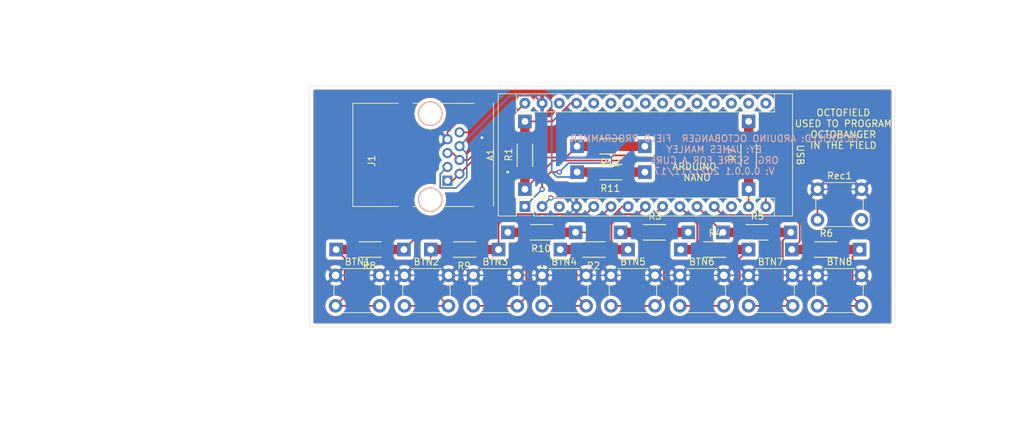
<source format=kicad_pcb>
(kicad_pcb (version 20171130) (host pcbnew "(5.1.12)-1")

  (general
    (thickness 1.6)
    (drawings 8)
    (tracks 185)
    (zones 0)
    (modules 23)
    (nets 41)
  )

  (page A4)
  (layers
    (0 F.Cu signal)
    (31 B.Cu signal)
    (32 B.Adhes user)
    (33 F.Adhes user)
    (34 B.Paste user)
    (35 F.Paste user)
    (36 B.SilkS user)
    (37 F.SilkS user)
    (38 B.Mask user)
    (39 F.Mask user)
    (40 Dwgs.User user)
    (41 Cmts.User user)
    (42 Eco1.User user)
    (43 Eco2.User user)
    (44 Edge.Cuts user)
    (45 Margin user)
    (46 B.CrtYd user)
    (47 F.CrtYd user)
    (48 B.Fab user)
    (49 F.Fab user)
  )

  (setup
    (last_trace_width 0.25)
    (trace_clearance 0.2)
    (zone_clearance 0.508)
    (zone_45_only no)
    (trace_min 0.2)
    (via_size 0.8)
    (via_drill 0.4)
    (via_min_size 0.4)
    (via_min_drill 0.3)
    (uvia_size 0.3)
    (uvia_drill 0.1)
    (uvias_allowed no)
    (uvia_min_size 0.2)
    (uvia_min_drill 0.1)
    (edge_width 0.05)
    (segment_width 0.2)
    (pcb_text_width 0.3)
    (pcb_text_size 1.5 1.5)
    (mod_edge_width 0.12)
    (mod_text_size 1 1)
    (mod_text_width 0.15)
    (pad_size 1.524 1.524)
    (pad_drill 0.762)
    (pad_to_mask_clearance 0)
    (aux_axis_origin 0 0)
    (visible_elements 7FFFFFFF)
    (pcbplotparams
      (layerselection 0x010fc_ffffffff)
      (usegerberextensions false)
      (usegerberattributes true)
      (usegerberadvancedattributes true)
      (creategerberjobfile true)
      (excludeedgelayer true)
      (linewidth 0.100000)
      (plotframeref false)
      (viasonmask false)
      (mode 1)
      (useauxorigin false)
      (hpglpennumber 1)
      (hpglpenspeed 20)
      (hpglpendiameter 15.000000)
      (psnegative false)
      (psa4output false)
      (plotreference true)
      (plotvalue true)
      (plotinvisibletext false)
      (padsonsilk false)
      (subtractmaskfromsilk false)
      (outputformat 1)
      (mirror false)
      (drillshape 0)
      (scaleselection 1)
      (outputdirectory "gerber/"))
  )

  (net 0 "")
  (net 1 "Net-(A1-Pad16)")
  (net 2 "Net-(A1-Pad15)")
  (net 3 +12V)
  (net 4 "Net-(A1-Pad14)")
  (net 5 GND)
  (net 6 "Net-(A1-Pad13)")
  (net 7 "Net-(A1-Pad28)")
  (net 8 "Net-(A1-Pad12)")
  (net 9 "Net-(A1-Pad11)")
  (net 10 "Net-(A1-Pad26)")
  (net 11 "Net-(A1-Pad10)")
  (net 12 "Net-(A1-Pad25)")
  (net 13 "Net-(A1-Pad9)")
  (net 14 "Net-(A1-Pad24)")
  (net 15 "Net-(A1-Pad8)")
  (net 16 "Net-(A1-Pad23)")
  (net 17 "Net-(A1-Pad7)")
  (net 18 "Net-(A1-Pad22)")
  (net 19 "Net-(A1-Pad6)")
  (net 20 "Net-(A1-Pad21)")
  (net 21 "Net-(A1-Pad5)")
  (net 22 "Net-(A1-Pad20)")
  (net 23 "Net-(A1-Pad19)")
  (net 24 "Net-(A1-Pad3)")
  (net 25 "Net-(A1-Pad18)")
  (net 26 "Net-(A1-Pad2)")
  (net 27 "Net-(A1-Pad17)")
  (net 28 "Net-(A1-Pad1)")
  (net 29 "Net-(BTN1-Pad2)")
  (net 30 "Net-(BTN2-Pad2)")
  (net 31 "Net-(BTN3-Pad2)")
  (net 32 "Net-(BTN4-Pad2)")
  (net 33 "Net-(BTN5-Pad2)")
  (net 34 "Net-(BTN6-Pad2)")
  (net 35 "Net-(BTN7-Pad2)")
  (net 36 "Net-(BTN8-Pad2)")
  (net 37 +5V)
  (net 38 "Net-(R7-Pad2)")
  (net 39 "Net-(J1-Pad1)")
  (net 40 "Net-(J1-Pad3)")

  (net_class Default "This is the default net class."
    (clearance 0.2)
    (trace_width 0.25)
    (via_dia 0.8)
    (via_drill 0.4)
    (uvia_dia 0.3)
    (uvia_drill 0.1)
    (add_net +12V)
    (add_net +5V)
    (add_net GND)
    (add_net "Net-(A1-Pad1)")
    (add_net "Net-(A1-Pad10)")
    (add_net "Net-(A1-Pad11)")
    (add_net "Net-(A1-Pad12)")
    (add_net "Net-(A1-Pad13)")
    (add_net "Net-(A1-Pad14)")
    (add_net "Net-(A1-Pad15)")
    (add_net "Net-(A1-Pad16)")
    (add_net "Net-(A1-Pad17)")
    (add_net "Net-(A1-Pad18)")
    (add_net "Net-(A1-Pad19)")
    (add_net "Net-(A1-Pad2)")
    (add_net "Net-(A1-Pad20)")
    (add_net "Net-(A1-Pad21)")
    (add_net "Net-(A1-Pad22)")
    (add_net "Net-(A1-Pad23)")
    (add_net "Net-(A1-Pad24)")
    (add_net "Net-(A1-Pad25)")
    (add_net "Net-(A1-Pad26)")
    (add_net "Net-(A1-Pad28)")
    (add_net "Net-(A1-Pad3)")
    (add_net "Net-(A1-Pad5)")
    (add_net "Net-(A1-Pad6)")
    (add_net "Net-(A1-Pad7)")
    (add_net "Net-(A1-Pad8)")
    (add_net "Net-(A1-Pad9)")
    (add_net "Net-(BTN1-Pad2)")
    (add_net "Net-(BTN2-Pad2)")
    (add_net "Net-(BTN3-Pad2)")
    (add_net "Net-(BTN4-Pad2)")
    (add_net "Net-(BTN5-Pad2)")
    (add_net "Net-(BTN6-Pad2)")
    (add_net "Net-(BTN7-Pad2)")
    (add_net "Net-(BTN8-Pad2)")
    (add_net "Net-(J1-Pad1)")
    (add_net "Net-(J1-Pad3)")
    (add_net "Net-(R7-Pad2)")
  )

  (module digikey-footprints:RJ45_8-[E5J88-00LJG2-L] (layer F.Cu) (tedit 61AE151B) (tstamp 619571D9)
    (at 138.43 52.07 90)
    (tags RJ45)
    (path /61898185)
    (fp_text reference J1 (at 2.92 -11.18 90) (layer F.SilkS)
      (effects (font (size 1 1) (thickness 0.15)))
    )
    (fp_text value 8P8C (at 3.32 -6.25 270) (layer F.Fab)
      (effects (font (size 1 1) (thickness 0.15)))
    )
    (fp_line (start 11.43 -7.26) (end 11.43 -13.97) (layer F.SilkS) (width 0.12))
    (fp_line (start -3.8 -7.27) (end -3.81 -13.97) (layer F.SilkS) (width 0.12))
    (fp_line (start -3.81 -5.08) (end -3.81 3.92) (layer F.SilkS) (width 0.12))
    (fp_line (start 11.43 -5.08) (end 11.42 3.91) (layer F.SilkS) (width 0.12))
    (fp_line (start 11.43 -13.97) (end -3.81 -13.97) (layer F.SilkS) (width 0.12))
    (fp_line (start 11.52 6.78) (end -3.72 6.78) (layer F.SilkS) (width 0.12))
    (pad Hole np_thru_hole circle (at 9.9 -2.54 90) (size 3.65 3.65) (drill 3.25) (layers *.Cu *.SilkS *.Mask))
    (pad Hole np_thru_hole circle (at -2.8 -2.54 90) (size 3.65 3.65) (drill 3.25) (layers *.Cu *.SilkS *.Mask))
    (pad 1 thru_hole rect (at 0 0 90) (size 1.5 1.5) (drill 0.9) (layers *.Cu *.Mask)
      (net 39 "Net-(J1-Pad1)"))
    (pad 2 thru_hole circle (at 1.02 1.78 90) (size 1.5 1.5) (drill 0.9) (layers *.Cu *.Mask)
      (net 39 "Net-(J1-Pad1)"))
    (pad 3 thru_hole circle (at 2.04 0 90) (size 1.5 1.5) (drill 0.9) (layers *.Cu *.Mask)
      (net 40 "Net-(J1-Pad3)"))
    (pad 4 thru_hole circle (at 3.06 1.78 90) (size 1.5 1.5) (drill 0.9) (layers *.Cu *.Mask)
      (net 3 +12V))
    (pad 5 thru_hole circle (at 4.08 0 90) (size 1.5 1.5) (drill 0.9) (layers *.Cu *.Mask)
      (net 3 +12V))
    (pad 6 thru_hole circle (at 5.1 1.78 90) (size 1.5 1.5) (drill 0.9) (layers *.Cu *.Mask)
      (net 40 "Net-(J1-Pad3)"))
    (pad 7 thru_hole circle (at 6.12 0 90) (size 1.5 1.5) (drill 0.9) (layers *.Cu *.Mask)
      (net 5 GND))
    (pad 8 thru_hole circle (at 7.14 1.78 90) (size 1.5 1.5) (drill 0.9) (layers *.Cu *.Mask)
      (net 2 "Net-(A1-Pad15)"))
    (model ${KISYS3DMOD}/Connectors.3dshapes/RJ45_8.wrl
      (offset (xyz 4.571999931335449 -6.349999904632568 0))
      (scale (xyz 0.4 0.4 0.4))
      (rotate (xyz 0 0 0))
    )
  )

  (module digikey-footprints:SW_PUSH_6mm-[TS02-66-60-BK-100-SCR-D-ND] (layer F.Cu) (tedit 5923F252) (tstamp 61958A6E)
    (at 193.04 53.34)
    (descr https://www.omron.com/ecb/products/pdf/en-b3f.pdf)
    (tags "tact sw push 6mm")
    (path /61897A07)
    (fp_text reference Rec1 (at 3.25 -2) (layer F.SilkS)
      (effects (font (size 1 1) (thickness 0.15)))
    )
    (fp_text value SW_Push (at 3.75 6.7) (layer F.Fab)
      (effects (font (size 1 1) (thickness 0.15)))
    )
    (fp_line (start 3.25 -0.75) (end 6.25 -0.75) (layer F.Fab) (width 0.1))
    (fp_line (start 6.25 -0.75) (end 6.25 5.25) (layer F.Fab) (width 0.1))
    (fp_line (start 6.25 5.25) (end 0.25 5.25) (layer F.Fab) (width 0.1))
    (fp_line (start 0.25 5.25) (end 0.25 -0.75) (layer F.Fab) (width 0.1))
    (fp_line (start 0.25 -0.75) (end 3.25 -0.75) (layer F.Fab) (width 0.1))
    (fp_line (start 7.75 6) (end 8 6) (layer F.CrtYd) (width 0.05))
    (fp_line (start 8 6) (end 8 5.75) (layer F.CrtYd) (width 0.05))
    (fp_line (start 7.75 -1.5) (end 8 -1.5) (layer F.CrtYd) (width 0.05))
    (fp_line (start 8 -1.5) (end 8 -1.25) (layer F.CrtYd) (width 0.05))
    (fp_line (start -1.5 -1.25) (end -1.5 -1.5) (layer F.CrtYd) (width 0.05))
    (fp_line (start -1.5 -1.5) (end -1.25 -1.5) (layer F.CrtYd) (width 0.05))
    (fp_line (start -1.5 5.75) (end -1.5 6) (layer F.CrtYd) (width 0.05))
    (fp_line (start -1.5 6) (end -1.25 6) (layer F.CrtYd) (width 0.05))
    (fp_line (start -1.25 -1.5) (end 7.75 -1.5) (layer F.CrtYd) (width 0.05))
    (fp_line (start -1.5 5.75) (end -1.5 -1.25) (layer F.CrtYd) (width 0.05))
    (fp_line (start 7.75 6) (end -1.25 6) (layer F.CrtYd) (width 0.05))
    (fp_line (start 8 -1.25) (end 8 5.75) (layer F.CrtYd) (width 0.05))
    (fp_line (start 1 5.5) (end 5.5 5.5) (layer F.SilkS) (width 0.12))
    (fp_line (start -0.25 1.5) (end -0.25 3) (layer F.SilkS) (width 0.12))
    (fp_line (start 5.5 -1) (end 1 -1) (layer F.SilkS) (width 0.12))
    (fp_line (start 6.75 3) (end 6.75 1.5) (layer F.SilkS) (width 0.12))
    (fp_circle (center 3.25 2.25) (end 1.25 2.5) (layer F.Fab) (width 0.1))
    (fp_text user %R (at 3.25 2.25) (layer F.Fab)
      (effects (font (size 1 1) (thickness 0.15)))
    )
    (pad 2 thru_hole circle (at 0 4.5 90) (size 2 2) (drill 1.1) (layers *.Cu *.Mask)
      (net 38 "Net-(R7-Pad2)"))
    (pad 1 thru_hole circle (at 0 0 90) (size 2 2) (drill 1.1) (layers *.Cu *.Mask)
      (net 5 GND))
    (pad 2 thru_hole circle (at 6.5 4.5 90) (size 2 2) (drill 1.1) (layers *.Cu *.Mask)
      (net 38 "Net-(R7-Pad2)"))
    (pad 1 thru_hole circle (at 6.5 0 90) (size 2 2) (drill 1.1) (layers *.Cu *.Mask)
      (net 5 GND))
    (model ${KISYS3DMOD}/Buttons_Switches_THT.3dshapes/SW_PUSH_6mm.wrl
      (offset (xyz 0.1269999980926514 0 0))
      (scale (xyz 0.3937 0.3937 0.3937))
      (rotate (xyz 0 0 0))
    )
  )

  (module digikey-footprints:SW_PUSH_6mm-[TS02-66-60-BK-100-SCR-D-ND] (layer F.Cu) (tedit 5923F252) (tstamp 6195893B)
    (at 193.04 66.04)
    (descr https://www.omron.com/ecb/products/pdf/en-b3f.pdf)
    (tags "tact sw push 6mm")
    (path /618B32FB)
    (fp_text reference BTN8 (at 3.25 -2) (layer F.SilkS)
      (effects (font (size 1 1) (thickness 0.15)))
    )
    (fp_text value SW_Push (at 3.75 6.7) (layer F.Fab)
      (effects (font (size 1 1) (thickness 0.15)))
    )
    (fp_line (start 3.25 -0.75) (end 6.25 -0.75) (layer F.Fab) (width 0.1))
    (fp_line (start 6.25 -0.75) (end 6.25 5.25) (layer F.Fab) (width 0.1))
    (fp_line (start 6.25 5.25) (end 0.25 5.25) (layer F.Fab) (width 0.1))
    (fp_line (start 0.25 5.25) (end 0.25 -0.75) (layer F.Fab) (width 0.1))
    (fp_line (start 0.25 -0.75) (end 3.25 -0.75) (layer F.Fab) (width 0.1))
    (fp_line (start 7.75 6) (end 8 6) (layer F.CrtYd) (width 0.05))
    (fp_line (start 8 6) (end 8 5.75) (layer F.CrtYd) (width 0.05))
    (fp_line (start 7.75 -1.5) (end 8 -1.5) (layer F.CrtYd) (width 0.05))
    (fp_line (start 8 -1.5) (end 8 -1.25) (layer F.CrtYd) (width 0.05))
    (fp_line (start -1.5 -1.25) (end -1.5 -1.5) (layer F.CrtYd) (width 0.05))
    (fp_line (start -1.5 -1.5) (end -1.25 -1.5) (layer F.CrtYd) (width 0.05))
    (fp_line (start -1.5 5.75) (end -1.5 6) (layer F.CrtYd) (width 0.05))
    (fp_line (start -1.5 6) (end -1.25 6) (layer F.CrtYd) (width 0.05))
    (fp_line (start -1.25 -1.5) (end 7.75 -1.5) (layer F.CrtYd) (width 0.05))
    (fp_line (start -1.5 5.75) (end -1.5 -1.25) (layer F.CrtYd) (width 0.05))
    (fp_line (start 7.75 6) (end -1.25 6) (layer F.CrtYd) (width 0.05))
    (fp_line (start 8 -1.25) (end 8 5.75) (layer F.CrtYd) (width 0.05))
    (fp_line (start 1 5.5) (end 5.5 5.5) (layer F.SilkS) (width 0.12))
    (fp_line (start -0.25 1.5) (end -0.25 3) (layer F.SilkS) (width 0.12))
    (fp_line (start 5.5 -1) (end 1 -1) (layer F.SilkS) (width 0.12))
    (fp_line (start 6.75 3) (end 6.75 1.5) (layer F.SilkS) (width 0.12))
    (fp_circle (center 3.25 2.25) (end 1.25 2.5) (layer F.Fab) (width 0.1))
    (fp_text user %R (at 3.25 2.25) (layer F.Fab)
      (effects (font (size 1 1) (thickness 0.15)))
    )
    (pad 2 thru_hole circle (at 0 4.5 90) (size 2 2) (drill 1.1) (layers *.Cu *.Mask)
      (net 36 "Net-(BTN8-Pad2)"))
    (pad 1 thru_hole circle (at 0 0 90) (size 2 2) (drill 1.1) (layers *.Cu *.Mask)
      (net 5 GND))
    (pad 2 thru_hole circle (at 6.5 4.5 90) (size 2 2) (drill 1.1) (layers *.Cu *.Mask)
      (net 36 "Net-(BTN8-Pad2)"))
    (pad 1 thru_hole circle (at 6.5 0 90) (size 2 2) (drill 1.1) (layers *.Cu *.Mask)
      (net 5 GND))
    (model ${KISYS3DMOD}/Buttons_Switches_THT.3dshapes/SW_PUSH_6mm.wrl
      (offset (xyz 0.1269999980926514 0 0))
      (scale (xyz 0.3937 0.3937 0.3937))
      (rotate (xyz 0 0 0))
    )
  )

  (module digikey-footprints:SW_PUSH_6mm-[TS02-66-60-BK-100-SCR-D-ND] (layer F.Cu) (tedit 5923F252) (tstamp 6195891C)
    (at 182.88 66.04)
    (descr https://www.omron.com/ecb/products/pdf/en-b3f.pdf)
    (tags "tact sw push 6mm")
    (path /618B218C)
    (fp_text reference BTN7 (at 3.25 -2) (layer F.SilkS)
      (effects (font (size 1 1) (thickness 0.15)))
    )
    (fp_text value SW_Push (at 3.75 6.7) (layer F.Fab)
      (effects (font (size 1 1) (thickness 0.15)))
    )
    (fp_line (start 3.25 -0.75) (end 6.25 -0.75) (layer F.Fab) (width 0.1))
    (fp_line (start 6.25 -0.75) (end 6.25 5.25) (layer F.Fab) (width 0.1))
    (fp_line (start 6.25 5.25) (end 0.25 5.25) (layer F.Fab) (width 0.1))
    (fp_line (start 0.25 5.25) (end 0.25 -0.75) (layer F.Fab) (width 0.1))
    (fp_line (start 0.25 -0.75) (end 3.25 -0.75) (layer F.Fab) (width 0.1))
    (fp_line (start 7.75 6) (end 8 6) (layer F.CrtYd) (width 0.05))
    (fp_line (start 8 6) (end 8 5.75) (layer F.CrtYd) (width 0.05))
    (fp_line (start 7.75 -1.5) (end 8 -1.5) (layer F.CrtYd) (width 0.05))
    (fp_line (start 8 -1.5) (end 8 -1.25) (layer F.CrtYd) (width 0.05))
    (fp_line (start -1.5 -1.25) (end -1.5 -1.5) (layer F.CrtYd) (width 0.05))
    (fp_line (start -1.5 -1.5) (end -1.25 -1.5) (layer F.CrtYd) (width 0.05))
    (fp_line (start -1.5 5.75) (end -1.5 6) (layer F.CrtYd) (width 0.05))
    (fp_line (start -1.5 6) (end -1.25 6) (layer F.CrtYd) (width 0.05))
    (fp_line (start -1.25 -1.5) (end 7.75 -1.5) (layer F.CrtYd) (width 0.05))
    (fp_line (start -1.5 5.75) (end -1.5 -1.25) (layer F.CrtYd) (width 0.05))
    (fp_line (start 7.75 6) (end -1.25 6) (layer F.CrtYd) (width 0.05))
    (fp_line (start 8 -1.25) (end 8 5.75) (layer F.CrtYd) (width 0.05))
    (fp_line (start 1 5.5) (end 5.5 5.5) (layer F.SilkS) (width 0.12))
    (fp_line (start -0.25 1.5) (end -0.25 3) (layer F.SilkS) (width 0.12))
    (fp_line (start 5.5 -1) (end 1 -1) (layer F.SilkS) (width 0.12))
    (fp_line (start 6.75 3) (end 6.75 1.5) (layer F.SilkS) (width 0.12))
    (fp_circle (center 3.25 2.25) (end 1.25 2.5) (layer F.Fab) (width 0.1))
    (fp_text user %R (at 3.25 2.25) (layer F.Fab)
      (effects (font (size 1 1) (thickness 0.15)))
    )
    (pad 2 thru_hole circle (at 0 4.5 90) (size 2 2) (drill 1.1) (layers *.Cu *.Mask)
      (net 35 "Net-(BTN7-Pad2)"))
    (pad 1 thru_hole circle (at 0 0 90) (size 2 2) (drill 1.1) (layers *.Cu *.Mask)
      (net 5 GND))
    (pad 2 thru_hole circle (at 6.5 4.5 90) (size 2 2) (drill 1.1) (layers *.Cu *.Mask)
      (net 35 "Net-(BTN7-Pad2)"))
    (pad 1 thru_hole circle (at 6.5 0 90) (size 2 2) (drill 1.1) (layers *.Cu *.Mask)
      (net 5 GND))
    (model ${KISYS3DMOD}/Buttons_Switches_THT.3dshapes/SW_PUSH_6mm.wrl
      (offset (xyz 0.1269999980926514 0 0))
      (scale (xyz 0.3937 0.3937 0.3937))
      (rotate (xyz 0 0 0))
    )
  )

  (module digikey-footprints:SW_PUSH_6mm-[TS02-66-60-BK-100-SCR-D-ND] (layer F.Cu) (tedit 5923F252) (tstamp 619588FD)
    (at 172.72 66.04)
    (descr https://www.omron.com/ecb/products/pdf/en-b3f.pdf)
    (tags "tact sw push 6mm")
    (path /618B13C3)
    (fp_text reference BTN6 (at 3.25 -2) (layer F.SilkS)
      (effects (font (size 1 1) (thickness 0.15)))
    )
    (fp_text value SW_Push (at 3.75 6.7) (layer F.Fab)
      (effects (font (size 1 1) (thickness 0.15)))
    )
    (fp_line (start 3.25 -0.75) (end 6.25 -0.75) (layer F.Fab) (width 0.1))
    (fp_line (start 6.25 -0.75) (end 6.25 5.25) (layer F.Fab) (width 0.1))
    (fp_line (start 6.25 5.25) (end 0.25 5.25) (layer F.Fab) (width 0.1))
    (fp_line (start 0.25 5.25) (end 0.25 -0.75) (layer F.Fab) (width 0.1))
    (fp_line (start 0.25 -0.75) (end 3.25 -0.75) (layer F.Fab) (width 0.1))
    (fp_line (start 7.75 6) (end 8 6) (layer F.CrtYd) (width 0.05))
    (fp_line (start 8 6) (end 8 5.75) (layer F.CrtYd) (width 0.05))
    (fp_line (start 7.75 -1.5) (end 8 -1.5) (layer F.CrtYd) (width 0.05))
    (fp_line (start 8 -1.5) (end 8 -1.25) (layer F.CrtYd) (width 0.05))
    (fp_line (start -1.5 -1.25) (end -1.5 -1.5) (layer F.CrtYd) (width 0.05))
    (fp_line (start -1.5 -1.5) (end -1.25 -1.5) (layer F.CrtYd) (width 0.05))
    (fp_line (start -1.5 5.75) (end -1.5 6) (layer F.CrtYd) (width 0.05))
    (fp_line (start -1.5 6) (end -1.25 6) (layer F.CrtYd) (width 0.05))
    (fp_line (start -1.25 -1.5) (end 7.75 -1.5) (layer F.CrtYd) (width 0.05))
    (fp_line (start -1.5 5.75) (end -1.5 -1.25) (layer F.CrtYd) (width 0.05))
    (fp_line (start 7.75 6) (end -1.25 6) (layer F.CrtYd) (width 0.05))
    (fp_line (start 8 -1.25) (end 8 5.75) (layer F.CrtYd) (width 0.05))
    (fp_line (start 1 5.5) (end 5.5 5.5) (layer F.SilkS) (width 0.12))
    (fp_line (start -0.25 1.5) (end -0.25 3) (layer F.SilkS) (width 0.12))
    (fp_line (start 5.5 -1) (end 1 -1) (layer F.SilkS) (width 0.12))
    (fp_line (start 6.75 3) (end 6.75 1.5) (layer F.SilkS) (width 0.12))
    (fp_circle (center 3.25 2.25) (end 1.25 2.5) (layer F.Fab) (width 0.1))
    (fp_text user %R (at 3.25 2.25) (layer F.Fab)
      (effects (font (size 1 1) (thickness 0.15)))
    )
    (pad 2 thru_hole circle (at 0 4.5 90) (size 2 2) (drill 1.1) (layers *.Cu *.Mask)
      (net 34 "Net-(BTN6-Pad2)"))
    (pad 1 thru_hole circle (at 0 0 90) (size 2 2) (drill 1.1) (layers *.Cu *.Mask)
      (net 5 GND))
    (pad 2 thru_hole circle (at 6.5 4.5 90) (size 2 2) (drill 1.1) (layers *.Cu *.Mask)
      (net 34 "Net-(BTN6-Pad2)"))
    (pad 1 thru_hole circle (at 6.5 0 90) (size 2 2) (drill 1.1) (layers *.Cu *.Mask)
      (net 5 GND))
    (model ${KISYS3DMOD}/Buttons_Switches_THT.3dshapes/SW_PUSH_6mm.wrl
      (offset (xyz 0.1269999980926514 0 0))
      (scale (xyz 0.3937 0.3937 0.3937))
      (rotate (xyz 0 0 0))
    )
  )

  (module digikey-footprints:SW_PUSH_6mm-[TS02-66-60-BK-100-SCR-D-ND] (layer F.Cu) (tedit 5923F252) (tstamp 619588DE)
    (at 162.56 66.04)
    (descr https://www.omron.com/ecb/products/pdf/en-b3f.pdf)
    (tags "tact sw push 6mm")
    (path /618B022C)
    (fp_text reference BTN5 (at 3.25 -2) (layer F.SilkS)
      (effects (font (size 1 1) (thickness 0.15)))
    )
    (fp_text value SW_Push (at 3.75 6.7) (layer F.Fab)
      (effects (font (size 1 1) (thickness 0.15)))
    )
    (fp_line (start 3.25 -0.75) (end 6.25 -0.75) (layer F.Fab) (width 0.1))
    (fp_line (start 6.25 -0.75) (end 6.25 5.25) (layer F.Fab) (width 0.1))
    (fp_line (start 6.25 5.25) (end 0.25 5.25) (layer F.Fab) (width 0.1))
    (fp_line (start 0.25 5.25) (end 0.25 -0.75) (layer F.Fab) (width 0.1))
    (fp_line (start 0.25 -0.75) (end 3.25 -0.75) (layer F.Fab) (width 0.1))
    (fp_line (start 7.75 6) (end 8 6) (layer F.CrtYd) (width 0.05))
    (fp_line (start 8 6) (end 8 5.75) (layer F.CrtYd) (width 0.05))
    (fp_line (start 7.75 -1.5) (end 8 -1.5) (layer F.CrtYd) (width 0.05))
    (fp_line (start 8 -1.5) (end 8 -1.25) (layer F.CrtYd) (width 0.05))
    (fp_line (start -1.5 -1.25) (end -1.5 -1.5) (layer F.CrtYd) (width 0.05))
    (fp_line (start -1.5 -1.5) (end -1.25 -1.5) (layer F.CrtYd) (width 0.05))
    (fp_line (start -1.5 5.75) (end -1.5 6) (layer F.CrtYd) (width 0.05))
    (fp_line (start -1.5 6) (end -1.25 6) (layer F.CrtYd) (width 0.05))
    (fp_line (start -1.25 -1.5) (end 7.75 -1.5) (layer F.CrtYd) (width 0.05))
    (fp_line (start -1.5 5.75) (end -1.5 -1.25) (layer F.CrtYd) (width 0.05))
    (fp_line (start 7.75 6) (end -1.25 6) (layer F.CrtYd) (width 0.05))
    (fp_line (start 8 -1.25) (end 8 5.75) (layer F.CrtYd) (width 0.05))
    (fp_line (start 1 5.5) (end 5.5 5.5) (layer F.SilkS) (width 0.12))
    (fp_line (start -0.25 1.5) (end -0.25 3) (layer F.SilkS) (width 0.12))
    (fp_line (start 5.5 -1) (end 1 -1) (layer F.SilkS) (width 0.12))
    (fp_line (start 6.75 3) (end 6.75 1.5) (layer F.SilkS) (width 0.12))
    (fp_circle (center 3.25 2.25) (end 1.25 2.5) (layer F.Fab) (width 0.1))
    (fp_text user %R (at 3.42 2.25) (layer F.Fab)
      (effects (font (size 1 1) (thickness 0.15)))
    )
    (pad 2 thru_hole circle (at 0 4.5 90) (size 2 2) (drill 1.1) (layers *.Cu *.Mask)
      (net 33 "Net-(BTN5-Pad2)"))
    (pad 1 thru_hole circle (at 0 0 90) (size 2 2) (drill 1.1) (layers *.Cu *.Mask)
      (net 5 GND))
    (pad 2 thru_hole circle (at 6.5 4.5 90) (size 2 2) (drill 1.1) (layers *.Cu *.Mask)
      (net 33 "Net-(BTN5-Pad2)"))
    (pad 1 thru_hole circle (at 6.5 0 90) (size 2 2) (drill 1.1) (layers *.Cu *.Mask)
      (net 5 GND))
    (model ${KISYS3DMOD}/Buttons_Switches_THT.3dshapes/SW_PUSH_6mm.wrl
      (offset (xyz 0.1269999980926514 0 0))
      (scale (xyz 0.3937 0.3937 0.3937))
      (rotate (xyz 0 0 0))
    )
  )

  (module digikey-footprints:SW_PUSH_6mm-[TS02-66-60-BK-100-SCR-D-ND] (layer F.Cu) (tedit 5923F252) (tstamp 619588BF)
    (at 152.4 66.04)
    (descr https://www.omron.com/ecb/products/pdf/en-b3f.pdf)
    (tags "tact sw push 6mm")
    (path /618AEFD1)
    (fp_text reference BTN4 (at 3.25 -2) (layer F.SilkS)
      (effects (font (size 1 1) (thickness 0.15)))
    )
    (fp_text value SW_Push (at 3.75 6.7) (layer F.Fab)
      (effects (font (size 1 1) (thickness 0.15)))
    )
    (fp_line (start 3.25 -0.75) (end 6.25 -0.75) (layer F.Fab) (width 0.1))
    (fp_line (start 6.25 -0.75) (end 6.25 5.25) (layer F.Fab) (width 0.1))
    (fp_line (start 6.25 5.25) (end 0.25 5.25) (layer F.Fab) (width 0.1))
    (fp_line (start 0.25 5.25) (end 0.25 -0.75) (layer F.Fab) (width 0.1))
    (fp_line (start 0.25 -0.75) (end 3.25 -0.75) (layer F.Fab) (width 0.1))
    (fp_line (start 7.75 6) (end 8 6) (layer F.CrtYd) (width 0.05))
    (fp_line (start 8 6) (end 8 5.75) (layer F.CrtYd) (width 0.05))
    (fp_line (start 7.75 -1.5) (end 8 -1.5) (layer F.CrtYd) (width 0.05))
    (fp_line (start 8 -1.5) (end 8 -1.25) (layer F.CrtYd) (width 0.05))
    (fp_line (start -1.5 -1.25) (end -1.5 -1.5) (layer F.CrtYd) (width 0.05))
    (fp_line (start -1.5 -1.5) (end -1.25 -1.5) (layer F.CrtYd) (width 0.05))
    (fp_line (start -1.5 5.75) (end -1.5 6) (layer F.CrtYd) (width 0.05))
    (fp_line (start -1.5 6) (end -1.25 6) (layer F.CrtYd) (width 0.05))
    (fp_line (start -1.25 -1.5) (end 7.75 -1.5) (layer F.CrtYd) (width 0.05))
    (fp_line (start -1.5 5.75) (end -1.5 -1.25) (layer F.CrtYd) (width 0.05))
    (fp_line (start 7.75 6) (end -1.25 6) (layer F.CrtYd) (width 0.05))
    (fp_line (start 8 -1.25) (end 8 5.75) (layer F.CrtYd) (width 0.05))
    (fp_line (start 1 5.5) (end 5.5 5.5) (layer F.SilkS) (width 0.12))
    (fp_line (start -0.25 1.5) (end -0.25 3) (layer F.SilkS) (width 0.12))
    (fp_line (start 5.5 -1) (end 1 -1) (layer F.SilkS) (width 0.12))
    (fp_line (start 6.75 3) (end 6.75 1.5) (layer F.SilkS) (width 0.12))
    (fp_circle (center 3.25 2.25) (end 1.25 2.5) (layer F.Fab) (width 0.1))
    (fp_text user %R (at 3.25 2.25) (layer F.Fab)
      (effects (font (size 1 1) (thickness 0.15)))
    )
    (pad 2 thru_hole circle (at 0 4.5 90) (size 2 2) (drill 1.1) (layers *.Cu *.Mask)
      (net 32 "Net-(BTN4-Pad2)"))
    (pad 1 thru_hole circle (at 0 0 90) (size 2 2) (drill 1.1) (layers *.Cu *.Mask)
      (net 5 GND))
    (pad 2 thru_hole circle (at 6.5 4.5 90) (size 2 2) (drill 1.1) (layers *.Cu *.Mask)
      (net 32 "Net-(BTN4-Pad2)"))
    (pad 1 thru_hole circle (at 6.5 0 90) (size 2 2) (drill 1.1) (layers *.Cu *.Mask)
      (net 5 GND))
    (model ${KISYS3DMOD}/Buttons_Switches_THT.3dshapes/SW_PUSH_6mm.wrl
      (offset (xyz 0.1269999980926514 0 0))
      (scale (xyz 0.3937 0.3937 0.3937))
      (rotate (xyz 0 0 0))
    )
  )

  (module digikey-footprints:SW_PUSH_6mm-[TS02-66-60-BK-100-SCR-D-ND] (layer F.Cu) (tedit 5923F252) (tstamp 619588A0)
    (at 142.24 66.04)
    (descr https://www.omron.com/ecb/products/pdf/en-b3f.pdf)
    (tags "tact sw push 6mm")
    (path /618A9FD0)
    (fp_text reference BTN3 (at 3.25 -2) (layer F.SilkS)
      (effects (font (size 1 1) (thickness 0.15)))
    )
    (fp_text value SW_Push (at 3.75 6.7) (layer F.Fab)
      (effects (font (size 1 1) (thickness 0.15)))
    )
    (fp_line (start 3.25 -0.75) (end 6.25 -0.75) (layer F.Fab) (width 0.1))
    (fp_line (start 6.25 -0.75) (end 6.25 5.25) (layer F.Fab) (width 0.1))
    (fp_line (start 6.25 5.25) (end 0.25 5.25) (layer F.Fab) (width 0.1))
    (fp_line (start 0.25 5.25) (end 0.25 -0.75) (layer F.Fab) (width 0.1))
    (fp_line (start 0.25 -0.75) (end 3.25 -0.75) (layer F.Fab) (width 0.1))
    (fp_line (start 7.75 6) (end 8 6) (layer F.CrtYd) (width 0.05))
    (fp_line (start 8 6) (end 8 5.75) (layer F.CrtYd) (width 0.05))
    (fp_line (start 7.75 -1.5) (end 8 -1.5) (layer F.CrtYd) (width 0.05))
    (fp_line (start 8 -1.5) (end 8 -1.25) (layer F.CrtYd) (width 0.05))
    (fp_line (start -1.5 -1.25) (end -1.5 -1.5) (layer F.CrtYd) (width 0.05))
    (fp_line (start -1.5 -1.5) (end -1.25 -1.5) (layer F.CrtYd) (width 0.05))
    (fp_line (start -1.5 5.75) (end -1.5 6) (layer F.CrtYd) (width 0.05))
    (fp_line (start -1.5 6) (end -1.25 6) (layer F.CrtYd) (width 0.05))
    (fp_line (start -1.25 -1.5) (end 7.75 -1.5) (layer F.CrtYd) (width 0.05))
    (fp_line (start -1.5 5.75) (end -1.5 -1.25) (layer F.CrtYd) (width 0.05))
    (fp_line (start 7.75 6) (end -1.25 6) (layer F.CrtYd) (width 0.05))
    (fp_line (start 8 -1.25) (end 8 5.75) (layer F.CrtYd) (width 0.05))
    (fp_line (start 1 5.5) (end 5.5 5.5) (layer F.SilkS) (width 0.12))
    (fp_line (start -0.25 1.5) (end -0.25 3) (layer F.SilkS) (width 0.12))
    (fp_line (start 5.5 -1) (end 1 -1) (layer F.SilkS) (width 0.12))
    (fp_line (start 6.75 3) (end 6.75 1.5) (layer F.SilkS) (width 0.12))
    (fp_circle (center 3.25 2.25) (end 1.25 2.5) (layer F.Fab) (width 0.1))
    (fp_text user %R (at 3.25 2.25) (layer F.Fab)
      (effects (font (size 1 1) (thickness 0.15)))
    )
    (pad 2 thru_hole circle (at 0 4.5 90) (size 2 2) (drill 1.1) (layers *.Cu *.Mask)
      (net 31 "Net-(BTN3-Pad2)"))
    (pad 1 thru_hole circle (at 0 0 90) (size 2 2) (drill 1.1) (layers *.Cu *.Mask)
      (net 5 GND))
    (pad 2 thru_hole circle (at 6.5 4.5 90) (size 2 2) (drill 1.1) (layers *.Cu *.Mask)
      (net 31 "Net-(BTN3-Pad2)"))
    (pad 1 thru_hole circle (at 6.5 0 90) (size 2 2) (drill 1.1) (layers *.Cu *.Mask)
      (net 5 GND))
    (model ${KISYS3DMOD}/Buttons_Switches_THT.3dshapes/SW_PUSH_6mm.wrl
      (offset (xyz 0.1269999980926514 0 0))
      (scale (xyz 0.3937 0.3937 0.3937))
      (rotate (xyz 0 0 0))
    )
  )

  (module digikey-footprints:SW_PUSH_6mm-[TS02-66-60-BK-100-SCR-D-ND] (layer F.Cu) (tedit 5923F252) (tstamp 61958881)
    (at 132.08 66.04)
    (descr https://www.omron.com/ecb/products/pdf/en-b3f.pdf)
    (tags "tact sw push 6mm")
    (path /618A79A2)
    (fp_text reference BTN2 (at 3.25 -2) (layer F.SilkS)
      (effects (font (size 1 1) (thickness 0.15)))
    )
    (fp_text value SW_Push (at 3.75 6.7) (layer F.Fab)
      (effects (font (size 1 1) (thickness 0.15)))
    )
    (fp_line (start 3.25 -0.75) (end 6.25 -0.75) (layer F.Fab) (width 0.1))
    (fp_line (start 6.25 -0.75) (end 6.25 5.25) (layer F.Fab) (width 0.1))
    (fp_line (start 6.25 5.25) (end 0.25 5.25) (layer F.Fab) (width 0.1))
    (fp_line (start 0.25 5.25) (end 0.25 -0.75) (layer F.Fab) (width 0.1))
    (fp_line (start 0.25 -0.75) (end 3.25 -0.75) (layer F.Fab) (width 0.1))
    (fp_line (start 7.75 6) (end 8 6) (layer F.CrtYd) (width 0.05))
    (fp_line (start 8 6) (end 8 5.75) (layer F.CrtYd) (width 0.05))
    (fp_line (start 7.75 -1.5) (end 8 -1.5) (layer F.CrtYd) (width 0.05))
    (fp_line (start 8 -1.5) (end 8 -1.25) (layer F.CrtYd) (width 0.05))
    (fp_line (start -1.5 -1.25) (end -1.5 -1.5) (layer F.CrtYd) (width 0.05))
    (fp_line (start -1.5 -1.5) (end -1.25 -1.5) (layer F.CrtYd) (width 0.05))
    (fp_line (start -1.5 5.75) (end -1.5 6) (layer F.CrtYd) (width 0.05))
    (fp_line (start -1.5 6) (end -1.25 6) (layer F.CrtYd) (width 0.05))
    (fp_line (start -1.25 -1.5) (end 7.75 -1.5) (layer F.CrtYd) (width 0.05))
    (fp_line (start -1.5 5.75) (end -1.5 -1.25) (layer F.CrtYd) (width 0.05))
    (fp_line (start 7.75 6) (end -1.25 6) (layer F.CrtYd) (width 0.05))
    (fp_line (start 8 -1.25) (end 8 5.75) (layer F.CrtYd) (width 0.05))
    (fp_line (start 1 5.5) (end 5.5 5.5) (layer F.SilkS) (width 0.12))
    (fp_line (start -0.25 1.5) (end -0.25 3) (layer F.SilkS) (width 0.12))
    (fp_line (start 5.5 -1) (end 1 -1) (layer F.SilkS) (width 0.12))
    (fp_line (start 6.75 3) (end 6.75 1.5) (layer F.SilkS) (width 0.12))
    (fp_circle (center 3.25 2.25) (end 1.25 2.5) (layer F.Fab) (width 0.1))
    (fp_text user %R (at 3.25 2.25) (layer F.Fab)
      (effects (font (size 1 1) (thickness 0.15)))
    )
    (pad 2 thru_hole circle (at 0 4.5 90) (size 2 2) (drill 1.1) (layers *.Cu *.Mask)
      (net 30 "Net-(BTN2-Pad2)"))
    (pad 1 thru_hole circle (at 0 0 90) (size 2 2) (drill 1.1) (layers *.Cu *.Mask)
      (net 5 GND))
    (pad 2 thru_hole circle (at 6.5 4.5 90) (size 2 2) (drill 1.1) (layers *.Cu *.Mask)
      (net 30 "Net-(BTN2-Pad2)"))
    (pad 1 thru_hole circle (at 6.5 0 90) (size 2 2) (drill 1.1) (layers *.Cu *.Mask)
      (net 5 GND))
    (model ${KISYS3DMOD}/Buttons_Switches_THT.3dshapes/SW_PUSH_6mm.wrl
      (offset (xyz 0.1269999980926514 0 0))
      (scale (xyz 0.3937 0.3937 0.3937))
      (rotate (xyz 0 0 0))
    )
  )

  (module digikey-footprints:SW_PUSH_6mm-[TS02-66-60-BK-100-SCR-D-ND] (layer F.Cu) (tedit 5923F252) (tstamp 61958862)
    (at 121.92 66.04)
    (descr https://www.omron.com/ecb/products/pdf/en-b3f.pdf)
    (tags "tact sw push 6mm")
    (path /618A6853)
    (fp_text reference BTN1 (at 3.25 -2) (layer F.SilkS)
      (effects (font (size 1 1) (thickness 0.15)))
    )
    (fp_text value SW_Push (at 3.75 6.7) (layer F.Fab)
      (effects (font (size 1 1) (thickness 0.15)))
    )
    (fp_line (start 3.25 -0.75) (end 6.25 -0.75) (layer F.Fab) (width 0.1))
    (fp_line (start 6.25 -0.75) (end 6.25 5.25) (layer F.Fab) (width 0.1))
    (fp_line (start 6.25 5.25) (end 0.25 5.25) (layer F.Fab) (width 0.1))
    (fp_line (start 0.25 5.25) (end 0.25 -0.75) (layer F.Fab) (width 0.1))
    (fp_line (start 0.25 -0.75) (end 3.25 -0.75) (layer F.Fab) (width 0.1))
    (fp_line (start 7.75 6) (end 8 6) (layer F.CrtYd) (width 0.05))
    (fp_line (start 8 6) (end 8 5.75) (layer F.CrtYd) (width 0.05))
    (fp_line (start 7.75 -1.5) (end 8 -1.5) (layer F.CrtYd) (width 0.05))
    (fp_line (start 8 -1.5) (end 8 -1.25) (layer F.CrtYd) (width 0.05))
    (fp_line (start -1.5 -1.25) (end -1.5 -1.5) (layer F.CrtYd) (width 0.05))
    (fp_line (start -1.5 -1.5) (end -1.25 -1.5) (layer F.CrtYd) (width 0.05))
    (fp_line (start -1.5 5.75) (end -1.5 6) (layer F.CrtYd) (width 0.05))
    (fp_line (start -1.5 6) (end -1.25 6) (layer F.CrtYd) (width 0.05))
    (fp_line (start -1.25 -1.5) (end 7.75 -1.5) (layer F.CrtYd) (width 0.05))
    (fp_line (start -1.5 5.75) (end -1.5 -1.25) (layer F.CrtYd) (width 0.05))
    (fp_line (start 7.75 6) (end -1.25 6) (layer F.CrtYd) (width 0.05))
    (fp_line (start 8 -1.25) (end 8 5.75) (layer F.CrtYd) (width 0.05))
    (fp_line (start 1 5.5) (end 5.5 5.5) (layer F.SilkS) (width 0.12))
    (fp_line (start -0.25 1.5) (end -0.25 3) (layer F.SilkS) (width 0.12))
    (fp_line (start 5.5 -1) (end 1 -1) (layer F.SilkS) (width 0.12))
    (fp_line (start 6.75 3) (end 6.75 1.5) (layer F.SilkS) (width 0.12))
    (fp_circle (center 3.25 2.25) (end 1.25 2.5) (layer F.Fab) (width 0.1))
    (fp_text user %R (at 3.25 2.25) (layer F.Fab)
      (effects (font (size 1 1) (thickness 0.15)))
    )
    (pad 2 thru_hole circle (at 0 4.5 90) (size 2 2) (drill 1.1) (layers *.Cu *.Mask)
      (net 29 "Net-(BTN1-Pad2)"))
    (pad 1 thru_hole circle (at 0 0 90) (size 2 2) (drill 1.1) (layers *.Cu *.Mask)
      (net 5 GND))
    (pad 2 thru_hole circle (at 6.5 4.5 90) (size 2 2) (drill 1.1) (layers *.Cu *.Mask)
      (net 29 "Net-(BTN1-Pad2)"))
    (pad 1 thru_hole circle (at 6.5 0 90) (size 2 2) (drill 1.1) (layers *.Cu *.Mask)
      (net 5 GND))
    (model ${KISYS3DMOD}/Buttons_Switches_THT.3dshapes/SW_PUSH_6mm.wrl
      (offset (xyz 0.1269999980926514 0 0))
      (scale (xyz 0.3937 0.3937 0.3937))
      (rotate (xyz 0 0 0))
    )
  )

  (module Resistors_Universal:Resistor_SMD+THTuniversal_1206_RM10_HandSoldering (layer F.Cu) (tedit 0) (tstamp 6192EAB3)
    (at 162.56 46.99 180)
    (descr "Resistor, SMD+THT, universal, 1206, RM10, HandSoldering,")
    (tags "Resistor, SMD+THT, universal, 1206, RM10, Hand soldering,")
    (path /61A2A988)
    (fp_text reference R12 (at 0.09906 -2.4003) (layer F.SilkS)
      (effects (font (size 1 1) (thickness 0.15)))
    )
    (fp_text value R (at 2.70002 2.70002) (layer F.Fab)
      (effects (font (size 1 1) (thickness 0.15)))
    )
    (fp_line (start 1.651 1.143) (end -1.651 1.143) (layer F.SilkS) (width 0.15))
    (fp_line (start 0 -1.143) (end -1.651 -1.143) (layer F.SilkS) (width 0.15))
    (fp_line (start 0 -1.143) (end 1.651 -1.143) (layer F.SilkS) (width 0.15))
    (pad 1 smd rect (at -2.60096 0 180) (size 2.99974 1.39954) (layers F.Cu F.Paste F.Mask)
      (net 28 "Net-(A1-Pad1)"))
    (pad 2 smd rect (at 2.60096 0 180) (size 2.99974 1.39954) (layers F.Cu F.Paste F.Mask)
      (net 39 "Net-(J1-Pad1)"))
    (pad 1 thru_hole rect (at -5.00126 0 180) (size 1.99898 1.99898) (drill 1.00076) (layers *.Cu *.Mask)
      (net 28 "Net-(A1-Pad1)"))
    (pad 2 thru_hole rect (at 5.00126 0 180) (size 1.99898 1.99898) (drill 1.00076) (layers *.Cu *.Mask)
      (net 39 "Net-(J1-Pad1)"))
  )

  (module Resistors_Universal:Resistor_SMD+THTuniversal_1206_RM10_HandSoldering (layer F.Cu) (tedit 0) (tstamp 6192EAB0)
    (at 162.56 50.8 180)
    (descr "Resistor, SMD+THT, universal, 1206, RM10, HandSoldering,")
    (tags "Resistor, SMD+THT, universal, 1206, RM10, Hand soldering,")
    (path /61A29825)
    (fp_text reference R11 (at 0.09906 -2.4003) (layer F.SilkS)
      (effects (font (size 1 1) (thickness 0.15)))
    )
    (fp_text value R (at 2.70002 2.70002) (layer F.Fab)
      (effects (font (size 1 1) (thickness 0.15)))
    )
    (fp_line (start 1.651 1.143) (end -1.651 1.143) (layer F.SilkS) (width 0.15))
    (fp_line (start 0 -1.143) (end -1.651 -1.143) (layer F.SilkS) (width 0.15))
    (fp_line (start 0 -1.143) (end 1.651 -1.143) (layer F.SilkS) (width 0.15))
    (pad 1 smd rect (at -2.60096 0 180) (size 2.99974 1.39954) (layers F.Cu F.Paste F.Mask)
      (net 26 "Net-(A1-Pad2)"))
    (pad 2 smd rect (at 2.60096 0 180) (size 2.99974 1.39954) (layers F.Cu F.Paste F.Mask)
      (net 40 "Net-(J1-Pad3)"))
    (pad 1 thru_hole rect (at -5.00126 0 180) (size 1.99898 1.99898) (drill 1.00076) (layers *.Cu *.Mask)
      (net 26 "Net-(A1-Pad2)"))
    (pad 2 thru_hole rect (at 5.00126 0 180) (size 1.99898 1.99898) (drill 1.00076) (layers *.Cu *.Mask)
      (net 40 "Net-(J1-Pad3)"))
  )

  (module Resistors_Universal:Resistor_SMD+THTuniversal_1206_RM10_HandSoldering (layer F.Cu) (tedit 0) (tstamp 6192D9A7)
    (at 152.33904 59.69 180)
    (descr "Resistor, SMD+THT, universal, 1206, RM10, HandSoldering,")
    (tags "Resistor, SMD+THT, universal, 1206, RM10, Hand soldering,")
    (path /61A11324)
    (fp_text reference R10 (at 0.09906 -2.4003) (layer F.SilkS)
      (effects (font (size 1 1) (thickness 0.15)))
    )
    (fp_text value R (at 2.70002 2.70002) (layer F.Fab)
      (effects (font (size 1 1) (thickness 0.15)))
    )
    (fp_line (start 1.651 1.143) (end -1.651 1.143) (layer F.SilkS) (width 0.15))
    (fp_line (start 0 -1.143) (end -1.651 -1.143) (layer F.SilkS) (width 0.15))
    (fp_line (start 0 -1.143) (end 1.651 -1.143) (layer F.SilkS) (width 0.15))
    (pad 1 smd rect (at -2.60096 0 180) (size 2.99974 1.39954) (layers F.Cu F.Paste F.Mask)
      (net 17 "Net-(A1-Pad7)"))
    (pad 2 smd rect (at 2.60096 0 180) (size 2.99974 1.39954) (layers F.Cu F.Paste F.Mask)
      (net 31 "Net-(BTN3-Pad2)"))
    (pad 1 thru_hole rect (at -5.00126 0 180) (size 1.99898 1.99898) (drill 1.00076) (layers *.Cu *.Mask)
      (net 17 "Net-(A1-Pad7)"))
    (pad 2 thru_hole rect (at 5.00126 0 180) (size 1.99898 1.99898) (drill 1.00076) (layers *.Cu *.Mask)
      (net 31 "Net-(BTN3-Pad2)"))
  )

  (module Resistors_Universal:Resistor_SMD+THTuniversal_1206_RM10_HandSoldering (layer F.Cu) (tedit 0) (tstamp 6192D9A4)
    (at 140.97 62.23 180)
    (descr "Resistor, SMD+THT, universal, 1206, RM10, HandSoldering,")
    (tags "Resistor, SMD+THT, universal, 1206, RM10, Hand soldering,")
    (path /61A101F4)
    (fp_text reference R9 (at 0.09906 -2.4003) (layer F.SilkS)
      (effects (font (size 1 1) (thickness 0.15)))
    )
    (fp_text value R (at 2.70002 2.70002) (layer F.Fab)
      (effects (font (size 1 1) (thickness 0.15)))
    )
    (fp_line (start 1.651 1.143) (end -1.651 1.143) (layer F.SilkS) (width 0.15))
    (fp_line (start 0 -1.143) (end -1.651 -1.143) (layer F.SilkS) (width 0.15))
    (fp_line (start 0 -1.143) (end 1.651 -1.143) (layer F.SilkS) (width 0.15))
    (pad 1 smd rect (at -2.60096 0 180) (size 2.99974 1.39954) (layers F.Cu F.Paste F.Mask)
      (net 19 "Net-(A1-Pad6)"))
    (pad 2 smd rect (at 2.60096 0 180) (size 2.99974 1.39954) (layers F.Cu F.Paste F.Mask)
      (net 30 "Net-(BTN2-Pad2)"))
    (pad 1 thru_hole rect (at -5.00126 0 180) (size 1.99898 1.99898) (drill 1.00076) (layers *.Cu *.Mask)
      (net 19 "Net-(A1-Pad6)"))
    (pad 2 thru_hole rect (at 5.00126 0 180) (size 1.99898 1.99898) (drill 1.00076) (layers *.Cu *.Mask)
      (net 30 "Net-(BTN2-Pad2)"))
  )

  (module Resistors_Universal:Resistor_SMD+THTuniversal_1206_RM10_HandSoldering (layer F.Cu) (tedit 0) (tstamp 6192D9A1)
    (at 127 62.23 180)
    (descr "Resistor, SMD+THT, universal, 1206, RM10, HandSoldering,")
    (tags "Resistor, SMD+THT, universal, 1206, RM10, Hand soldering,")
    (path /61A0E173)
    (fp_text reference R8 (at 0.09906 -2.4003) (layer F.SilkS)
      (effects (font (size 1 1) (thickness 0.15)))
    )
    (fp_text value R (at 2.70002 2.70002) (layer F.Fab)
      (effects (font (size 1 1) (thickness 0.15)))
    )
    (fp_line (start 1.651 1.143) (end -1.651 1.143) (layer F.SilkS) (width 0.15))
    (fp_line (start 0 -1.143) (end -1.651 -1.143) (layer F.SilkS) (width 0.15))
    (fp_line (start 0 -1.143) (end 1.651 -1.143) (layer F.SilkS) (width 0.15))
    (pad 1 smd rect (at -2.60096 0 180) (size 2.99974 1.39954) (layers F.Cu F.Paste F.Mask)
      (net 21 "Net-(A1-Pad5)"))
    (pad 2 smd rect (at 2.60096 0 180) (size 2.99974 1.39954) (layers F.Cu F.Paste F.Mask)
      (net 29 "Net-(BTN1-Pad2)"))
    (pad 1 thru_hole rect (at -5.00126 0 180) (size 1.99898 1.99898) (drill 1.00076) (layers *.Cu *.Mask)
      (net 21 "Net-(A1-Pad5)"))
    (pad 2 thru_hole rect (at 5.00126 0 180) (size 1.99898 1.99898) (drill 1.00076) (layers *.Cu *.Mask)
      (net 29 "Net-(BTN1-Pad2)"))
  )

  (module Resistors_Universal:Resistor_SMD+THTuniversal_1206_RM10_HandSoldering (layer F.Cu) (tedit 0) (tstamp 6192D99E)
    (at 182.88 48.32096 90)
    (descr "Resistor, SMD+THT, universal, 1206, RM10, HandSoldering,")
    (tags "Resistor, SMD+THT, universal, 1206, RM10, Hand soldering,")
    (path /61A179D2)
    (fp_text reference R7 (at 0.09906 -2.4003 90) (layer F.SilkS)
      (effects (font (size 1 1) (thickness 0.15)))
    )
    (fp_text value R (at 2.70002 2.70002 90) (layer F.Fab)
      (effects (font (size 1 1) (thickness 0.15)))
    )
    (fp_line (start 1.651 1.143) (end -1.651 1.143) (layer F.SilkS) (width 0.15))
    (fp_line (start 0 -1.143) (end -1.651 -1.143) (layer F.SilkS) (width 0.15))
    (fp_line (start 0 -1.143) (end 1.651 -1.143) (layer F.SilkS) (width 0.15))
    (pad 1 smd rect (at -2.60096 0 90) (size 2.99974 1.39954) (layers F.Cu F.Paste F.Mask)
      (net 4 "Net-(A1-Pad14)"))
    (pad 2 smd rect (at 2.60096 0 90) (size 2.99974 1.39954) (layers F.Cu F.Paste F.Mask)
      (net 38 "Net-(R7-Pad2)"))
    (pad 1 thru_hole rect (at -5.00126 0 90) (size 1.99898 1.99898) (drill 1.00076) (layers *.Cu *.Mask)
      (net 4 "Net-(A1-Pad14)"))
    (pad 2 thru_hole rect (at 5.00126 0 90) (size 1.99898 1.99898) (drill 1.00076) (layers *.Cu *.Mask)
      (net 38 "Net-(R7-Pad2)"))
  )

  (module Resistors_Universal:Resistor_SMD+THTuniversal_1206_RM10_HandSoldering (layer F.Cu) (tedit 0) (tstamp 6192D99B)
    (at 194.24904 62.23)
    (descr "Resistor, SMD+THT, universal, 1206, RM10, HandSoldering,")
    (tags "Resistor, SMD+THT, universal, 1206, RM10, Hand soldering,")
    (path /61A1694B)
    (fp_text reference R6 (at 0.09906 -2.4003) (layer F.SilkS)
      (effects (font (size 1 1) (thickness 0.15)))
    )
    (fp_text value R (at 2.70002 2.70002) (layer F.Fab)
      (effects (font (size 1 1) (thickness 0.15)))
    )
    (fp_line (start 1.651 1.143) (end -1.651 1.143) (layer F.SilkS) (width 0.15))
    (fp_line (start 0 -1.143) (end -1.651 -1.143) (layer F.SilkS) (width 0.15))
    (fp_line (start 0 -1.143) (end 1.651 -1.143) (layer F.SilkS) (width 0.15))
    (pad 1 smd rect (at -2.60096 0) (size 2.99974 1.39954) (layers F.Cu F.Paste F.Mask)
      (net 8 "Net-(A1-Pad12)"))
    (pad 2 smd rect (at 2.60096 0) (size 2.99974 1.39954) (layers F.Cu F.Paste F.Mask)
      (net 36 "Net-(BTN8-Pad2)"))
    (pad 1 thru_hole rect (at -5.00126 0) (size 1.99898 1.99898) (drill 1.00076) (layers *.Cu *.Mask)
      (net 8 "Net-(A1-Pad12)"))
    (pad 2 thru_hole rect (at 5.00126 0) (size 1.99898 1.99898) (drill 1.00076) (layers *.Cu *.Mask)
      (net 36 "Net-(BTN8-Pad2)"))
  )

  (module Resistors_Universal:Resistor_SMD+THTuniversal_1206_RM10_HandSoldering (layer F.Cu) (tedit 0) (tstamp 6192D998)
    (at 184.08904 59.69)
    (descr "Resistor, SMD+THT, universal, 1206, RM10, HandSoldering,")
    (tags "Resistor, SMD+THT, universal, 1206, RM10, Hand soldering,")
    (path /61A158E2)
    (fp_text reference R5 (at 0.09906 -2.4003) (layer F.SilkS)
      (effects (font (size 1 1) (thickness 0.15)))
    )
    (fp_text value R (at 2.70002 2.70002) (layer F.Fab)
      (effects (font (size 1 1) (thickness 0.15)))
    )
    (fp_line (start 1.651 1.143) (end -1.651 1.143) (layer F.SilkS) (width 0.15))
    (fp_line (start 0 -1.143) (end -1.651 -1.143) (layer F.SilkS) (width 0.15))
    (fp_line (start 0 -1.143) (end 1.651 -1.143) (layer F.SilkS) (width 0.15))
    (pad 1 smd rect (at -2.60096 0) (size 2.99974 1.39954) (layers F.Cu F.Paste F.Mask)
      (net 9 "Net-(A1-Pad11)"))
    (pad 2 smd rect (at 2.60096 0) (size 2.99974 1.39954) (layers F.Cu F.Paste F.Mask)
      (net 35 "Net-(BTN7-Pad2)"))
    (pad 1 thru_hole rect (at -5.00126 0) (size 1.99898 1.99898) (drill 1.00076) (layers *.Cu *.Mask)
      (net 9 "Net-(A1-Pad11)"))
    (pad 2 thru_hole rect (at 5.00126 0) (size 1.99898 1.99898) (drill 1.00076) (layers *.Cu *.Mask)
      (net 35 "Net-(BTN7-Pad2)"))
  )

  (module Resistors_Universal:Resistor_SMD+THTuniversal_1206_RM10_HandSoldering (layer F.Cu) (tedit 0) (tstamp 6192D995)
    (at 177.86096 62.23)
    (descr "Resistor, SMD+THT, universal, 1206, RM10, HandSoldering,")
    (tags "Resistor, SMD+THT, universal, 1206, RM10, Hand soldering,")
    (path /61A146AB)
    (fp_text reference R4 (at 0.09906 -2.4003) (layer F.SilkS)
      (effects (font (size 1 1) (thickness 0.15)))
    )
    (fp_text value R (at 2.70002 2.70002) (layer F.Fab)
      (effects (font (size 1 1) (thickness 0.15)))
    )
    (fp_line (start 1.651 1.143) (end -1.651 1.143) (layer F.SilkS) (width 0.15))
    (fp_line (start 0 -1.143) (end -1.651 -1.143) (layer F.SilkS) (width 0.15))
    (fp_line (start 0 -1.143) (end 1.651 -1.143) (layer F.SilkS) (width 0.15))
    (pad 1 smd rect (at -2.60096 0) (size 2.99974 1.39954) (layers F.Cu F.Paste F.Mask)
      (net 11 "Net-(A1-Pad10)"))
    (pad 2 smd rect (at 2.60096 0) (size 2.99974 1.39954) (layers F.Cu F.Paste F.Mask)
      (net 34 "Net-(BTN6-Pad2)"))
    (pad 1 thru_hole rect (at -5.00126 0) (size 1.99898 1.99898) (drill 1.00076) (layers *.Cu *.Mask)
      (net 11 "Net-(A1-Pad10)"))
    (pad 2 thru_hole rect (at 5.00126 0) (size 1.99898 1.99898) (drill 1.00076) (layers *.Cu *.Mask)
      (net 34 "Net-(BTN6-Pad2)"))
  )

  (module Resistors_Universal:Resistor_SMD+THTuniversal_1206_RM10_HandSoldering (layer F.Cu) (tedit 0) (tstamp 6192D992)
    (at 168.97096 59.69)
    (descr "Resistor, SMD+THT, universal, 1206, RM10, HandSoldering,")
    (tags "Resistor, SMD+THT, universal, 1206, RM10, Hand soldering,")
    (path /61A135EA)
    (fp_text reference R3 (at 0.09906 -2.4003) (layer F.SilkS)
      (effects (font (size 1 1) (thickness 0.15)))
    )
    (fp_text value R (at 2.70002 2.70002) (layer F.Fab)
      (effects (font (size 1 1) (thickness 0.15)))
    )
    (fp_line (start 1.651 1.143) (end -1.651 1.143) (layer F.SilkS) (width 0.15))
    (fp_line (start 0 -1.143) (end -1.651 -1.143) (layer F.SilkS) (width 0.15))
    (fp_line (start 0 -1.143) (end 1.651 -1.143) (layer F.SilkS) (width 0.15))
    (pad 1 smd rect (at -2.60096 0) (size 2.99974 1.39954) (layers F.Cu F.Paste F.Mask)
      (net 13 "Net-(A1-Pad9)"))
    (pad 2 smd rect (at 2.60096 0) (size 2.99974 1.39954) (layers F.Cu F.Paste F.Mask)
      (net 33 "Net-(BTN5-Pad2)"))
    (pad 1 thru_hole rect (at -5.00126 0) (size 1.99898 1.99898) (drill 1.00076) (layers *.Cu *.Mask)
      (net 13 "Net-(A1-Pad9)"))
    (pad 2 thru_hole rect (at 5.00126 0) (size 1.99898 1.99898) (drill 1.00076) (layers *.Cu *.Mask)
      (net 33 "Net-(BTN5-Pad2)"))
  )

  (module Resistors_Universal:Resistor_SMD+THTuniversal_1206_RM10_HandSoldering (layer F.Cu) (tedit 0) (tstamp 6192D98F)
    (at 160.08096 62.23 180)
    (descr "Resistor, SMD+THT, universal, 1206, RM10, HandSoldering,")
    (tags "Resistor, SMD+THT, universal, 1206, RM10, Hand soldering,")
    (path /61A124CB)
    (fp_text reference R2 (at 0.09906 -2.4003) (layer F.SilkS)
      (effects (font (size 1 1) (thickness 0.15)))
    )
    (fp_text value R (at 2.70002 2.70002) (layer F.Fab)
      (effects (font (size 1 1) (thickness 0.15)))
    )
    (fp_line (start 1.651 1.143) (end -1.651 1.143) (layer F.SilkS) (width 0.15))
    (fp_line (start 0 -1.143) (end -1.651 -1.143) (layer F.SilkS) (width 0.15))
    (fp_line (start 0 -1.143) (end 1.651 -1.143) (layer F.SilkS) (width 0.15))
    (pad 1 smd rect (at -2.60096 0 180) (size 2.99974 1.39954) (layers F.Cu F.Paste F.Mask)
      (net 15 "Net-(A1-Pad8)"))
    (pad 2 smd rect (at 2.60096 0 180) (size 2.99974 1.39954) (layers F.Cu F.Paste F.Mask)
      (net 32 "Net-(BTN4-Pad2)"))
    (pad 1 thru_hole rect (at -5.00126 0 180) (size 1.99898 1.99898) (drill 1.00076) (layers *.Cu *.Mask)
      (net 15 "Net-(A1-Pad8)"))
    (pad 2 thru_hole rect (at 5.00126 0 180) (size 1.99898 1.99898) (drill 1.00076) (layers *.Cu *.Mask)
      (net 32 "Net-(BTN4-Pad2)"))
  )

  (module Resistors_Universal:Resistor_SMD+THTuniversal_1206_RM10_HandSoldering (layer F.Cu) (tedit 0) (tstamp 6192D98C)
    (at 149.86 48.32096 90)
    (descr "Resistor, SMD+THT, universal, 1206, RM10, HandSoldering,")
    (tags "Resistor, SMD+THT, universal, 1206, RM10, Hand soldering,")
    (path /619FE658)
    (fp_text reference R1 (at 0.09906 -2.4003 90) (layer F.SilkS)
      (effects (font (size 1 1) (thickness 0.15)))
    )
    (fp_text value R (at 2.70002 2.70002 90) (layer F.Fab)
      (effects (font (size 1 1) (thickness 0.15)))
    )
    (fp_line (start 1.651 1.143) (end -1.651 1.143) (layer F.SilkS) (width 0.15))
    (fp_line (start 0 -1.143) (end -1.651 -1.143) (layer F.SilkS) (width 0.15))
    (fp_line (start 0 -1.143) (end 1.651 -1.143) (layer F.SilkS) (width 0.15))
    (pad 1 smd rect (at -2.60096 0 90) (size 2.99974 1.39954) (layers F.Cu F.Paste F.Mask)
      (net 2 "Net-(A1-Pad15)"))
    (pad 2 smd rect (at 2.60096 0 90) (size 2.99974 1.39954) (layers F.Cu F.Paste F.Mask)
      (net 37 +5V))
    (pad 1 thru_hole rect (at -5.00126 0 90) (size 1.99898 1.99898) (drill 1.00076) (layers *.Cu *.Mask)
      (net 2 "Net-(A1-Pad15)"))
    (pad 2 thru_hole rect (at 5.00126 0 90) (size 1.99898 1.99898) (drill 1.00076) (layers *.Cu *.Mask)
      (net 37 +5V))
  )

  (module Modules:Arduino_Nano (layer F.Cu) (tedit 58ACAF70) (tstamp 6192CA0D)
    (at 149.86 55.88 90)
    (descr "Arduino Nano, http://www.mouser.com/pdfdocs/Gravitech_Arduino_Nano3_0.pdf")
    (tags "Arduino Nano")
    (path /61896473)
    (fp_text reference A1 (at 7.62 -5.08 90) (layer F.SilkS)
      (effects (font (size 1 1) (thickness 0.15)))
    )
    (fp_text value Arduino_Nano_v3.x (at 8.89 19.05) (layer F.Fab)
      (effects (font (size 1 1) (thickness 0.15)))
    )
    (fp_line (start 1.27 1.27) (end 1.27 -1.27) (layer F.SilkS) (width 0.12))
    (fp_line (start 1.27 -1.27) (end -1.4 -1.27) (layer F.SilkS) (width 0.12))
    (fp_line (start -1.4 1.27) (end -1.4 39.5) (layer F.SilkS) (width 0.12))
    (fp_line (start -1.4 -3.94) (end -1.4 -1.27) (layer F.SilkS) (width 0.12))
    (fp_line (start 13.97 -1.27) (end 16.64 -1.27) (layer F.SilkS) (width 0.12))
    (fp_line (start 13.97 -1.27) (end 13.97 36.83) (layer F.SilkS) (width 0.12))
    (fp_line (start 13.97 36.83) (end 16.64 36.83) (layer F.SilkS) (width 0.12))
    (fp_line (start 1.27 1.27) (end -1.4 1.27) (layer F.SilkS) (width 0.12))
    (fp_line (start 1.27 1.27) (end 1.27 36.83) (layer F.SilkS) (width 0.12))
    (fp_line (start 1.27 36.83) (end -1.4 36.83) (layer F.SilkS) (width 0.12))
    (fp_line (start 3.81 31.75) (end 11.43 31.75) (layer F.Fab) (width 0.1))
    (fp_line (start 11.43 31.75) (end 11.43 41.91) (layer F.Fab) (width 0.1))
    (fp_line (start 11.43 41.91) (end 3.81 41.91) (layer F.Fab) (width 0.1))
    (fp_line (start 3.81 41.91) (end 3.81 31.75) (layer F.Fab) (width 0.1))
    (fp_line (start -1.4 39.5) (end 16.64 39.5) (layer F.SilkS) (width 0.12))
    (fp_line (start 16.64 39.5) (end 16.64 -3.94) (layer F.SilkS) (width 0.12))
    (fp_line (start 16.64 -3.94) (end -1.4 -3.94) (layer F.SilkS) (width 0.12))
    (fp_line (start 16.51 39.37) (end -1.27 39.37) (layer F.Fab) (width 0.1))
    (fp_line (start -1.27 39.37) (end -1.27 -2.54) (layer F.Fab) (width 0.1))
    (fp_line (start -1.27 -2.54) (end 0 -3.81) (layer F.Fab) (width 0.1))
    (fp_line (start 0 -3.81) (end 16.51 -3.81) (layer F.Fab) (width 0.1))
    (fp_line (start 16.51 -3.81) (end 16.51 39.37) (layer F.Fab) (width 0.1))
    (fp_line (start -1.53 -4.06) (end 16.75 -4.06) (layer F.CrtYd) (width 0.05))
    (fp_line (start -1.53 -4.06) (end -1.53 42.16) (layer F.CrtYd) (width 0.05))
    (fp_line (start 16.75 42.16) (end 16.75 -4.06) (layer F.CrtYd) (width 0.05))
    (fp_line (start 16.75 42.16) (end -1.53 42.16) (layer F.CrtYd) (width 0.05))
    (fp_text user %R (at 6.35 19.05) (layer F.Fab)
      (effects (font (size 1 1) (thickness 0.15)))
    )
    (pad 1 thru_hole rect (at 0 0 90) (size 1.6 1.6) (drill 0.8) (layers *.Cu *.Mask)
      (net 28 "Net-(A1-Pad1)"))
    (pad 17 thru_hole oval (at 15.24 33.02 90) (size 1.6 1.6) (drill 0.8) (layers *.Cu *.Mask)
      (net 27 "Net-(A1-Pad17)"))
    (pad 2 thru_hole oval (at 0 2.54 90) (size 1.6 1.6) (drill 0.8) (layers *.Cu *.Mask)
      (net 26 "Net-(A1-Pad2)"))
    (pad 18 thru_hole oval (at 15.24 30.48 90) (size 1.6 1.6) (drill 0.8) (layers *.Cu *.Mask)
      (net 25 "Net-(A1-Pad18)"))
    (pad 3 thru_hole oval (at 0 5.08 90) (size 1.6 1.6) (drill 0.8) (layers *.Cu *.Mask)
      (net 24 "Net-(A1-Pad3)"))
    (pad 19 thru_hole oval (at 15.24 27.94 90) (size 1.6 1.6) (drill 0.8) (layers *.Cu *.Mask)
      (net 23 "Net-(A1-Pad19)"))
    (pad 4 thru_hole oval (at 0 7.62 90) (size 1.6 1.6) (drill 0.8) (layers *.Cu *.Mask)
      (net 5 GND))
    (pad 20 thru_hole oval (at 15.24 25.4 90) (size 1.6 1.6) (drill 0.8) (layers *.Cu *.Mask)
      (net 22 "Net-(A1-Pad20)"))
    (pad 5 thru_hole oval (at 0 10.16 90) (size 1.6 1.6) (drill 0.8) (layers *.Cu *.Mask)
      (net 21 "Net-(A1-Pad5)"))
    (pad 21 thru_hole oval (at 15.24 22.86 90) (size 1.6 1.6) (drill 0.8) (layers *.Cu *.Mask)
      (net 20 "Net-(A1-Pad21)"))
    (pad 6 thru_hole oval (at 0 12.7 90) (size 1.6 1.6) (drill 0.8) (layers *.Cu *.Mask)
      (net 19 "Net-(A1-Pad6)"))
    (pad 22 thru_hole oval (at 15.24 20.32 90) (size 1.6 1.6) (drill 0.8) (layers *.Cu *.Mask)
      (net 18 "Net-(A1-Pad22)"))
    (pad 7 thru_hole oval (at 0 15.24 90) (size 1.6 1.6) (drill 0.8) (layers *.Cu *.Mask)
      (net 17 "Net-(A1-Pad7)"))
    (pad 23 thru_hole oval (at 15.24 17.78 90) (size 1.6 1.6) (drill 0.8) (layers *.Cu *.Mask)
      (net 16 "Net-(A1-Pad23)"))
    (pad 8 thru_hole oval (at 0 17.78 90) (size 1.6 1.6) (drill 0.8) (layers *.Cu *.Mask)
      (net 15 "Net-(A1-Pad8)"))
    (pad 24 thru_hole oval (at 15.24 15.24 90) (size 1.6 1.6) (drill 0.8) (layers *.Cu *.Mask)
      (net 14 "Net-(A1-Pad24)"))
    (pad 9 thru_hole oval (at 0 20.32 90) (size 1.6 1.6) (drill 0.8) (layers *.Cu *.Mask)
      (net 13 "Net-(A1-Pad9)"))
    (pad 25 thru_hole oval (at 15.24 12.7 90) (size 1.6 1.6) (drill 0.8) (layers *.Cu *.Mask)
      (net 12 "Net-(A1-Pad25)"))
    (pad 10 thru_hole oval (at 0 22.86 90) (size 1.6 1.6) (drill 0.8) (layers *.Cu *.Mask)
      (net 11 "Net-(A1-Pad10)"))
    (pad 26 thru_hole oval (at 15.24 10.16 90) (size 1.6 1.6) (drill 0.8) (layers *.Cu *.Mask)
      (net 10 "Net-(A1-Pad26)"))
    (pad 11 thru_hole oval (at 0 25.4 90) (size 1.6 1.6) (drill 0.8) (layers *.Cu *.Mask)
      (net 9 "Net-(A1-Pad11)"))
    (pad 27 thru_hole oval (at 15.24 7.62 90) (size 1.6 1.6) (drill 0.8) (layers *.Cu *.Mask)
      (net 37 +5V))
    (pad 12 thru_hole oval (at 0 27.94 90) (size 1.6 1.6) (drill 0.8) (layers *.Cu *.Mask)
      (net 8 "Net-(A1-Pad12)"))
    (pad 28 thru_hole oval (at 15.24 5.08 90) (size 1.6 1.6) (drill 0.8) (layers *.Cu *.Mask)
      (net 7 "Net-(A1-Pad28)"))
    (pad 13 thru_hole oval (at 0 30.48 90) (size 1.6 1.6) (drill 0.8) (layers *.Cu *.Mask)
      (net 6 "Net-(A1-Pad13)"))
    (pad 29 thru_hole oval (at 15.24 2.54 90) (size 1.6 1.6) (drill 0.8) (layers *.Cu *.Mask)
      (net 5 GND))
    (pad 14 thru_hole oval (at 0 33.02 90) (size 1.6 1.6) (drill 0.8) (layers *.Cu *.Mask)
      (net 4 "Net-(A1-Pad14)"))
    (pad 30 thru_hole oval (at 15.24 0 90) (size 1.6 1.6) (drill 0.8) (layers *.Cu *.Mask)
      (net 3 +12V))
    (pad 15 thru_hole oval (at 0 35.56 90) (size 1.6 1.6) (drill 0.8) (layers *.Cu *.Mask)
      (net 2 "Net-(A1-Pad15)"))
    (pad 16 thru_hole oval (at 15.24 35.56 90) (size 1.6 1.6) (drill 0.8) (layers *.Cu *.Mask)
      (net 1 "Net-(A1-Pad16)"))
  )

  (gr_text "OCTOFIELD: ARDUINO OCTOBANGER  FIELD PROGRAMMER\nBY: JAMES MANLEY\nORG: SCARE FOR A CURE\nV: 0.0.0.1 2021/11/17\n" (at 177.8 48.26) (layer B.SilkS)
    (effects (font (size 1 1) (thickness 0.15)) (justify mirror))
  )
  (gr_text "OCTOFIELD\nUSED TO PROGRAM\nOCTOBANGER\nIN THE FIELD" (at 196.85 44.45) (layer F.SilkS)
    (effects (font (size 1 1) (thickness 0.15)))
  )
  (gr_text USB (at 190.5 48.26 270) (layer F.SilkS)
    (effects (font (size 1 1) (thickness 0.15)))
  )
  (gr_text "ARDUINO \nNANO" (at 175.26 50.8) (layer F.SilkS)
    (effects (font (size 1 1) (thickness 0.15)))
  )
  (gr_line (start 204.47 38.1) (end 118.11 38.1) (layer Edge.Cuts) (width 0.05) (tstamp 6192EBDC))
  (gr_line (start 204.47 73.66) (end 204.47 38.1) (layer Edge.Cuts) (width 0.05))
  (gr_line (start 118.11 73.66) (end 204.47 73.66) (layer Edge.Cuts) (width 0.05))
  (gr_line (start 118.11 38.1) (end 118.11 73.66) (layer Edge.Cuts) (width 0.05))

  (segment (start 149.84222 53.34) (end 149.86 53.32222) (width 0.25) (layer F.Cu) (net 2))
  (segment (start 149.86 53.32222) (end 149.86 50.92192) (width 0.25) (layer F.Cu) (net 2))
  (segment (start 185.42 50.677278) (end 185.42 55.88) (width 0.25) (layer F.Cu) (net 2))
  (segment (start 183.839771 49.097049) (end 185.42 50.677278) (width 0.25) (layer F.Cu) (net 2))
  (segment (start 154.085171 49.097049) (end 183.839771 49.097049) (width 0.25) (layer F.Cu) (net 2))
  (segment (start 149.86 53.32222) (end 154.085171 49.097049) (width 0.25) (layer F.Cu) (net 2))
  (segment (start 140.21 44.93) (end 140.154999 44.874999) (width 0.25) (layer F.Cu) (net 2))
  (segment (start 140.21 44.93) (end 142.72 44.93) (width 0.25) (layer F.Cu) (net 2))
  (segment (start 142.72 44.93) (end 143.51 45.72) (width 0.25) (layer F.Cu) (net 2))
  (segment (start 143.51 45.72) (end 143.51 45.72) (width 0.25) (layer F.Cu) (net 2) (tstamp 61AE266E))
  (via (at 143.51 45.72) (size 0.8) (drill 0.4) (layers F.Cu B.Cu) (net 2))
  (segment (start 143.51 45.72) (end 144.78 45.72) (width 0.25) (layer B.Cu) (net 2))
  (segment (start 144.78 45.72) (end 146.05 45.72) (width 0.25) (layer B.Cu) (net 2))
  (segment (start 146.05 45.72) (end 147.32 46.99) (width 0.25) (layer B.Cu) (net 2))
  (segment (start 147.32 46.99) (end 147.32 50.8) (width 0.25) (layer B.Cu) (net 2))
  (segment (start 147.32 50.8) (end 147.32 50.8) (width 0.25) (layer B.Cu) (net 2) (tstamp 61AE26EE))
  (via (at 147.32 50.8) (size 0.8) (drill 0.4) (layers F.Cu B.Cu) (net 2))
  (segment (start 149.73808 50.8) (end 149.86 50.92192) (width 0.25) (layer F.Cu) (net 2))
  (segment (start 147.32 50.8) (end 149.73808 50.8) (width 0.25) (layer F.Cu) (net 2))
  (segment (start 139.19 47.99) (end 140.21 49.01) (width 0.25) (layer F.Cu) (net 3))
  (segment (start 138.43 47.99) (end 139.19 47.99) (width 0.25) (layer F.Cu) (net 3))
  (segment (start 141.49 49.01) (end 149.86 40.64) (width 0.25) (layer F.Cu) (net 3))
  (segment (start 140.21 49.01) (end 141.49 49.01) (width 0.25) (layer F.Cu) (net 3))
  (segment (start 182.88 50.92192) (end 182.88 53.32222) (width 0.25) (layer F.Cu) (net 4))
  (segment (start 182.88 53.32222) (end 182.88 55.88) (width 0.25) (layer F.Cu) (net 4))
  (segment (start 152.4 60.96) (end 157.48 55.88) (width 0.25) (layer B.Cu) (net 5))
  (segment (start 152.4 64.77) (end 152.4 60.96) (width 0.25) (layer B.Cu) (net 5))
  (segment (start 152.4 50.8) (end 157.48 55.88) (width 0.25) (layer B.Cu) (net 5))
  (segment (start 152.4 40.64) (end 152.4 50.8) (width 0.25) (layer B.Cu) (net 5))
  (segment (start 153.597729 51.997729) (end 157.48 55.88) (width 0.25) (layer B.Cu) (net 5))
  (segment (start 148.175999 65.945001) (end 149.304001 65.945001) (width 0.25) (layer F.Cu) (net 5))
  (segment (start 121.92 66.04) (end 128.42 66.04) (width 0.25) (layer B.Cu) (net 5))
  (segment (start 128.42 66.04) (end 132.08 66.04) (width 0.25) (layer B.Cu) (net 5))
  (segment (start 132.08 66.04) (end 138.58 66.04) (width 0.25) (layer B.Cu) (net 5))
  (segment (start 138.58 66.04) (end 142.24 66.04) (width 0.25) (layer B.Cu) (net 5))
  (segment (start 142.24 66.04) (end 148.74 66.04) (width 0.25) (layer B.Cu) (net 5))
  (segment (start 148.74 66.04) (end 152.4 66.04) (width 0.25) (layer B.Cu) (net 5))
  (segment (start 152.4 66.04) (end 158.9 66.04) (width 0.25) (layer B.Cu) (net 5))
  (segment (start 158.9 66.04) (end 162.56 66.04) (width 0.25) (layer B.Cu) (net 5))
  (segment (start 162.56 66.04) (end 169.06 66.04) (width 0.25) (layer B.Cu) (net 5))
  (segment (start 169.06 66.04) (end 172.72 66.04) (width 0.25) (layer B.Cu) (net 5))
  (segment (start 172.72 66.04) (end 179.22 66.04) (width 0.25) (layer B.Cu) (net 5))
  (segment (start 179.22 66.04) (end 182.88 66.04) (width 0.25) (layer B.Cu) (net 5))
  (segment (start 182.88 66.04) (end 189.38 66.04) (width 0.25) (layer B.Cu) (net 5))
  (segment (start 189.38 66.04) (end 193.04 66.04) (width 0.25) (layer B.Cu) (net 5))
  (segment (start 193.04 66.04) (end 199.54 66.04) (width 0.25) (layer B.Cu) (net 5))
  (segment (start 200.865001 54.665001) (end 199.54 53.34) (width 0.25) (layer B.Cu) (net 5))
  (segment (start 200.865001 64.714999) (end 200.865001 54.665001) (width 0.25) (layer B.Cu) (net 5))
  (segment (start 199.54 66.04) (end 200.865001 64.714999) (width 0.25) (layer B.Cu) (net 5))
  (segment (start 199.54 53.34) (end 193.04 53.34) (width 0.25) (layer B.Cu) (net 5))
  (segment (start 151.274999 39.514999) (end 152.4 40.64) (width 0.25) (layer F.Cu) (net 5))
  (segment (start 143.804341 39.514999) (end 151.274999 39.514999) (width 0.25) (layer F.Cu) (net 5))
  (segment (start 138.43 44.88934) (end 143.804341 39.514999) (width 0.25) (layer F.Cu) (net 5))
  (segment (start 138.43 45.95) (end 138.43 44.88934) (width 0.25) (layer F.Cu) (net 5))
  (segment (start 191.64808 62.23) (end 189.24778 62.23) (width 0.25) (layer F.Cu) (net 8))
  (segment (start 190.414791 58.430509) (end 189.134282 57.15) (width 0.25) (layer F.Cu) (net 8))
  (segment (start 190.414791 61.062989) (end 190.414791 58.430509) (width 0.25) (layer F.Cu) (net 8))
  (segment (start 189.24778 62.23) (end 190.414791 61.062989) (width 0.25) (layer F.Cu) (net 8))
  (segment (start 179.07 57.15) (end 177.8 55.88) (width 0.25) (layer F.Cu) (net 8))
  (segment (start 189.134282 57.15) (end 179.07 57.15) (width 0.25) (layer F.Cu) (net 8))
  (segment (start 181.48808 59.69) (end 179.08778 59.69) (width 0.25) (layer F.Cu) (net 9))
  (segment (start 179.07 59.69) (end 175.26 55.88) (width 0.25) (layer F.Cu) (net 9))
  (segment (start 179.08778 59.69) (end 179.07 59.69) (width 0.25) (layer F.Cu) (net 9))
  (segment (start 175.26 62.23) (end 172.8597 62.23) (width 0.25) (layer F.Cu) (net 11))
  (segment (start 175.296711 58.456711) (end 172.72 55.88) (width 0.25) (layer F.Cu) (net 11))
  (segment (start 175.296711 61.042479) (end 175.296711 58.456711) (width 0.25) (layer F.Cu) (net 11))
  (segment (start 174.10919 62.23) (end 175.296711 61.042479) (width 0.25) (layer F.Cu) (net 11))
  (segment (start 172.8597 62.23) (end 174.10919 62.23) (width 0.25) (layer F.Cu) (net 11))
  (segment (start 163.9697 59.69) (end 166.37 59.69) (width 0.25) (layer F.Cu) (net 13))
  (segment (start 166.37 59.69) (end 170.18 55.88) (width 0.25) (layer F.Cu) (net 13))
  (segment (start 162.68192 62.23) (end 165.08222 62.23) (width 0.25) (layer F.Cu) (net 15))
  (segment (start 166.514999 57.005001) (end 167.64 55.88) (width 0.25) (layer F.Cu) (net 15))
  (segment (start 162.645209 58.430509) (end 164.070717 57.005001) (width 0.25) (layer F.Cu) (net 15))
  (segment (start 164.070717 57.005001) (end 166.514999 57.005001) (width 0.25) (layer F.Cu) (net 15))
  (segment (start 162.645209 61.042479) (end 162.645209 58.430509) (width 0.25) (layer F.Cu) (net 15))
  (segment (start 163.83273 62.23) (end 162.645209 61.042479) (width 0.25) (layer F.Cu) (net 15))
  (segment (start 165.08222 62.23) (end 163.83273 62.23) (width 0.25) (layer F.Cu) (net 15))
  (segment (start 154.94 59.69) (end 157.3403 59.69) (width 0.25) (layer F.Cu) (net 17))
  (segment (start 164.225002 55.88) (end 165.1 55.88) (width 0.25) (layer F.Cu) (net 17))
  (segment (start 160.415002 59.69) (end 164.225002 55.88) (width 0.25) (layer F.Cu) (net 17))
  (segment (start 157.3403 59.69) (end 160.415002 59.69) (width 0.25) (layer F.Cu) (net 17))
  (segment (start 143.57096 62.23) (end 145.97126 62.23) (width 0.25) (layer F.Cu) (net 19))
  (segment (start 154.390347 57.455011) (end 160.984989 57.455011) (width 0.25) (layer F.Cu) (net 19))
  (segment (start 160.984989 57.455011) (end 162.56 55.88) (width 0.25) (layer F.Cu) (net 19))
  (segment (start 146.988787 57.455011) (end 160.984989 57.455011) (width 0.25) (layer F.Cu) (net 19))
  (segment (start 145.97126 58.472538) (end 146.988787 57.455011) (width 0.25) (layer F.Cu) (net 19))
  (segment (start 145.97126 62.23) (end 145.97126 58.472538) (width 0.25) (layer F.Cu) (net 19))
  (segment (start 129.60096 62.23) (end 132.00126 62.23) (width 0.25) (layer F.Cu) (net 21))
  (segment (start 158.894999 57.005001) (end 160.02 55.88) (width 0.25) (layer F.Cu) (net 21))
  (segment (start 137.226259 57.005001) (end 158.894999 57.005001) (width 0.25) (layer F.Cu) (net 21))
  (segment (start 132.00126 62.23) (end 137.226259 57.005001) (width 0.25) (layer F.Cu) (net 21))
  (segment (start 152.4 55.88) (end 153.67 54.61) (width 0.25) (layer B.Cu) (net 26))
  (segment (start 153.67 54.61) (end 153.67 54.61) (width 0.25) (layer B.Cu) (net 26) (tstamp 6192EB54))
  (via (at 153.67 54.61) (size 0.8) (drill 0.4) (layers F.Cu B.Cu) (net 26))
  (segment (start 161.35096 54.61) (end 165.16096 50.8) (width 0.25) (layer F.Cu) (net 26))
  (segment (start 153.67 54.61) (end 161.35096 54.61) (width 0.25) (layer F.Cu) (net 26))
  (segment (start 165.16096 50.8) (end 167.56126 50.8) (width 0.25) (layer F.Cu) (net 26))
  (segment (start 149.86 55.88) (end 152.4 53.34) (width 0.25) (layer B.Cu) (net 28))
  (segment (start 152.4 53.34) (end 152.4 53.34) (width 0.25) (layer B.Cu) (net 28) (tstamp 6192EB52))
  (via (at 152.4 53.34) (size 0.8) (drill 0.4) (layers F.Cu B.Cu) (net 28))
  (segment (start 152.4 53.34) (end 152.4 52.087059) (width 0.25) (layer F.Cu) (net 28))
  (segment (start 152.4 52.087059) (end 152.4 52.07) (width 0.25) (layer F.Cu) (net 28))
  (segment (start 152.4 52.07) (end 153.67 50.8) (width 0.25) (layer F.Cu) (net 28))
  (segment (start 153.67 50.8) (end 154.94 50.8) (width 0.25) (layer F.Cu) (net 28))
  (segment (start 154.94 50.8) (end 154.94 50.8) (width 0.25) (layer F.Cu) (net 28) (tstamp 6192EBD0))
  (via (at 154.94 50.8) (size 0.8) (drill 0.4) (layers F.Cu B.Cu) (net 28))
  (segment (start 156.264491 49.475509) (end 162.614491 49.475509) (width 0.25) (layer B.Cu) (net 28))
  (segment (start 154.94 50.8) (end 156.264491 49.475509) (width 0.25) (layer B.Cu) (net 28))
  (segment (start 165.16096 46.99) (end 167.56126 46.99) (width 0.25) (layer F.Cu) (net 28))
  (segment (start 165.16096 46.99) (end 163.83 46.99) (width 0.25) (layer F.Cu) (net 28))
  (segment (start 163.83 46.99) (end 162.56 48.26) (width 0.25) (layer F.Cu) (net 28))
  (segment (start 162.56 48.26) (end 162.56 48.26) (width 0.25) (layer F.Cu) (net 28) (tstamp 61AE26EB))
  (via (at 162.56 48.26) (size 0.8) (drill 0.4) (layers F.Cu B.Cu) (net 28))
  (segment (start 162.614491 48.314491) (end 162.56 48.26) (width 0.25) (layer B.Cu) (net 28))
  (segment (start 162.614491 49.475509) (end 162.614491 48.314491) (width 0.25) (layer B.Cu) (net 28))
  (segment (start 121.99874 62.23) (end 124.39904 62.23) (width 0.25) (layer F.Cu) (net 29))
  (segment (start 124.39904 62.23) (end 125.88 62.23) (width 0.25) (layer F.Cu) (net 29))
  (segment (start 123.245001 69.214999) (end 121.92 70.54) (width 0.25) (layer F.Cu) (net 29))
  (segment (start 123.245001 63.476261) (end 123.245001 69.214999) (width 0.25) (layer F.Cu) (net 29))
  (segment (start 121.99874 62.23) (end 123.245001 63.476261) (width 0.25) (layer F.Cu) (net 29))
  (segment (start 121.92 70.54) (end 128.42 70.54) (width 0.25) (layer F.Cu) (net 29))
  (segment (start 135.96874 62.23) (end 138.36904 62.23) (width 0.25) (layer F.Cu) (net 30))
  (segment (start 135.96874 67.92874) (end 138.58 70.54) (width 0.25) (layer F.Cu) (net 30))
  (segment (start 135.96874 62.23) (end 135.96874 67.92874) (width 0.25) (layer F.Cu) (net 30))
  (segment (start 138.58 70.54) (end 132.08 70.54) (width 0.25) (layer F.Cu) (net 30))
  (segment (start 147.33778 59.69) (end 149.73808 59.69) (width 0.25) (layer F.Cu) (net 31))
  (segment (start 149.73808 59.69) (end 149.73808 63.77192) (width 0.25) (layer F.Cu) (net 31))
  (segment (start 150.065001 69.214999) (end 148.74 70.54) (width 0.25) (layer F.Cu) (net 31))
  (segment (start 150.065001 65.403999) (end 150.065001 69.214999) (width 0.25) (layer F.Cu) (net 31))
  (segment (start 149.73808 65.077078) (end 150.065001 65.403999) (width 0.25) (layer F.Cu) (net 31))
  (segment (start 149.73808 59.69) (end 149.73808 65.077078) (width 0.25) (layer F.Cu) (net 31))
  (segment (start 148.74 70.54) (end 142.24 70.54) (width 0.25) (layer F.Cu) (net 31))
  (segment (start 155.0797 62.23) (end 157.48 62.23) (width 0.25) (layer F.Cu) (net 32))
  (segment (start 157.48 62.23) (end 157.48 63.35) (width 0.25) (layer F.Cu) (net 32))
  (segment (start 157.48 69.12) (end 158.9 70.54) (width 0.25) (layer F.Cu) (net 32))
  (segment (start 157.48 62.23) (end 157.48 69.12) (width 0.25) (layer F.Cu) (net 32))
  (segment (start 158.9 70.54) (end 152.4 70.54) (width 0.25) (layer F.Cu) (net 32))
  (segment (start 173.97222 59.69) (end 171.57192 59.69) (width 0.25) (layer F.Cu) (net 33))
  (segment (start 170.385001 69.214999) (end 169.06 70.54) (width 0.25) (layer F.Cu) (net 33))
  (segment (start 170.385001 60.876919) (end 170.385001 69.214999) (width 0.25) (layer F.Cu) (net 33))
  (segment (start 171.57192 59.69) (end 170.385001 60.876919) (width 0.25) (layer F.Cu) (net 33))
  (segment (start 169.06 70.54) (end 162.56 70.54) (width 0.25) (layer F.Cu) (net 33))
  (segment (start 182.86222 62.23) (end 180.46192 62.23) (width 0.25) (layer F.Cu) (net 34))
  (segment (start 181.554999 68.205001) (end 179.22 70.54) (width 0.25) (layer F.Cu) (net 34))
  (segment (start 181.554999 63.537221) (end 181.554999 68.205001) (width 0.25) (layer F.Cu) (net 34))
  (segment (start 182.86222 62.23) (end 181.554999 63.537221) (width 0.25) (layer F.Cu) (net 34))
  (segment (start 179.22 70.54) (end 172.72 70.54) (width 0.25) (layer F.Cu) (net 34))
  (segment (start 186.69 59.69) (end 189.0903 59.69) (width 0.25) (layer F.Cu) (net 35))
  (segment (start 187.923289 69.083289) (end 189.38 70.54) (width 0.25) (layer F.Cu) (net 35))
  (segment (start 187.923289 60.857011) (end 187.923289 69.083289) (width 0.25) (layer F.Cu) (net 35))
  (segment (start 189.0903 59.69) (end 187.923289 60.857011) (width 0.25) (layer F.Cu) (net 35))
  (segment (start 189.38 70.54) (end 182.88 70.54) (width 0.25) (layer F.Cu) (net 35))
  (segment (start 196.85 62.23) (end 199.2503 62.23) (width 0.25) (layer F.Cu) (net 36))
  (segment (start 198.214999 69.214999) (end 199.54 70.54) (width 0.25) (layer F.Cu) (net 36))
  (segment (start 198.214999 63.265301) (end 198.214999 69.214999) (width 0.25) (layer F.Cu) (net 36))
  (segment (start 199.2503 62.23) (end 198.214999 63.265301) (width 0.25) (layer F.Cu) (net 36))
  (segment (start 199.54 70.54) (end 193.04 70.54) (width 0.25) (layer F.Cu) (net 36))
  (segment (start 149.86 45.72) (end 149.86 43.3197) (width 0.25) (layer F.Cu) (net 37))
  (segment (start 156.605002 40.64) (end 157.48 40.64) (width 0.25) (layer F.Cu) (net 37))
  (segment (start 153.925302 43.3197) (end 156.605002 40.64) (width 0.25) (layer F.Cu) (net 37))
  (segment (start 149.86 43.3197) (end 153.925302 43.3197) (width 0.25) (layer F.Cu) (net 37))
  (segment (start 182.88 45.72) (end 182.88 43.3197) (width 0.25) (layer F.Cu) (net 38))
  (segment (start 193.04 55.88) (end 193.04 57.84) (width 0.25) (layer F.Cu) (net 38))
  (segment (start 182.88 45.72) (end 193.04 55.88) (width 0.25) (layer F.Cu) (net 38))
  (segment (start 157.55874 46.99) (end 159.95904 46.99) (width 0.25) (layer F.Cu) (net 39))
  (segment (start 155.901701 48.647039) (end 157.55874 46.99) (width 0.25) (layer F.Cu) (net 39))
  (segment (start 142.612961 48.647039) (end 155.901701 48.647039) (width 0.25) (layer F.Cu) (net 39))
  (segment (start 139.19 52.07) (end 140.21 51.05) (width 0.25) (layer F.Cu) (net 39))
  (segment (start 138.43 52.07) (end 139.19 52.07) (width 0.25) (layer F.Cu) (net 39))
  (segment (start 140.21 51.05) (end 142.612961 48.647039) (width 0.25) (layer F.Cu) (net 39))
  (segment (start 157.55874 50.8) (end 159.95904 50.8) (width 0.25) (layer F.Cu) (net 40))
  (segment (start 156.833739 51.525001) (end 157.55874 50.8) (width 0.25) (layer B.Cu) (net 40))
  (segment (start 154.591999 51.525001) (end 156.833739 51.525001) (width 0.25) (layer B.Cu) (net 40))
  (segment (start 153.814999 50.748001) (end 154.591999 51.525001) (width 0.25) (layer B.Cu) (net 40))
  (segment (start 152.940001 39.514999) (end 153.814999 40.389997) (width 0.25) (layer B.Cu) (net 40))
  (segment (start 147.665001 39.514999) (end 152.940001 39.514999) (width 0.25) (layer B.Cu) (net 40))
  (segment (start 153.814999 40.389997) (end 153.814999 50.748001) (width 0.25) (layer B.Cu) (net 40))
  (segment (start 141.285001 48.045001) (end 140.21 46.97) (width 0.25) (layer B.Cu) (net 40))
  (segment (start 139.706001 53.145001) (end 141.285001 51.566001) (width 0.25) (layer B.Cu) (net 40))
  (segment (start 137.419999 53.145001) (end 139.706001 53.145001) (width 0.25) (layer B.Cu) (net 40))
  (segment (start 137.354999 53.080001) (end 137.419999 53.145001) (width 0.25) (layer B.Cu) (net 40))
  (segment (start 137.354999 51.105001) (end 137.354999 53.080001) (width 0.25) (layer B.Cu) (net 40))
  (segment (start 141.285001 51.566001) (end 141.285001 48.045001) (width 0.25) (layer B.Cu) (net 40))
  (segment (start 138.43 50.03) (end 137.354999 51.105001) (width 0.25) (layer B.Cu) (net 40))
  (segment (start 140.21 46.97) (end 147.665001 39.514999) (width 0.25) (layer B.Cu) (net 40))

  (zone (net 5) (net_name GND) (layer B.Cu) (tstamp 6196B07B) (hatch edge 0.508)
    (connect_pads (clearance 0.508))
    (min_thickness 0.254)
    (fill yes (arc_segments 32) (thermal_gap 0.508) (thermal_bridge_width 0.508))
    (polygon
      (pts
        (xy 213.36 33.02) (xy 209.55 82.55) (xy 107.95 76.2) (xy 105.41 50.8) (xy 115.57 31.75)
      )
    )
    (filled_polygon
      (pts
        (xy 147.516015 38.765996) (xy 147.372754 38.809453) (xy 147.240725 38.880025) (xy 147.125 38.974998) (xy 147.101202 39.003996)
        (xy 141.547982 44.557217) (xy 141.541775 44.526011) (xy 141.437371 44.273957) (xy 141.285799 44.047114) (xy 141.092886 43.854201)
        (xy 140.866043 43.702629) (xy 140.613989 43.598225) (xy 140.346411 43.545) (xy 140.073589 43.545) (xy 139.806011 43.598225)
        (xy 139.553957 43.702629) (xy 139.327114 43.854201) (xy 139.134201 44.047114) (xy 138.982629 44.273957) (xy 138.878225 44.526011)
        (xy 138.857729 44.629052) (xy 138.63004 44.57275) (xy 138.357508 44.560188) (xy 138.087762 44.601035) (xy 137.831168 44.693723)
        (xy 137.718137 44.75414) (xy 137.652612 44.993007) (xy 138.43 45.770395) (xy 138.444143 45.756253) (xy 138.623748 45.935858)
        (xy 138.609605 45.95) (xy 138.623748 45.964143) (xy 138.444143 46.143748) (xy 138.43 46.129605) (xy 137.813253 46.746352)
        (xy 137.773957 46.762629) (xy 137.547114 46.914201) (xy 137.354201 47.107114) (xy 137.202629 47.333957) (xy 137.098225 47.586011)
        (xy 137.045 47.853589) (xy 137.045 48.126411) (xy 137.098225 48.393989) (xy 137.202629 48.646043) (xy 137.354201 48.872886)
        (xy 137.491315 49.01) (xy 137.354201 49.147114) (xy 137.202629 49.373957) (xy 137.098225 49.626011) (xy 137.045 49.893589)
        (xy 137.045 50.166411) (xy 137.073833 50.311365) (xy 136.844001 50.541197) (xy 136.814998 50.565) (xy 136.75987 50.632175)
        (xy 136.720025 50.680725) (xy 136.712829 50.694188) (xy 136.649453 50.812755) (xy 136.605996 50.956016) (xy 136.594999 51.067669)
        (xy 136.594999 51.067679) (xy 136.591323 51.105001) (xy 136.594999 51.142324) (xy 136.595 52.502038) (xy 136.132289 52.41)
        (xy 135.647711 52.41) (xy 135.172444 52.504536) (xy 134.724753 52.689976) (xy 134.321841 52.959193) (xy 133.979193 53.301841)
        (xy 133.709976 53.704753) (xy 133.524536 54.152444) (xy 133.43 54.627711) (xy 133.43 55.112289) (xy 133.524536 55.587556)
        (xy 133.709976 56.035247) (xy 133.979193 56.438159) (xy 134.321841 56.780807) (xy 134.724753 57.050024) (xy 135.172444 57.235464)
        (xy 135.647711 57.33) (xy 136.132289 57.33) (xy 136.607556 57.235464) (xy 137.055247 57.050024) (xy 137.458159 56.780807)
        (xy 137.800807 56.438159) (xy 138.070024 56.035247) (xy 138.255464 55.587556) (xy 138.35 55.112289) (xy 138.35 54.627711)
        (xy 138.255464 54.152444) (xy 138.15297 53.905001) (xy 139.668679 53.905001) (xy 139.706001 53.908677) (xy 139.743323 53.905001)
        (xy 139.743334 53.905001) (xy 139.854987 53.894004) (xy 139.998248 53.850547) (xy 140.130277 53.779975) (xy 140.246002 53.685002)
        (xy 140.269805 53.655998) (xy 141.603073 52.32273) (xy 148.222438 52.32273) (xy 148.222438 54.32171) (xy 148.234698 54.446192)
        (xy 148.271008 54.56589) (xy 148.329973 54.676204) (xy 148.409325 54.772895) (xy 148.475225 54.826977) (xy 148.470498 54.83582)
        (xy 148.434188 54.955518) (xy 148.421928 55.08) (xy 148.421928 56.68) (xy 148.434188 56.804482) (xy 148.470498 56.92418)
        (xy 148.529463 57.034494) (xy 148.608815 57.131185) (xy 148.705506 57.210537) (xy 148.81582 57.269502) (xy 148.935518 57.305812)
        (xy 149.06 57.318072) (xy 150.66 57.318072) (xy 150.784482 57.305812) (xy 150.90418 57.269502) (xy 151.014494 57.210537)
        (xy 151.111185 57.131185) (xy 151.190537 57.034494) (xy 151.249502 56.92418) (xy 151.285812 56.804482) (xy 151.286643 56.796039)
        (xy 151.485241 56.994637) (xy 151.720273 57.15168) (xy 151.981426 57.259853) (xy 152.258665 57.315) (xy 152.541335 57.315)
        (xy 152.818574 57.259853) (xy 153.079727 57.15168) (xy 153.314759 56.994637) (xy 153.514637 56.794759) (xy 153.67 56.562241)
        (xy 153.825363 56.794759) (xy 154.025241 56.994637) (xy 154.260273 57.15168) (xy 154.521426 57.259853) (xy 154.798665 57.315)
        (xy 155.081335 57.315) (xy 155.358574 57.259853) (xy 155.619727 57.15168) (xy 155.854759 56.994637) (xy 156.054637 56.794759)
        (xy 156.21168 56.559727) (xy 156.216067 56.549135) (xy 156.327615 56.735131) (xy 156.516586 56.943519) (xy 156.74258 57.111037)
        (xy 156.996913 57.231246) (xy 157.130961 57.271904) (xy 157.353 57.149915) (xy 157.353 56.007) (xy 157.333 56.007)
        (xy 157.333 55.753) (xy 157.353 55.753) (xy 157.353 54.610085) (xy 157.607 54.610085) (xy 157.607 55.753)
        (xy 157.627 55.753) (xy 157.627 56.007) (xy 157.607 56.007) (xy 157.607 57.149915) (xy 157.829039 57.271904)
        (xy 157.963087 57.231246) (xy 158.21742 57.111037) (xy 158.443414 56.943519) (xy 158.632385 56.735131) (xy 158.743933 56.549135)
        (xy 158.74832 56.559727) (xy 158.905363 56.794759) (xy 159.105241 56.994637) (xy 159.340273 57.15168) (xy 159.601426 57.259853)
        (xy 159.878665 57.315) (xy 160.161335 57.315) (xy 160.438574 57.259853) (xy 160.699727 57.15168) (xy 160.934759 56.994637)
        (xy 161.134637 56.794759) (xy 161.29 56.562241) (xy 161.445363 56.794759) (xy 161.645241 56.994637) (xy 161.880273 57.15168)
        (xy 162.141426 57.259853) (xy 162.418665 57.315) (xy 162.701335 57.315) (xy 162.978574 57.259853) (xy 163.239727 57.15168)
        (xy 163.474759 56.994637) (xy 163.674637 56.794759) (xy 163.83 56.562241) (xy 163.985363 56.794759) (xy 164.185241 56.994637)
        (xy 164.420273 57.15168) (xy 164.681426 57.259853) (xy 164.958665 57.315) (xy 165.241335 57.315) (xy 165.518574 57.259853)
        (xy 165.779727 57.15168) (xy 166.014759 56.994637) (xy 166.214637 56.794759) (xy 166.37 56.562241) (xy 166.525363 56.794759)
        (xy 166.725241 56.994637) (xy 166.960273 57.15168) (xy 167.221426 57.259853) (xy 167.498665 57.315) (xy 167.781335 57.315)
        (xy 168.058574 57.259853) (xy 168.319727 57.15168) (xy 168.554759 56.994637) (xy 168.754637 56.794759) (xy 168.91 56.562241)
        (xy 169.065363 56.794759) (xy 169.265241 56.994637) (xy 169.500273 57.15168) (xy 169.761426 57.259853) (xy 170.038665 57.315)
        (xy 170.321335 57.315) (xy 170.598574 57.259853) (xy 170.859727 57.15168) (xy 171.094759 56.994637) (xy 171.294637 56.794759)
        (xy 171.45 56.562241) (xy 171.605363 56.794759) (xy 171.805241 56.994637) (xy 172.040273 57.15168) (xy 172.301426 57.259853)
        (xy 172.578665 57.315) (xy 172.861335 57.315) (xy 173.138574 57.259853) (xy 173.399727 57.15168) (xy 173.634759 56.994637)
        (xy 173.834637 56.794759) (xy 173.99 56.562241) (xy 174.145363 56.794759) (xy 174.345241 56.994637) (xy 174.580273 57.15168)
        (xy 174.841426 57.259853) (xy 175.118665 57.315) (xy 175.401335 57.315) (xy 175.678574 57.259853) (xy 175.939727 57.15168)
        (xy 176.174759 56.994637) (xy 176.374637 56.794759) (xy 176.53 56.562241) (xy 176.685363 56.794759) (xy 176.885241 56.994637)
        (xy 177.120273 57.15168) (xy 177.381426 57.259853) (xy 177.658665 57.315) (xy 177.941335 57.315) (xy 178.218574 57.259853)
        (xy 178.479727 57.15168) (xy 178.714759 56.994637) (xy 178.914637 56.794759) (xy 179.07 56.562241) (xy 179.225363 56.794759)
        (xy 179.425241 56.994637) (xy 179.660273 57.15168) (xy 179.921426 57.259853) (xy 180.198665 57.315) (xy 180.481335 57.315)
        (xy 180.758574 57.259853) (xy 181.019727 57.15168) (xy 181.254759 56.994637) (xy 181.454637 56.794759) (xy 181.61 56.562241)
        (xy 181.765363 56.794759) (xy 181.965241 56.994637) (xy 182.200273 57.15168) (xy 182.461426 57.259853) (xy 182.738665 57.315)
        (xy 183.021335 57.315) (xy 183.298574 57.259853) (xy 183.559727 57.15168) (xy 183.794759 56.994637) (xy 183.994637 56.794759)
        (xy 184.15 56.562241) (xy 184.305363 56.794759) (xy 184.505241 56.994637) (xy 184.740273 57.15168) (xy 185.001426 57.259853)
        (xy 185.278665 57.315) (xy 185.561335 57.315) (xy 185.838574 57.259853) (xy 186.099727 57.15168) (xy 186.334759 56.994637)
        (xy 186.534637 56.794759) (xy 186.69168 56.559727) (xy 186.799853 56.298574) (xy 186.855 56.021335) (xy 186.855 55.738665)
        (xy 186.799853 55.461426) (xy 186.69168 55.200273) (xy 186.534637 54.965241) (xy 186.334759 54.765363) (xy 186.099727 54.60832)
        (xy 185.838574 54.500147) (xy 185.71423 54.475413) (xy 192.084192 54.475413) (xy 192.179956 54.739814) (xy 192.469571 54.880704)
        (xy 192.781108 54.962384) (xy 193.102595 54.981718) (xy 193.421675 54.937961) (xy 193.726088 54.832795) (xy 193.900044 54.739814)
        (xy 193.995808 54.475413) (xy 198.584192 54.475413) (xy 198.679956 54.739814) (xy 198.969571 54.880704) (xy 199.281108 54.962384)
        (xy 199.602595 54.981718) (xy 199.921675 54.937961) (xy 200.226088 54.832795) (xy 200.400044 54.739814) (xy 200.495808 54.475413)
        (xy 199.54 53.519605) (xy 198.584192 54.475413) (xy 193.995808 54.475413) (xy 193.04 53.519605) (xy 192.084192 54.475413)
        (xy 185.71423 54.475413) (xy 185.561335 54.445) (xy 185.278665 54.445) (xy 185.001426 54.500147) (xy 184.740273 54.60832)
        (xy 184.505241 54.765363) (xy 184.305363 54.965241) (xy 184.15 55.197759) (xy 183.994637 54.965241) (xy 183.979344 54.949948)
        (xy 184.003972 54.947522) (xy 184.12367 54.911212) (xy 184.233984 54.852247) (xy 184.330675 54.772895) (xy 184.410027 54.676204)
        (xy 184.468992 54.56589) (xy 184.505302 54.446192) (xy 184.517562 54.32171) (xy 184.517562 53.402595) (xy 191.398282 53.402595)
        (xy 191.442039 53.721675) (xy 191.547205 54.026088) (xy 191.640186 54.200044) (xy 191.904587 54.295808) (xy 192.860395 53.34)
        (xy 193.219605 53.34) (xy 194.175413 54.295808) (xy 194.439814 54.200044) (xy 194.580704 53.910429) (xy 194.662384 53.598892)
        (xy 194.674189 53.402595) (xy 197.898282 53.402595) (xy 197.942039 53.721675) (xy 198.047205 54.026088) (xy 198.140186 54.200044)
        (xy 198.404587 54.295808) (xy 199.360395 53.34) (xy 199.719605 53.34) (xy 200.675413 54.295808) (xy 200.939814 54.200044)
        (xy 201.080704 53.910429) (xy 201.162384 53.598892) (xy 201.181718 53.277405) (xy 201.137961 52.958325) (xy 201.032795 52.653912)
        (xy 200.939814 52.479956) (xy 200.675413 52.384192) (xy 199.719605 53.34) (xy 199.360395 53.34) (xy 198.404587 52.384192)
        (xy 198.140186 52.479956) (xy 197.999296 52.769571) (xy 197.917616 53.081108) (xy 197.898282 53.402595) (xy 194.674189 53.402595)
        (xy 194.681718 53.277405) (xy 194.637961 52.958325) (xy 194.532795 52.653912) (xy 194.439814 52.479956) (xy 194.175413 52.384192)
        (xy 193.219605 53.34) (xy 192.860395 53.34) (xy 191.904587 52.384192) (xy 191.640186 52.479956) (xy 191.499296 52.769571)
        (xy 191.417616 53.081108) (xy 191.398282 53.402595) (xy 184.517562 53.402595) (xy 184.517562 52.32273) (xy 184.505927 52.204587)
        (xy 192.084192 52.204587) (xy 193.04 53.160395) (xy 193.995808 52.204587) (xy 198.584192 52.204587) (xy 199.54 53.160395)
        (xy 200.495808 52.204587) (xy 200.400044 51.940186) (xy 200.110429 51.799296) (xy 199.798892 51.717616) (xy 199.477405 51.698282)
        (xy 199.158325 51.742039) (xy 198.853912 51.847205) (xy 198.679956 51.940186) (xy 198.584192 52.204587) (xy 193.995808 52.204587)
        (xy 193.900044 51.940186) (xy 193.610429 51.799296) (xy 193.298892 51.717616) (xy 192.977405 51.698282) (xy 192.658325 51.742039)
        (xy 192.353912 51.847205) (xy 192.179956 51.940186) (xy 192.084192 52.204587) (xy 184.505927 52.204587) (xy 184.505302 52.198248)
        (xy 184.468992 52.07855) (xy 184.410027 51.968236) (xy 184.330675 51.871545) (xy 184.233984 51.792193) (xy 184.12367 51.733228)
        (xy 184.003972 51.696918) (xy 183.87949 51.684658) (xy 181.88051 51.684658) (xy 181.756028 51.696918) (xy 181.63633 51.733228)
        (xy 181.526016 51.792193) (xy 181.429325 51.871545) (xy 181.349973 51.968236) (xy 181.291008 52.07855) (xy 181.254698 52.198248)
        (xy 181.242438 52.32273) (xy 181.242438 54.32171) (xy 181.254698 54.446192) (xy 181.291008 54.56589) (xy 181.349973 54.676204)
        (xy 181.429325 54.772895) (xy 181.526016 54.852247) (xy 181.63633 54.911212) (xy 181.756028 54.947522) (xy 181.780656 54.949948)
        (xy 181.765363 54.965241) (xy 181.61 55.197759) (xy 181.454637 54.965241) (xy 181.254759 54.765363) (xy 181.019727 54.60832)
        (xy 180.758574 54.500147) (xy 180.481335 54.445) (xy 180.198665 54.445) (xy 179.921426 54.500147) (xy 179.660273 54.60832)
        (xy 179.425241 54.765363) (xy 179.225363 54.965241) (xy 179.07 55.197759) (xy 178.914637 54.965241) (xy 178.714759 54.765363)
        (xy 178.479727 54.60832) (xy 178.218574 54.500147) (xy 177.941335 54.445) (xy 177.658665 54.445) (xy 177.381426 54.500147)
        (xy 177.120273 54.60832) (xy 176.885241 54.765363) (xy 176.685363 54.965241) (xy 176.53 55.197759) (xy 176.374637 54.965241)
        (xy 176.174759 54.765363) (xy 175.939727 54.60832) (xy 175.678574 54.500147) (xy 175.401335 54.445) (xy 175.118665 54.445)
        (xy 174.841426 54.500147) (xy 174.580273 54.60832) (xy 174.345241 54.765363) (xy 174.145363 54.965241) (xy 173.99 55.197759)
        (xy 173.834637 54.965241) (xy 173.634759 54.765363) (xy 173.399727 54.60832) (xy 173.138574 54.500147) (xy 172.861335 54.445)
        (xy 172.578665 54.445) (xy 172.301426 54.500147) (xy 172.040273 54.60832) (xy 171.805241 54.765363) (xy 171.605363 54.965241)
        (xy 171.45 55.197759) (xy 171.294637 54.965241) (xy 171.094759 54.765363) (xy 170.859727 54.60832) (xy 170.598574 54.500147)
        (xy 170.321335 54.445) (xy 170.038665 54.445) (xy 169.761426 54.500147) (xy 169.500273 54.60832) (xy 169.265241 54.765363)
        (xy 169.065363 54.965241) (xy 168.91 55.197759) (xy 168.754637 54.965241) (xy 168.554759 54.765363) (xy 168.319727 54.60832)
        (xy 168.058574 54.500147) (xy 167.781335 54.445) (xy 167.498665 54.445) (xy 167.221426 54.500147) (xy 166.960273 54.60832)
        (xy 166.725241 54.765363) (xy 166.525363 54.965241) (xy 166.37 55.197759) (xy 166.214637 54.965241) (xy 166.014759 54.765363)
        (xy 165.779727 54.60832) (xy 165.518574 54.500147) (xy 165.241335 54.445) (xy 164.958665 54.445) (xy 164.681426 54.500147)
        (xy 164.420273 54.60832) (xy 164.185241 54.765363) (xy 163.985363 54.965241) (xy 163.83 55.197759) (xy 163.674637 54.965241)
        (xy 163.474759 54.765363) (xy 163.239727 54.60832) (xy 162.978574 54.500147) (xy 162.701335 54.445) (xy 162.418665 54.445)
        (xy 162.141426 54.500147) (xy 161.880273 54.60832) (xy 161.645241 54.765363) (xy 161.445363 54.965241) (xy 161.29 55.197759)
        (xy 161.134637 54.965241) (xy 160.934759 54.765363) (xy 160.699727 54.60832) (xy 160.438574 54.500147) (xy 160.161335 54.445)
        (xy 159.878665 54.445) (xy 159.601426 54.500147) (xy 159.340273 54.60832) (xy 159.105241 54.765363) (xy 158.905363 54.965241)
        (xy 158.74832 55.200273) (xy 158.743933 55.210865) (xy 158.632385 55.024869) (xy 158.443414 54.816481) (xy 158.21742 54.648963)
        (xy 157.963087 54.528754) (xy 157.829039 54.488096) (xy 157.607 54.610085) (xy 157.353 54.610085) (xy 157.130961 54.488096)
        (xy 156.996913 54.528754) (xy 156.74258 54.648963) (xy 156.516586 54.816481) (xy 156.327615 55.024869) (xy 156.216067 55.210865)
        (xy 156.21168 55.200273) (xy 156.054637 54.965241) (xy 155.854759 54.765363) (xy 155.619727 54.60832) (xy 155.358574 54.500147)
        (xy 155.081335 54.445) (xy 154.798665 54.445) (xy 154.696499 54.465322) (xy 154.665226 54.308102) (xy 154.587205 54.119744)
        (xy 154.473937 53.950226) (xy 154.329774 53.806063) (xy 154.160256 53.692795) (xy 153.971898 53.614774) (xy 153.771939 53.575)
        (xy 153.568061 53.575) (xy 153.401961 53.608039) (xy 153.435 53.441939) (xy 153.435 53.238061) (xy 153.395226 53.038102)
        (xy 153.317205 52.849744) (xy 153.203937 52.680226) (xy 153.059774 52.536063) (xy 152.890256 52.422795) (xy 152.701898 52.344774)
        (xy 152.501939 52.305) (xy 152.298061 52.305) (xy 152.098102 52.344774) (xy 151.909744 52.422795) (xy 151.740226 52.536063)
        (xy 151.596063 52.680226) (xy 151.497562 52.827644) (xy 151.497562 52.32273) (xy 151.485302 52.198248) (xy 151.448992 52.07855)
        (xy 151.390027 51.968236) (xy 151.310675 51.871545) (xy 151.213984 51.792193) (xy 151.10367 51.733228) (xy 150.983972 51.696918)
        (xy 150.85949 51.684658) (xy 148.86051 51.684658) (xy 148.736028 51.696918) (xy 148.61633 51.733228) (xy 148.506016 51.792193)
        (xy 148.409325 51.871545) (xy 148.329973 51.968236) (xy 148.271008 52.07855) (xy 148.234698 52.198248) (xy 148.222438 52.32273)
        (xy 141.603073 52.32273) (xy 141.796005 52.129799) (xy 141.825002 52.106002) (xy 141.919975 51.990277) (xy 141.990547 51.858248)
        (xy 142.034004 51.714987) (xy 142.045001 51.603334) (xy 142.045001 51.603325) (xy 142.048677 51.566002) (xy 142.045001 51.528679)
        (xy 142.045001 48.082323) (xy 142.048677 48.045001) (xy 142.045001 48.007678) (xy 142.045001 48.007668) (xy 142.034004 47.896015)
        (xy 141.990547 47.752754) (xy 141.983197 47.739003) (xy 141.919975 47.620724) (xy 141.8488 47.533998) (xy 141.825002 47.505)
        (xy 141.796004 47.481202) (xy 141.566167 47.251365) (xy 141.595 47.106411) (xy 141.595 46.833589) (xy 141.566167 46.688635)
        (xy 147.979803 40.274999) (xy 148.469491 40.274999) (xy 148.425 40.498665) (xy 148.425 40.781335) (xy 148.480147 41.058574)
        (xy 148.58832 41.319727) (xy 148.745363 41.554759) (xy 148.872742 41.682138) (xy 148.86051 41.682138) (xy 148.736028 41.694398)
        (xy 148.61633 41.730708) (xy 148.506016 41.789673) (xy 148.409325 41.869025) (xy 148.329973 41.965716) (xy 148.271008 42.07603)
        (xy 148.234698 42.195728) (xy 148.222438 42.32021) (xy 148.222438 44.31919) (xy 148.234698 44.443672) (xy 148.271008 44.56337)
        (xy 148.329973 44.673684) (xy 148.409325 44.770375) (xy 148.506016 44.849727) (xy 148.61633 44.908692) (xy 148.736028 44.945002)
        (xy 148.86051 44.957262) (xy 150.85949 44.957262) (xy 150.983972 44.945002) (xy 151.10367 44.908692) (xy 151.213984 44.849727)
        (xy 151.310675 44.770375) (xy 151.390027 44.673684) (xy 151.448992 44.56337) (xy 151.485302 44.443672) (xy 151.497562 44.31919)
        (xy 151.497562 42.32021) (xy 151.485302 42.195728) (xy 151.448992 42.07603) (xy 151.390027 41.965716) (xy 151.310675 41.869025)
        (xy 151.213984 41.789673) (xy 151.10367 41.730708) (xy 150.983972 41.694398) (xy 150.85949 41.682138) (xy 150.847258 41.682138)
        (xy 150.974637 41.554759) (xy 151.13168 41.319727) (xy 151.136067 41.309135) (xy 151.247615 41.495131) (xy 151.436586 41.703519)
        (xy 151.66258 41.871037) (xy 151.916913 41.991246) (xy 152.050961 42.031904) (xy 152.273 41.909915) (xy 152.273 40.767)
        (xy 152.253 40.767) (xy 152.253 40.513) (xy 152.273 40.513) (xy 152.273 40.493) (xy 152.527 40.493)
        (xy 152.527 40.513) (xy 152.547 40.513) (xy 152.547 40.767) (xy 152.527 40.767) (xy 152.527 41.909915)
        (xy 152.749039 42.031904) (xy 152.883087 41.991246) (xy 153.054999 41.909993) (xy 153.055 50.710669) (xy 153.051323 50.748001)
        (xy 153.055 50.785334) (xy 153.065312 50.890027) (xy 153.065997 50.896986) (xy 153.109453 51.040247) (xy 153.180025 51.172277)
        (xy 153.191625 51.186411) (xy 153.274999 51.288002) (xy 153.303997 51.3118) (xy 154.0282 52.036003) (xy 154.051998 52.065002)
        (xy 154.080996 52.0888) (xy 154.167722 52.159975) (xy 154.244427 52.200975) (xy 154.299752 52.230547) (xy 154.443013 52.274004)
        (xy 154.554666 52.285001) (xy 154.554676 52.285001) (xy 154.591999 52.288677) (xy 154.629322 52.285001) (xy 156.149891 52.285001)
        (xy 156.204756 52.330027) (xy 156.31507 52.388992) (xy 156.434768 52.425302) (xy 156.55925 52.437562) (xy 158.55823 52.437562)
        (xy 158.682712 52.425302) (xy 158.80241 52.388992) (xy 158.912724 52.330027) (xy 159.009415 52.250675) (xy 159.088767 52.153984)
        (xy 159.147732 52.04367) (xy 159.184042 51.923972) (xy 159.196302 51.79949) (xy 159.196302 50.235509) (xy 162.577169 50.235509)
        (xy 162.614491 50.239185) (xy 162.651813 50.235509) (xy 162.651824 50.235509) (xy 162.763477 50.224512) (xy 162.906738 50.181055)
        (xy 163.038767 50.110483) (xy 163.154492 50.01551) (xy 163.178295 49.986506) (xy 163.364291 49.80051) (xy 165.923698 49.80051)
        (xy 165.923698 51.79949) (xy 165.935958 51.923972) (xy 165.972268 52.04367) (xy 166.031233 52.153984) (xy 166.110585 52.250675)
        (xy 166.207276 52.330027) (xy 166.31759 52.388992) (xy 166.437288 52.425302) (xy 166.56177 52.437562) (xy 168.56075 52.437562)
        (xy 168.685232 52.425302) (xy 168.80493 52.388992) (xy 168.915244 52.330027) (xy 169.011935 52.250675) (xy 169.091287 52.153984)
        (xy 169.150252 52.04367) (xy 169.186562 51.923972) (xy 169.198822 51.79949) (xy 169.198822 49.80051) (xy 169.186562 49.676028)
        (xy 169.150252 49.55633) (xy 169.091287 49.446016) (xy 169.011935 49.349325) (xy 168.915244 49.269973) (xy 168.80493 49.211008)
        (xy 168.685232 49.174698) (xy 168.56075 49.162438) (xy 166.56177 49.162438) (xy 166.437288 49.174698) (xy 166.31759 49.211008)
        (xy 166.207276 49.269973) (xy 166.110585 49.349325) (xy 166.031233 49.446016) (xy 165.972268 49.55633) (xy 165.935958 49.676028)
        (xy 165.923698 49.80051) (xy 163.364291 49.80051) (xy 165.414802 47.75) (xy 165.923698 47.75) (xy 165.923698 47.98949)
        (xy 165.935958 48.113972) (xy 165.972268 48.23367) (xy 166.031233 48.343984) (xy 166.110585 48.440675) (xy 166.207276 48.520027)
        (xy 166.31759 48.578992) (xy 166.437288 48.615302) (xy 166.56177 48.627562) (xy 168.56075 48.627562) (xy 168.685232 48.615302)
        (xy 168.80493 48.578992) (xy 168.915244 48.520027) (xy 169.011935 48.440675) (xy 169.091287 48.343984) (xy 169.150252 48.23367)
        (xy 169.186562 48.113972) (xy 169.198822 47.98949) (xy 169.198822 45.99051) (xy 169.186562 45.866028) (xy 169.150252 45.74633)
        (xy 169.091287 45.636016) (xy 169.011935 45.539325) (xy 168.915244 45.459973) (xy 168.80493 45.401008) (xy 168.685232 45.364698)
        (xy 168.56075 45.352438) (xy 166.56177 45.352438) (xy 166.437288 45.364698) (xy 166.31759 45.401008) (xy 166.207276 45.459973)
        (xy 166.110585 45.539325) (xy 166.031233 45.636016) (xy 165.972268 45.74633) (xy 165.935958 45.866028) (xy 165.923698 45.99051)
        (xy 165.923698 46.23) (xy 165.137333 46.23) (xy 165.1 46.226323) (xy 165.062667 46.23) (xy 164.951014 46.240997)
        (xy 164.807753 46.284454) (xy 164.675724 46.355026) (xy 164.559999 46.449999) (xy 164.536201 46.478997) (xy 162.29969 48.715509)
        (xy 156.301813 48.715509) (xy 156.26449 48.711833) (xy 156.227167 48.715509) (xy 156.227158 48.715509) (xy 156.115505 48.726506)
        (xy 155.972244 48.769963) (xy 155.840214 48.840535) (xy 155.756574 48.909177) (xy 155.72449 48.935508) (xy 155.700692 48.964506)
        (xy 154.900199 49.765) (xy 154.838061 49.765) (xy 154.638102 49.804774) (xy 154.574999 49.830912) (xy 154.574999 45.99051)
        (xy 155.921178 45.99051) (xy 155.921178 47.98949) (xy 155.933438 48.113972) (xy 155.969748 48.23367) (xy 156.028713 48.343984)
        (xy 156.108065 48.440675) (xy 156.204756 48.520027) (xy 156.31507 48.578992) (xy 156.434768 48.615302) (xy 156.55925 48.627562)
        (xy 158.55823 48.627562) (xy 158.682712 48.615302) (xy 158.80241 48.578992) (xy 158.912724 48.520027) (xy 159.009415 48.440675)
        (xy 159.088767 48.343984) (xy 159.147732 48.23367) (xy 159.184042 48.113972) (xy 159.196302 47.98949) (xy 159.196302 45.99051)
        (xy 159.184042 45.866028) (xy 159.147732 45.74633) (xy 159.088767 45.636016) (xy 159.009415 45.539325) (xy 158.912724 45.459973)
        (xy 158.80241 45.401008) (xy 158.682712 45.364698) (xy 158.55823 45.352438) (xy 156.55925 45.352438) (xy 156.434768 45.364698)
        (xy 156.31507 45.401008) (xy 156.204756 45.459973) (xy 156.108065 45.539325) (xy 156.028713 45.636016) (xy 155.969748 45.74633)
        (xy 155.933438 45.866028) (xy 155.921178 45.99051) (xy 154.574999 45.99051) (xy 154.574999 42.030509) (xy 154.798665 42.075)
        (xy 155.081335 42.075) (xy 155.358574 42.019853) (xy 155.619727 41.91168) (xy 155.854759 41.754637) (xy 156.054637 41.554759)
        (xy 156.21 41.322241) (xy 156.365363 41.554759) (xy 156.565241 41.754637) (xy 156.800273 41.91168) (xy 157.061426 42.019853)
        (xy 157.338665 42.075) (xy 157.621335 42.075) (xy 157.898574 42.019853) (xy 158.159727 41.91168) (xy 158.394759 41.754637)
        (xy 158.594637 41.554759) (xy 158.75 41.322241) (xy 158.905363 41.554759) (xy 159.105241 41.754637) (xy 159.340273 41.91168)
        (xy 159.601426 42.019853) (xy 159.878665 42.075) (xy 160.161335 42.075) (xy 160.438574 42.019853) (xy 160.699727 41.91168)
        (xy 160.934759 41.754637) (xy 161.134637 41.554759) (xy 161.29 41.322241) (xy 161.445363 41.554759) (xy 161.645241 41.754637)
        (xy 161.880273 41.91168) (xy 162.141426 42.019853) (xy 162.418665 42.075) (xy 162.701335 42.075) (xy 162.978574 42.019853)
        (xy 163.239727 41.91168) (xy 163.474759 41.754637) (xy 163.674637 41.554759) (xy 163.83 41.322241) (xy 163.985363 41.554759)
        (xy 164.185241 41.754637) (xy 164.420273 41.91168) (xy 164.681426 42.019853) (xy 164.958665 42.075) (xy 165.241335 42.075)
        (xy 165.518574 42.019853) (xy 165.779727 41.91168) (xy 166.014759 41.754637) (xy 166.214637 41.554759) (xy 166.37 41.322241)
        (xy 166.525363 41.554759) (xy 166.725241 41.754637) (xy 166.960273 41.91168) (xy 167.221426 42.019853) (xy 167.498665 42.075)
        (xy 167.781335 42.075) (xy 168.058574 42.019853) (xy 168.319727 41.91168) (xy 168.554759 41.754637) (xy 168.754637 41.554759)
        (xy 168.91 41.322241) (xy 169.065363 41.554759) (xy 169.265241 41.754637) (xy 169.500273 41.91168) (xy 169.761426 42.019853)
        (xy 170.038665 42.075) (xy 170.321335 42.075) (xy 170.598574 42.019853) (xy 170.859727 41.91168) (xy 171.094759 41.754637)
        (xy 171.294637 41.554759) (xy 171.45 41.322241) (xy 171.605363 41.554759) (xy 171.805241 41.754637) (xy 172.040273 41.91168)
        (xy 172.301426 42.019853) (xy 172.578665 42.075) (xy 172.861335 42.075) (xy 173.138574 42.019853) (xy 173.399727 41.91168)
        (xy 173.634759 41.754637) (xy 173.834637 41.554759) (xy 173.99 41.322241) (xy 174.145363 41.554759) (xy 174.345241 41.754637)
        (xy 174.580273 41.91168) (xy 174.841426 42.019853) (xy 175.118665 42.075) (xy 175.401335 42.075) (xy 175.678574 42.019853)
        (xy 175.939727 41.91168) (xy 176.174759 41.754637) (xy 176.374637 41.554759) (xy 176.53 41.322241) (xy 176.685363 41.554759)
        (xy 176.885241 41.754637) (xy 177.120273 41.91168) (xy 177.381426 42.019853) (xy 177.658665 42.075) (xy 177.941335 42.075)
        (xy 178.218574 42.019853) (xy 178.479727 41.91168) (xy 178.714759 41.754637) (xy 178.914637 41.554759) (xy 179.07 41.322241)
        (xy 179.225363 41.554759) (xy 179.425241 41.754637) (xy 179.660273 41.91168) (xy 179.921426 42.019853) (xy 180.198665 42.075)
        (xy 180.481335 42.075) (xy 180.758574 42.019853) (xy 181.019727 41.91168) (xy 181.254759 41.754637) (xy 181.454637 41.554759)
        (xy 181.61 41.322241) (xy 181.765363 41.554759) (xy 181.892742 41.682138) (xy 181.88051 41.682138) (xy 181.756028 41.694398)
        (xy 181.63633 41.730708) (xy 181.526016 41.789673) (xy 181.429325 41.869025) (xy 181.349973 41.965716) (xy 181.291008 42.07603)
        (xy 181.254698 42.195728) (xy 181.242438 42.32021) (xy 181.242438 44.31919) (xy 181.254698 44.443672) (xy 181.291008 44.56337)
        (xy 181.349973 44.673684) (xy 181.429325 44.770375) (xy 181.526016 44.849727) (xy 181.63633 44.908692) (xy 181.756028 44.945002)
        (xy 181.88051 44.957262) (xy 183.87949 44.957262) (xy 184.003972 44.945002) (xy 184.12367 44.908692) (xy 184.233984 44.849727)
        (xy 184.330675 44.770375) (xy 184.410027 44.673684) (xy 184.468992 44.56337) (xy 184.505302 44.443672) (xy 184.517562 44.31919)
        (xy 184.517562 42.32021) (xy 184.505302 42.195728) (xy 184.468992 42.07603) (xy 184.410027 41.965716) (xy 184.330675 41.869025)
        (xy 184.233984 41.789673) (xy 184.12367 41.730708) (xy 184.003972 41.694398) (xy 183.87949 41.682138) (xy 183.867258 41.682138)
        (xy 183.994637 41.554759) (xy 184.15 41.322241) (xy 184.305363 41.554759) (xy 184.505241 41.754637) (xy 184.740273 41.91168)
        (xy 185.001426 42.019853) (xy 185.278665 42.075) (xy 185.561335 42.075) (xy 185.838574 42.019853) (xy 186.099727 41.91168)
        (xy 186.334759 41.754637) (xy 186.534637 41.554759) (xy 186.69168 41.319727) (xy 186.799853 41.058574) (xy 186.855 40.781335)
        (xy 186.855 40.498665) (xy 186.799853 40.221426) (xy 186.69168 39.960273) (xy 186.534637 39.725241) (xy 186.334759 39.525363)
        (xy 186.099727 39.36832) (xy 185.838574 39.260147) (xy 185.561335 39.205) (xy 185.278665 39.205) (xy 185.001426 39.260147)
        (xy 184.740273 39.36832) (xy 184.505241 39.525363) (xy 184.305363 39.725241) (xy 184.15 39.957759) (xy 183.994637 39.725241)
        (xy 183.794759 39.525363) (xy 183.559727 39.36832) (xy 183.298574 39.260147) (xy 183.021335 39.205) (xy 182.738665 39.205)
        (xy 182.461426 39.260147) (xy 182.200273 39.36832) (xy 181.965241 39.525363) (xy 181.765363 39.725241) (xy 181.61 39.957759)
        (xy 181.454637 39.725241) (xy 181.254759 39.525363) (xy 181.019727 39.36832) (xy 180.758574 39.260147) (xy 180.481335 39.205)
        (xy 180.198665 39.205) (xy 179.921426 39.260147) (xy 179.660273 39.36832) (xy 179.425241 39.525363) (xy 179.225363 39.725241)
        (xy 179.07 39.957759) (xy 178.914637 39.725241) (xy 178.714759 39.525363) (xy 178.479727 39.36832) (xy 178.218574 39.260147)
        (xy 177.941335 39.205) (xy 177.658665 39.205) (xy 177.381426 39.260147) (xy 177.120273 39.36832) (xy 176.885241 39.525363)
        (xy 176.685363 39.725241) (xy 176.53 39.957759) (xy 176.374637 39.725241) (xy 176.174759 39.525363) (xy 175.939727 39.36832)
        (xy 175.678574 39.260147) (xy 175.401335 39.205) (xy 175.118665 39.205) (xy 174.841426 39.260147) (xy 174.580273 39.36832)
        (xy 174.345241 39.525363) (xy 174.145363 39.725241) (xy 173.99 39.957759) (xy 173.834637 39.725241) (xy 173.634759 39.525363)
        (xy 173.399727 39.36832) (xy 173.138574 39.260147) (xy 172.861335 39.205) (xy 172.578665 39.205) (xy 172.301426 39.260147)
        (xy 172.040273 39.36832) (xy 171.805241 39.525363) (xy 171.605363 39.725241) (xy 171.45 39.957759) (xy 171.294637 39.725241)
        (xy 171.094759 39.525363) (xy 170.859727 39.36832) (xy 170.598574 39.260147) (xy 170.321335 39.205) (xy 170.038665 39.205)
        (xy 169.761426 39.260147) (xy 169.500273 39.36832) (xy 169.265241 39.525363) (xy 169.065363 39.725241) (xy 168.91 39.957759)
        (xy 168.754637 39.725241) (xy 168.554759 39.525363) (xy 168.319727 39.36832) (xy 168.058574 39.260147) (xy 167.781335 39.205)
        (xy 167.498665 39.205) (xy 167.221426 39.260147) (xy 166.960273 39.36832) (xy 166.725241 39.525363) (xy 166.525363 39.725241)
        (xy 166.37 39.957759) (xy 166.214637 39.725241) (xy 166.014759 39.525363) (xy 165.779727 39.36832) (xy 165.518574 39.260147)
        (xy 165.241335 39.205) (xy 164.958665 39.205) (xy 164.681426 39.260147) (xy 164.420273 39.36832) (xy 164.185241 39.525363)
        (xy 163.985363 39.725241) (xy 163.83 39.957759) (xy 163.674637 39.725241) (xy 163.474759 39.525363) (xy 163.239727 39.36832)
        (xy 162.978574 39.260147) (xy 162.701335 39.205) (xy 162.418665 39.205) (xy 162.141426 39.260147) (xy 161.880273 39.36832)
        (xy 161.645241 39.525363) (xy 161.445363 39.725241) (xy 161.29 39.957759) (xy 161.134637 39.725241) (xy 160.934759 39.525363)
        (xy 160.699727 39.36832) (xy 160.438574 39.260147) (xy 160.161335 39.205) (xy 159.878665 39.205) (xy 159.601426 39.260147)
        (xy 159.340273 39.36832) (xy 159.105241 39.525363) (xy 158.905363 39.725241) (xy 158.75 39.957759) (xy 158.594637 39.725241)
        (xy 158.394759 39.525363) (xy 158.159727 39.36832) (xy 157.898574 39.260147) (xy 157.621335 39.205) (xy 157.338665 39.205)
        (xy 157.061426 39.260147) (xy 156.800273 39.36832) (xy 156.565241 39.525363) (xy 156.365363 39.725241) (xy 156.21 39.957759)
        (xy 156.054637 39.725241) (xy 155.854759 39.525363) (xy 155.619727 39.36832) (xy 155.358574 39.260147) (xy 155.081335 39.205)
        (xy 154.798665 39.205) (xy 154.521426 39.260147) (xy 154.260273 39.36832) (xy 154.025241 39.525363) (xy 154.025204 39.5254)
        (xy 153.503804 39.004001) (xy 153.480002 38.974998) (xy 153.364277 38.880025) (xy 153.232248 38.809453) (xy 153.088987 38.765996)
        (xy 153.028109 38.76) (xy 203.810001 38.76) (xy 203.81 73) (xy 118.77 73) (xy 118.77 70.378967)
        (xy 120.285 70.378967) (xy 120.285 70.701033) (xy 120.347832 71.016912) (xy 120.471082 71.314463) (xy 120.650013 71.582252)
        (xy 120.877748 71.809987) (xy 121.145537 71.988918) (xy 121.443088 72.112168) (xy 121.758967 72.175) (xy 122.081033 72.175)
        (xy 122.396912 72.112168) (xy 122.694463 71.988918) (xy 122.962252 71.809987) (xy 123.189987 71.582252) (xy 123.368918 71.314463)
        (xy 123.492168 71.016912) (xy 123.555 70.701033) (xy 123.555 70.378967) (xy 126.785 70.378967) (xy 126.785 70.701033)
        (xy 126.847832 71.016912) (xy 126.971082 71.314463) (xy 127.150013 71.582252) (xy 127.377748 71.809987) (xy 127.645537 71.988918)
        (xy 127.943088 72.112168) (xy 128.258967 72.175) (xy 128.581033 72.175) (xy 128.896912 72.112168) (xy 129.194463 71.988918)
        (xy 129.462252 71.809987) (xy 129.689987 71.582252) (xy 129.868918 71.314463) (xy 129.992168 71.016912) (xy 130.055 70.701033)
        (xy 130.055 70.378967) (xy 130.445 70.378967) (xy 130.445 70.701033) (xy 130.507832 71.016912) (xy 130.631082 71.314463)
        (xy 130.810013 71.582252) (xy 131.037748 71.809987) (xy 131.305537 71.988918) (xy 131.603088 72.112168) (xy 131.918967 72.175)
        (xy 132.241033 72.175) (xy 132.556912 72.112168) (xy 132.854463 71.988918) (xy 133.122252 71.809987) (xy 133.349987 71.582252)
        (xy 133.528918 71.314463) (xy 133.652168 71.016912) (xy 133.715 70.701033) (xy 133.715 70.378967) (xy 136.945 70.378967)
        (xy 136.945 70.701033) (xy 137.007832 71.016912) (xy 137.131082 71.314463) (xy 137.310013 71.582252) (xy 137.537748 71.809987)
        (xy 137.805537 71.988918) (xy 138.103088 72.112168) (xy 138.418967 72.175) (xy 138.741033 72.175) (xy 139.056912 72.112168)
        (xy 139.354463 71.988918) (xy 139.622252 71.809987) (xy 139.849987 71.582252) (xy 140.028918 71.314463) (xy 140.152168 71.016912)
        (xy 140.215 70.701033) (xy 140.215 70.378967) (xy 140.605 70.378967) (xy 140.605 70.701033) (xy 140.667832 71.016912)
        (xy 140.791082 71.314463) (xy 140.970013 71.582252) (xy 141.197748 71.809987) (xy 141.465537 71.988918) (xy 141.763088 72.112168)
        (xy 142.078967 72.175) (xy 142.401033 72.175) (xy 142.716912 72.112168) (xy 143.014463 71.988918) (xy 143.282252 71.809987)
        (xy 143.509987 71.582252) (xy 143.688918 71.314463) (xy 143.812168 71.016912) (xy 143.875 70.701033) (xy 143.875 70.378967)
        (xy 147.105 70.378967) (xy 147.105 70.701033) (xy 147.167832 71.016912) (xy 147.291082 71.314463) (xy 147.470013 71.582252)
        (xy 147.697748 71.809987) (xy 147.965537 71.988918) (xy 148.263088 72.112168) (xy 148.578967 72.175) (xy 148.901033 72.175)
        (xy 149.216912 72.112168) (xy 149.514463 71.988918) (xy 149.782252 71.809987) (xy 150.009987 71.582252) (xy 150.188918 71.314463)
        (xy 150.312168 71.016912) (xy 150.375 70.701033) (xy 150.375 70.378967) (xy 150.765 70.378967) (xy 150.765 70.701033)
        (xy 150.827832 71.016912) (xy 150.951082 71.314463) (xy 151.130013 71.582252) (xy 151.357748 71.809987) (xy 151.625537 71.988918)
        (xy 151.923088 72.112168) (xy 152.238967 72.175) (xy 152.561033 72.175) (xy 152.876912 72.112168) (xy 153.174463 71.988918)
        (xy 153.442252 71.809987) (xy 153.669987 71.582252) (xy 153.848918 71.314463) (xy 153.972168 71.016912) (xy 154.035 70.701033)
        (xy 154.035 70.378967) (xy 157.265 70.378967) (xy 157.265 70.701033) (xy 157.327832 71.016912) (xy 157.451082 71.314463)
        (xy 157.630013 71.582252) (xy 157.857748 71.809987) (xy 158.125537 71.988918) (xy 158.423088 72.112168) (xy 158.738967 72.175)
        (xy 159.061033 72.175) (xy 159.376912 72.112168) (xy 159.674463 71.988918) (xy 159.942252 71.809987) (xy 160.169987 71.582252)
        (xy 160.348918 71.314463) (xy 160.472168 71.016912) (xy 160.535 70.701033) (xy 160.535 70.378967) (xy 160.925 70.378967)
        (xy 160.925 70.701033) (xy 160.987832 71.016912) (xy 161.111082 71.314463) (xy 161.290013 71.582252) (xy 161.517748 71.809987)
        (xy 161.785537 71.988918) (xy 162.083088 72.112168) (xy 162.398967 72.175) (xy 162.721033 72.175) (xy 163.036912 72.112168)
        (xy 163.334463 71.988918) (xy 163.602252 71.809987) (xy 163.829987 71.582252) (xy 164.008918 71.314463) (xy 164.132168 71.016912)
        (xy 164.195 70.701033) (xy 164.195 70.378967) (xy 167.425 70.378967) (xy 167.425 70.701033) (xy 167.487832 71.016912)
        (xy 167.611082 71.314463) (xy 167.790013 71.582252) (xy 168.017748 71.809987) (xy 168.285537 71.988918) (xy 168.583088 72.112168)
        (xy 168.898967 72.175) (xy 169.221033 72.175) (xy 169.536912 72.112168) (xy 169.834463 71.988918) (xy 170.102252 71.809987)
        (xy 170.329987 71.582252) (xy 170.508918 71.314463) (xy 170.632168 71.016912) (xy 170.695 70.701033) (xy 170.695 70.378967)
        (xy 171.085 70.378967) (xy 171.085 70.701033) (xy 171.147832 71.016912) (xy 171.271082 71.314463) (xy 171.450013 71.582252)
        (xy 171.677748 71.809987) (xy 171.945537 71.988918) (xy 172.243088 72.112168) (xy 172.558967 72.175) (xy 172.881033 72.175)
        (xy 173.196912 72.112168) (xy 173.494463 71.988918) (xy 173.762252 71.809987) (xy 173.989987 71.582252) (xy 174.168918 71.314463)
        (xy 174.292168 71.016912) (xy 174.355 70.701033) (xy 174.355 70.378967) (xy 177.585 70.378967) (xy 177.585 70.701033)
        (xy 177.647832 71.016912) (xy 177.771082 71.314463) (xy 177.950013 71.582252) (xy 178.177748 71.809987) (xy 178.445537 71.988918)
        (xy 178.743088 72.112168) (xy 179.058967 72.175) (xy 179.381033 72.175) (xy 179.696912 72.112168) (xy 179.994463 71.988918)
        (xy 180.262252 71.809987) (xy 180.489987 71.582252) (xy 180.668918 71.314463) (xy 180.792168 71.016912) (xy 180.855 70.701033)
        (xy 180.855 70.378967) (xy 181.245 70.378967) (xy 181.245 70.701033) (xy 181.307832 71.016912) (xy 181.431082 71.314463)
        (xy 181.610013 71.582252) (xy 181.837748 71.809987) (xy 182.105537 71.988918) (xy 182.403088 72.112168) (xy 182.718967 72.175)
        (xy 183.041033 72.175) (xy 183.356912 72.112168) (xy 183.654463 71.988918) (xy 183.922252 71.809987) (xy 184.149987 71.582252)
        (xy 184.328918 71.314463) (xy 184.452168 71.016912) (xy 184.515 70.701033) (xy 184.515 70.378967) (xy 187.745 70.378967)
        (xy 187.745 70.701033) (xy 187.807832 71.016912) (xy 187.931082 71.314463) (xy 188.110013 71.582252) (xy 188.337748 71.809987)
        (xy 188.605537 71.988918) (xy 188.903088 72.112168) (xy 189.218967 72.175) (xy 189.541033 72.175) (xy 189.856912 72.112168)
        (xy 190.154463 71.988918) (xy 190.422252 71.809987) (xy 190.649987 71.582252) (xy 190.828918 71.314463) (xy 190.952168 71.016912)
        (xy 191.015 70.701033) (xy 191.015 70.378967) (xy 191.405 70.378967) (xy 191.405 70.701033) (xy 191.467832 71.016912)
        (xy 191.591082 71.314463) (xy 191.770013 71.582252) (xy 191.997748 71.809987) (xy 192.265537 71.988918) (xy 192.563088 72.112168)
        (xy 192.878967 72.175) (xy 193.201033 72.175) (xy 193.516912 72.112168) (xy 193.814463 71.988918) (xy 194.082252 71.809987)
        (xy 194.309987 71.582252) (xy 194.488918 71.314463) (xy 194.612168 71.016912) (xy 194.675 70.701033) (xy 194.675 70.378967)
        (xy 197.905 70.378967) (xy 197.905 70.701033) (xy 197.967832 71.016912) (xy 198.091082 71.314463) (xy 198.270013 71.582252)
        (xy 198.497748 71.809987) (xy 198.765537 71.988918) (xy 199.063088 72.112168) (xy 199.378967 72.175) (xy 199.701033 72.175)
        (xy 200.016912 72.112168) (xy 200.314463 71.988918) (xy 200.582252 71.809987) (xy 200.809987 71.582252) (xy 200.988918 71.314463)
        (xy 201.112168 71.016912) (xy 201.175 70.701033) (xy 201.175 70.378967) (xy 201.112168 70.063088) (xy 200.988918 69.765537)
        (xy 200.809987 69.497748) (xy 200.582252 69.270013) (xy 200.314463 69.091082) (xy 200.016912 68.967832) (xy 199.701033 68.905)
        (xy 199.378967 68.905) (xy 199.063088 68.967832) (xy 198.765537 69.091082) (xy 198.497748 69.270013) (xy 198.270013 69.497748)
        (xy 198.091082 69.765537) (xy 197.967832 70.063088) (xy 197.905 70.378967) (xy 194.675 70.378967) (xy 194.612168 70.063088)
        (xy 194.488918 69.765537) (xy 194.309987 69.497748) (xy 194.082252 69.270013) (xy 193.814463 69.091082) (xy 193.516912 68.967832)
        (xy 193.201033 68.905) (xy 192.878967 68.905) (xy 192.563088 68.967832) (xy 192.265537 69.091082) (xy 191.997748 69.270013)
        (xy 191.770013 69.497748) (xy 191.591082 69.765537) (xy 191.467832 70.063088) (xy 191.405 70.378967) (xy 191.015 70.378967)
        (xy 190.952168 70.063088) (xy 190.828918 69.765537) (xy 190.649987 69.497748) (xy 190.422252 69.270013) (xy 190.154463 69.091082)
        (xy 189.856912 68.967832) (xy 189.541033 68.905) (xy 189.218967 68.905) (xy 188.903088 68.967832) (xy 188.605537 69.091082)
        (xy 188.337748 69.270013) (xy 188.110013 69.497748) (xy 187.931082 69.765537) (xy 187.807832 70.063088) (xy 187.745 70.378967)
        (xy 184.515 70.378967) (xy 184.452168 70.063088) (xy 184.328918 69.765537) (xy 184.149987 69.497748) (xy 183.922252 69.270013)
        (xy 183.654463 69.091082) (xy 183.356912 68.967832) (xy 183.041033 68.905) (xy 182.718967 68.905) (xy 182.403088 68.967832)
        (xy 182.105537 69.091082) (xy 181.837748 69.270013) (xy 181.610013 69.497748) (xy 181.431082 69.765537) (xy 181.307832 70.063088)
        (xy 181.245 70.378967) (xy 180.855 70.378967) (xy 180.792168 70.063088) (xy 180.668918 69.765537) (xy 180.489987 69.497748)
        (xy 180.262252 69.270013) (xy 179.994463 69.091082) (xy 179.696912 68.967832) (xy 179.381033 68.905) (xy 179.058967 68.905)
        (xy 178.743088 68.967832) (xy 178.445537 69.091082) (xy 178.177748 69.270013) (xy 177.950013 69.497748) (xy 177.771082 69.765537)
        (xy 177.647832 70.063088) (xy 177.585 70.378967) (xy 174.355 70.378967) (xy 174.292168 70.063088) (xy 174.168918 69.765537)
        (xy 173.989987 69.497748) (xy 173.762252 69.270013) (xy 173.494463 69.091082) (xy 173.196912 68.967832) (xy 172.881033 68.905)
        (xy 172.558967 68.905) (xy 172.243088 68.967832) (xy 171.945537 69.091082) (xy 171.677748 69.270013) (xy 171.450013 69.497748)
        (xy 171.271082 69.765537) (xy 171.147832 70.063088) (xy 171.085 70.378967) (xy 170.695 70.378967) (xy 170.632168 70.063088)
        (xy 170.508918 69.765537) (xy 170.329987 69.497748) (xy 170.102252 69.270013) (xy 169.834463 69.091082) (xy 169.536912 68.967832)
        (xy 169.221033 68.905) (xy 168.898967 68.905) (xy 168.583088 68.967832) (xy 168.285537 69.091082) (xy 168.017748 69.270013)
        (xy 167.790013 69.497748) (xy 167.611082 69.765537) (xy 167.487832 70.063088) (xy 167.425 70.378967) (xy 164.195 70.378967)
        (xy 164.132168 70.063088) (xy 164.008918 69.765537) (xy 163.829987 69.497748) (xy 163.602252 69.270013) (xy 163.334463 69.091082)
        (xy 163.036912 68.967832) (xy 162.721033 68.905) (xy 162.398967 68.905) (xy 162.083088 68.967832) (xy 161.785537 69.091082)
        (xy 161.517748 69.270013) (xy 161.290013 69.497748) (xy 161.111082 69.765537) (xy 160.987832 70.063088) (xy 160.925 70.378967)
        (xy 160.535 70.378967) (xy 160.472168 70.063088) (xy 160.348918 69.765537) (xy 160.169987 69.497748) (xy 159.942252 69.270013)
        (xy 159.674463 69.091082) (xy 159.376912 68.967832) (xy 159.061033 68.905) (xy 158.738967 68.905) (xy 158.423088 68.967832)
        (xy 158.125537 69.091082) (xy 157.857748 69.270013) (xy 157.630013 69.497748) (xy 157.451082 69.765537) (xy 157.327832 70.063088)
        (xy 157.265 70.378967) (xy 154.035 70.378967) (xy 153.972168 70.063088) (xy 153.848918 69.765537) (xy 153.669987 69.497748)
        (xy 153.442252 69.270013) (xy 153.174463 69.091082) (xy 152.876912 68.967832) (xy 152.561033 68.905) (xy 152.238967 68.905)
        (xy 151.923088 68.967832) (xy 151.625537 69.091082) (xy 151.357748 69.270013) (xy 151.130013 69.497748) (xy 150.951082 69.765537)
        (xy 150.827832 70.063088) (xy 150.765 70.378967) (xy 150.375 70.378967) (xy 150.312168 70.063088) (xy 150.188918 69.765537)
        (xy 150.009987 69.497748) (xy 149.782252 69.270013) (xy 149.514463 69.091082) (xy 149.216912 68.967832) (xy 148.901033 68.905)
        (xy 148.578967 68.905) (xy 148.263088 68.967832) (xy 147.965537 69.091082) (xy 147.697748 69.270013) (xy 147.470013 69.497748)
        (xy 147.291082 69.765537) (xy 147.167832 70.063088) (xy 147.105 70.378967) (xy 143.875 70.378967) (xy 143.812168 70.063088)
        (xy 143.688918 69.765537) (xy 143.509987 69.497748) (xy 143.282252 69.270013) (xy 143.014463 69.091082) (xy 142.716912 68.967832)
        (xy 142.401033 68.905) (xy 142.078967 68.905) (xy 141.763088 68.967832) (xy 141.465537 69.091082) (xy 141.197748 69.270013)
        (xy 140.970013 69.497748) (xy 140.791082 69.765537) (xy 140.667832 70.063088) (xy 140.605 70.378967) (xy 140.215 70.378967)
        (xy 140.152168 70.063088) (xy 140.028918 69.765537) (xy 139.849987 69.497748) (xy 139.622252 69.270013) (xy 139.354463 69.091082)
        (xy 139.056912 68.967832) (xy 138.741033 68.905) (xy 138.418967 68.905) (xy 138.103088 68.967832) (xy 137.805537 69.091082)
        (xy 137.537748 69.270013) (xy 137.310013 69.497748) (xy 137.131082 69.765537) (xy 137.007832 70.063088) (xy 136.945 70.378967)
        (xy 133.715 70.378967) (xy 133.652168 70.063088) (xy 133.528918 69.765537) (xy 133.349987 69.497748) (xy 133.122252 69.270013)
        (xy 132.854463 69.091082) (xy 132.556912 68.967832) (xy 132.241033 68.905) (xy 131.918967 68.905) (xy 131.603088 68.967832)
        (xy 131.305537 69.091082) (xy 131.037748 69.270013) (xy 130.810013 69.497748) (xy 130.631082 69.765537) (xy 130.507832 70.063088)
        (xy 130.445 70.378967) (xy 130.055 70.378967) (xy 129.992168 70.063088) (xy 129.868918 69.765537) (xy 129.689987 69.497748)
        (xy 129.462252 69.270013) (xy 129.194463 69.091082) (xy 128.896912 68.967832) (xy 128.581033 68.905) (xy 128.258967 68.905)
        (xy 127.943088 68.967832) (xy 127.645537 69.091082) (xy 127.377748 69.270013) (xy 127.150013 69.497748) (xy 126.971082 69.765537)
        (xy 126.847832 70.063088) (xy 126.785 70.378967) (xy 123.555 70.378967) (xy 123.492168 70.063088) (xy 123.368918 69.765537)
        (xy 123.189987 69.497748) (xy 122.962252 69.270013) (xy 122.694463 69.091082) (xy 122.396912 68.967832) (xy 122.081033 68.905)
        (xy 121.758967 68.905) (xy 121.443088 68.967832) (xy 121.145537 69.091082) (xy 120.877748 69.270013) (xy 120.650013 69.497748)
        (xy 120.471082 69.765537) (xy 120.347832 70.063088) (xy 120.285 70.378967) (xy 118.77 70.378967) (xy 118.77 67.175413)
        (xy 120.964192 67.175413) (xy 121.059956 67.439814) (xy 121.349571 67.580704) (xy 121.661108 67.662384) (xy 121.982595 67.681718)
        (xy 122.301675 67.637961) (xy 122.606088 67.532795) (xy 122.780044 67.439814) (xy 122.875808 67.175413) (xy 127.464192 67.175413)
        (xy 127.559956 67.439814) (xy 127.849571 67.580704) (xy 128.161108 67.662384) (xy 128.482595 67.681718) (xy 128.801675 67.637961)
        (xy 129.106088 67.532795) (xy 129.280044 67.439814) (xy 129.375808 67.175413) (xy 131.124192 67.175413) (xy 131.219956 67.439814)
        (xy 131.509571 67.580704) (xy 131.821108 67.662384) (xy 132.142595 67.681718) (xy 132.461675 67.637961) (xy 132.766088 67.532795)
        (xy 132.940044 67.439814) (xy 133.035808 67.175413) (xy 137.624192 67.175413) (xy 137.719956 67.439814) (xy 138.009571 67.580704)
        (xy 138.321108 67.662384) (xy 138.642595 67.681718) (xy 138.961675 67.637961) (xy 139.266088 67.532795) (xy 139.440044 67.439814)
        (xy 139.535808 67.175413) (xy 141.284192 67.175413) (xy 141.379956 67.439814) (xy 141.669571 67.580704) (xy 141.981108 67.662384)
        (xy 142.302595 67.681718) (xy 142.621675 67.637961) (xy 142.926088 67.532795) (xy 143.100044 67.439814) (xy 143.195808 67.175413)
        (xy 147.784192 67.175413) (xy 147.879956 67.439814) (xy 148.169571 67.580704) (xy 148.481108 67.662384) (xy 148.802595 67.681718)
        (xy 149.121675 67.637961) (xy 149.426088 67.532795) (xy 149.600044 67.439814) (xy 149.695808 67.175413) (xy 151.444192 67.175413)
        (xy 151.539956 67.439814) (xy 151.829571 67.580704) (xy 152.141108 67.662384) (xy 152.462595 67.681718) (xy 152.781675 67.637961)
        (xy 153.086088 67.532795) (xy 153.260044 67.439814) (xy 153.355808 67.175413) (xy 157.944192 67.175413) (xy 158.039956 67.439814)
        (xy 158.329571 67.580704) (xy 158.641108 67.662384) (xy 158.962595 67.681718) (xy 159.281675 67.637961) (xy 159.586088 67.532795)
        (xy 159.760044 67.439814) (xy 159.855808 67.175413) (xy 161.604192 67.175413) (xy 161.699956 67.439814) (xy 161.989571 67.580704)
        (xy 162.301108 67.662384) (xy 162.622595 67.681718) (xy 162.941675 67.637961) (xy 163.246088 67.532795) (xy 163.420044 67.439814)
        (xy 163.515808 67.175413) (xy 168.104192 67.175413) (xy 168.199956 67.439814) (xy 168.489571 67.580704) (xy 168.801108 67.662384)
        (xy 169.122595 67.681718) (xy 169.441675 67.637961) (xy 169.746088 67.532795) (xy 169.920044 67.439814) (xy 170.015808 67.175413)
        (xy 171.764192 67.175413) (xy 171.859956 67.439814) (xy 172.149571 67.580704) (xy 172.461108 67.662384) (xy 172.782595 67.681718)
        (xy 173.101675 67.637961) (xy 173.406088 67.532795) (xy 173.580044 67.439814) (xy 173.675808 67.175413) (xy 178.264192 67.175413)
        (xy 178.359956 67.439814) (xy 178.649571 67.580704) (xy 178.961108 67.662384) (xy 179.282595 67.681718) (xy 179.601675 67.637961)
        (xy 179.906088 67.532795) (xy 180.080044 67.439814) (xy 180.175808 67.175413) (xy 181.924192 67.175413) (xy 182.019956 67.439814)
        (xy 182.309571 67.580704) (xy 182.621108 67.662384) (xy 182.942595 67.681718) (xy 183.261675 67.637961) (xy 183.566088 67.532795)
        (xy 183.740044 67.439814) (xy 183.835808 67.175413) (xy 188.424192 67.175413) (xy 188.519956 67.439814) (xy 188.809571 67.580704)
        (xy 189.121108 67.662384) (xy 189.442595 67.681718) (xy 189.761675 67.637961) (xy 190.066088 67.532795) (xy 190.240044 67.439814)
        (xy 190.335808 67.175413) (xy 192.084192 67.175413) (xy 192.179956 67.439814) (xy 192.469571 67.580704) (xy 192.781108 67.662384)
        (xy 193.102595 67.681718) (xy 193.421675 67.637961) (xy 193.726088 67.532795) (xy 193.900044 67.439814) (xy 193.995808 67.175413)
        (xy 198.584192 67.175413) (xy 198.679956 67.439814) (xy 198.969571 67.580704) (xy 199.281108 67.662384) (xy 199.602595 67.681718)
        (xy 199.921675 67.637961) (xy 200.226088 67.532795) (xy 200.400044 67.439814) (xy 200.495808 67.175413) (xy 199.54 66.219605)
        (xy 198.584192 67.175413) (xy 193.995808 67.175413) (xy 193.04 66.219605) (xy 192.084192 67.175413) (xy 190.335808 67.175413)
        (xy 189.38 66.219605) (xy 188.424192 67.175413) (xy 183.835808 67.175413) (xy 182.88 66.219605) (xy 181.924192 67.175413)
        (xy 180.175808 67.175413) (xy 179.22 66.219605) (xy 178.264192 67.175413) (xy 173.675808 67.175413) (xy 172.72 66.219605)
        (xy 171.764192 67.175413) (xy 170.015808 67.175413) (xy 169.06 66.219605) (xy 168.104192 67.175413) (xy 163.515808 67.175413)
        (xy 162.56 66.219605) (xy 161.604192 67.175413) (xy 159.855808 67.175413) (xy 158.9 66.219605) (xy 157.944192 67.175413)
        (xy 153.355808 67.175413) (xy 152.4 66.219605) (xy 151.444192 67.175413) (xy 149.695808 67.175413) (xy 148.74 66.219605)
        (xy 147.784192 67.175413) (xy 143.195808 67.175413) (xy 142.24 66.219605) (xy 141.284192 67.175413) (xy 139.535808 67.175413)
        (xy 138.58 66.219605) (xy 137.624192 67.175413) (xy 133.035808 67.175413) (xy 132.08 66.219605) (xy 131.124192 67.175413)
        (xy 129.375808 67.175413) (xy 128.42 66.219605) (xy 127.464192 67.175413) (xy 122.875808 67.175413) (xy 121.92 66.219605)
        (xy 120.964192 67.175413) (xy 118.77 67.175413) (xy 118.77 66.102595) (xy 120.278282 66.102595) (xy 120.322039 66.421675)
        (xy 120.427205 66.726088) (xy 120.520186 66.900044) (xy 120.784587 66.995808) (xy 121.740395 66.04) (xy 122.099605 66.04)
        (xy 123.055413 66.995808) (xy 123.319814 66.900044) (xy 123.460704 66.610429) (xy 123.542384 66.298892) (xy 123.554189 66.102595)
        (xy 126.778282 66.102595) (xy 126.822039 66.421675) (xy 126.927205 66.726088) (xy 127.020186 66.900044) (xy 127.284587 66.995808)
        (xy 128.240395 66.04) (xy 128.599605 66.04) (xy 129.555413 66.995808) (xy 129.819814 66.900044) (xy 129.960704 66.610429)
        (xy 130.042384 66.298892) (xy 130.054189 66.102595) (xy 130.438282 66.102595) (xy 130.482039 66.421675) (xy 130.587205 66.726088)
        (xy 130.680186 66.900044) (xy 130.944587 66.995808) (xy 131.900395 66.04) (xy 132.259605 66.04) (xy 133.215413 66.995808)
        (xy 133.479814 66.900044) (xy 133.620704 66.610429) (xy 133.702384 66.298892) (xy 133.714189 66.102595) (xy 136.938282 66.102595)
        (xy 136.982039 66.421675) (xy 137.087205 66.726088) (xy 137.180186 66.900044) (xy 137.444587 66.995808) (xy 138.400395 66.04)
        (xy 138.759605 66.04) (xy 139.715413 66.995808) (xy 139.979814 66.900044) (xy 140.120704 66.610429) (xy 140.202384 66.298892)
        (xy 140.214189 66.102595) (xy 140.598282 66.102595) (xy 140.642039 66.421675) (xy 140.747205 66.726088) (xy 140.840186 66.900044)
        (xy 141.104587 66.995808) (xy 142.060395 66.04) (xy 142.419605 66.04) (xy 143.375413 66.995808) (xy 143.639814 66.900044)
        (xy 143.780704 66.610429) (xy 143.862384 66.298892) (xy 143.874189 66.102595) (xy 147.098282 66.102595) (xy 147.142039 66.421675)
        (xy 147.247205 66.726088) (xy 147.340186 66.900044) (xy 147.604587 66.995808) (xy 148.560395 66.04) (xy 148.919605 66.04)
        (xy 149.875413 66.995808) (xy 150.139814 66.900044) (xy 150.280704 66.610429) (xy 150.362384 66.298892) (xy 150.374189 66.102595)
        (xy 150.758282 66.102595) (xy 150.802039 66.421675) (xy 150.907205 66.726088) (xy 151.000186 66.900044) (xy 151.264587 66.995808)
        (xy 152.220395 66.04) (xy 152.579605 66.04) (xy 153.535413 66.995808) (xy 153.799814 66.900044) (xy 153.940704 66.610429)
        (xy 154.022384 66.298892) (xy 154.034189 66.102595) (xy 157.258282 66.102595) (xy 157.302039 66.421675) (xy 157.407205 66.726088)
        (xy 157.500186 66.900044) (xy 157.764587 66.995808) (xy 158.720395 66.04) (xy 159.079605 66.04) (xy 160.035413 66.995808)
        (xy 160.299814 66.900044) (xy 160.440704 66.610429) (xy 160.522384 66.298892) (xy 160.534189 66.102595) (xy 160.918282 66.102595)
        (xy 160.962039 66.421675) (xy 161.067205 66.726088) (xy 161.160186 66.900044) (xy 161.424587 66.995808) (xy 162.380395 66.04)
        (xy 162.739605 66.04) (xy 163.695413 66.995808) (xy 163.959814 66.900044) (xy 164.100704 66.610429) (xy 164.182384 66.298892)
        (xy 164.194189 66.102595) (xy 167.418282 66.102595) (xy 167.462039 66.421675) (xy 167.567205 66.726088) (xy 167.660186 66.900044)
        (xy 167.924587 66.995808) (xy 168.880395 66.04) (xy 169.239605 66.04) (xy 170.195413 66.995808) (xy 170.459814 66.900044)
        (xy 170.600704 66.610429) (xy 170.682384 66.298892) (xy 170.694189 66.102595) (xy 171.078282 66.102595) (xy 171.122039 66.421675)
        (xy 171.227205 66.726088) (xy 171.320186 66.900044) (xy 171.584587 66.995808) (xy 172.540395 66.04) (xy 172.899605 66.04)
        (xy 173.855413 66.995808) (xy 174.119814 66.900044) (xy 174.260704 66.610429) (xy 174.342384 66.298892) (xy 174.354189 66.102595)
        (xy 177.578282 66.102595) (xy 177.622039 66.421675) (xy 177.727205 66.726088) (xy 177.820186 66.900044) (xy 178.084587 66.995808)
        (xy 179.040395 66.04) (xy 179.399605 66.04) (xy 180.355413 66.995808) (xy 180.619814 66.900044) (xy 180.760704 66.610429)
        (xy 180.842384 66.298892) (xy 180.854189 66.102595) (xy 181.238282 66.102595) (xy 181.282039 66.421675) (xy 181.387205 66.726088)
        (xy 181.480186 66.900044) (xy 181.744587 66.995808) (xy 182.700395 66.04) (xy 183.059605 66.04) (xy 184.015413 66.995808)
        (xy 184.279814 66.900044) (xy 184.420704 66.610429) (xy 184.502384 66.298892) (xy 184.514189 66.102595) (xy 187.738282 66.102595)
        (xy 187.782039 66.421675) (xy 187.887205 66.726088) (xy 187.980186 66.900044) (xy 188.244587 66.995808) (xy 189.200395 66.04)
        (xy 189.559605 66.04) (xy 190.515413 66.995808) (xy 190.779814 66.900044) (xy 190.920704 66.610429) (xy 191.002384 66.298892)
        (xy 191.014189 66.102595) (xy 191.398282 66.102595) (xy 191.442039 66.421675) (xy 191.547205 66.726088) (xy 191.640186 66.900044)
        (xy 191.904587 66.995808) (xy 192.860395 66.04) (xy 193.219605 66.04) (xy 194.175413 66.995808) (xy 194.439814 66.900044)
        (xy 194.580704 66.610429) (xy 194.662384 66.298892) (xy 194.674189 66.102595) (xy 197.898282 66.102595) (xy 197.942039 66.421675)
        (xy 198.047205 66.726088) (xy 198.140186 66.900044) (xy 198.404587 66.995808) (xy 199.360395 66.04) (xy 199.719605 66.04)
        (xy 200.675413 66.995808) (xy 200.939814 66.900044) (xy 201.080704 66.610429) (xy 201.162384 66.298892) (xy 201.181718 65.977405)
        (xy 201.137961 65.658325) (xy 201.032795 65.353912) (xy 200.939814 65.179956) (xy 200.675413 65.084192) (xy 199.719605 66.04)
        (xy 199.360395 66.04) (xy 198.404587 65.084192) (xy 198.140186 65.179956) (xy 197.999296 65.469571) (xy 197.917616 65.781108)
        (xy 197.898282 66.102595) (xy 194.674189 66.102595) (xy 194.681718 65.977405) (xy 194.637961 65.658325) (xy 194.532795 65.353912)
        (xy 194.439814 65.179956) (xy 194.175413 65.084192) (xy 193.219605 66.04) (xy 192.860395 66.04) (xy 191.904587 65.084192)
        (xy 191.640186 65.179956) (xy 191.499296 65.469571) (xy 191.417616 65.781108) (xy 191.398282 66.102595) (xy 191.014189 66.102595)
        (xy 191.021718 65.977405) (xy 190.977961 65.658325) (xy 190.872795 65.353912) (xy 190.779814 65.179956) (xy 190.515413 65.084192)
        (xy 189.559605 66.04) (xy 189.200395 66.04) (xy 188.244587 65.084192) (xy 187.980186 65.179956) (xy 187.839296 65.469571)
        (xy 187.757616 65.781108) (xy 187.738282 66.102595) (xy 184.514189 66.102595) (xy 184.521718 65.977405) (xy 184.477961 65.658325)
        (xy 184.372795 65.353912) (xy 184.279814 65.179956) (xy 184.015413 65.084192) (xy 183.059605 66.04) (xy 182.700395 66.04)
        (xy 181.744587 65.084192) (xy 181.480186 65.179956) (xy 181.339296 65.469571) (xy 181.257616 65.781108) (xy 181.238282 66.102595)
        (xy 180.854189 66.102595) (xy 180.861718 65.977405) (xy 180.817961 65.658325) (xy 180.712795 65.353912) (xy 180.619814 65.179956)
        (xy 180.355413 65.084192) (xy 179.399605 66.04) (xy 179.040395 66.04) (xy 178.084587 65.084192) (xy 177.820186 65.179956)
        (xy 177.679296 65.469571) (xy 177.597616 65.781108) (xy 177.578282 66.102595) (xy 174.354189 66.102595) (xy 174.361718 65.977405)
        (xy 174.317961 65.658325) (xy 174.212795 65.353912) (xy 174.119814 65.179956) (xy 173.855413 65.084192) (xy 172.899605 66.04)
        (xy 172.540395 66.04) (xy 171.584587 65.084192) (xy 171.320186 65.179956) (xy 171.179296 65.469571) (xy 171.097616 65.781108)
        (xy 171.078282 66.102595) (xy 170.694189 66.102595) (xy 170.701718 65.977405) (xy 170.657961 65.658325) (xy 170.552795 65.353912)
        (xy 170.459814 65.179956) (xy 170.195413 65.084192) (xy 169.239605 66.04) (xy 168.880395 66.04) (xy 167.924587 65.084192)
        (xy 167.660186 65.179956) (xy 167.519296 65.469571) (xy 167.437616 65.781108) (xy 167.418282 66.102595) (xy 164.194189 66.102595)
        (xy 164.201718 65.977405) (xy 164.157961 65.658325) (xy 164.052795 65.353912) (xy 163.959814 65.179956) (xy 163.695413 65.084192)
        (xy 162.739605 66.04) (xy 162.380395 66.04) (xy 161.424587 65.084192) (xy 161.160186 65.179956) (xy 161.019296 65.469571)
        (xy 160.937616 65.781108) (xy 160.918282 66.102595) (xy 160.534189 66.102595) (xy 160.541718 65.977405) (xy 160.497961 65.658325)
        (xy 160.392795 65.353912) (xy 160.299814 65.179956) (xy 160.035413 65.084192) (xy 159.079605 66.04) (xy 158.720395 66.04)
        (xy 157.764587 65.084192) (xy 157.500186 65.179956) (xy 157.359296 65.469571) (xy 157.277616 65.781108) (xy 157.258282 66.102595)
        (xy 154.034189 66.102595) (xy 154.041718 65.977405) (xy 153.997961 65.658325) (xy 153.892795 65.353912) (xy 153.799814 65.179956)
        (xy 153.535413 65.084192) (xy 152.579605 66.04) (xy 152.220395 66.04) (xy 151.264587 65.084192) (xy 151.000186 65.179956)
        (xy 150.859296 65.469571) (xy 150.777616 65.781108) (xy 150.758282 66.102595) (xy 150.374189 66.102595) (xy 150.381718 65.977405)
        (xy 150.337961 65.658325) (xy 150.232795 65.353912) (xy 150.139814 65.179956) (xy 149.875413 65.084192) (xy 148.919605 66.04)
        (xy 148.560395 66.04) (xy 147.604587 65.084192) (xy 147.340186 65.179956) (xy 147.199296 65.469571) (xy 147.117616 65.781108)
        (xy 147.098282 66.102595) (xy 143.874189 66.102595) (xy 143.881718 65.977405) (xy 143.837961 65.658325) (xy 143.732795 65.353912)
        (xy 143.639814 65.179956) (xy 143.375413 65.084192) (xy 142.419605 66.04) (xy 142.060395 66.04) (xy 141.104587 65.084192)
        (xy 140.840186 65.179956) (xy 140.699296 65.469571) (xy 140.617616 65.781108) (xy 140.598282 66.102595) (xy 140.214189 66.102595)
        (xy 140.221718 65.977405) (xy 140.177961 65.658325) (xy 140.072795 65.353912) (xy 139.979814 65.179956) (xy 139.715413 65.084192)
        (xy 138.759605 66.04) (xy 138.400395 66.04) (xy 137.444587 65.084192) (xy 137.180186 65.179956) (xy 137.039296 65.469571)
        (xy 136.957616 65.781108) (xy 136.938282 66.102595) (xy 133.714189 66.102595) (xy 133.721718 65.977405) (xy 133.677961 65.658325)
        (xy 133.572795 65.353912) (xy 133.479814 65.179956) (xy 133.215413 65.084192) (xy 132.259605 66.04) (xy 131.900395 66.04)
        (xy 130.944587 65.084192) (xy 130.680186 65.179956) (xy 130.539296 65.469571) (xy 130.457616 65.781108) (xy 130.438282 66.102595)
        (xy 130.054189 66.102595) (xy 130.061718 65.977405) (xy 130.017961 65.658325) (xy 129.912795 65.353912) (xy 129.819814 65.179956)
        (xy 129.555413 65.084192) (xy 128.599605 66.04) (xy 128.240395 66.04) (xy 127.284587 65.084192) (xy 127.020186 65.179956)
        (xy 126.879296 65.469571) (xy 126.797616 65.781108) (xy 126.778282 66.102595) (xy 123.554189 66.102595) (xy 123.561718 65.977405)
        (xy 123.517961 65.658325) (xy 123.412795 65.353912) (xy 123.319814 65.179956) (xy 123.055413 65.084192) (xy 122.099605 66.04)
        (xy 121.740395 66.04) (xy 120.784587 65.084192) (xy 120.520186 65.179956) (xy 120.379296 65.469571) (xy 120.297616 65.781108)
        (xy 120.278282 66.102595) (xy 118.77 66.102595) (xy 118.77 64.904587) (xy 120.964192 64.904587) (xy 121.92 65.860395)
        (xy 122.875808 64.904587) (xy 127.464192 64.904587) (xy 128.42 65.860395) (xy 129.375808 64.904587) (xy 131.124192 64.904587)
        (xy 132.08 65.860395) (xy 133.035808 64.904587) (xy 137.624192 64.904587) (xy 138.58 65.860395) (xy 139.535808 64.904587)
        (xy 141.284192 64.904587) (xy 142.24 65.860395) (xy 143.195808 64.904587) (xy 147.784192 64.904587) (xy 148.74 65.860395)
        (xy 149.695808 64.904587) (xy 151.444192 64.904587) (xy 152.4 65.860395) (xy 153.355808 64.904587) (xy 157.944192 64.904587)
        (xy 158.9 65.860395) (xy 159.855808 64.904587) (xy 161.604192 64.904587) (xy 162.56 65.860395) (xy 163.515808 64.904587)
        (xy 168.104192 64.904587) (xy 169.06 65.860395) (xy 170.015808 64.904587) (xy 171.764192 64.904587) (xy 172.72 65.860395)
        (xy 173.675808 64.904587) (xy 178.264192 64.904587) (xy 179.22 65.860395) (xy 180.175808 64.904587) (xy 181.924192 64.904587)
        (xy 182.88 65.860395) (xy 183.835808 64.904587) (xy 188.424192 64.904587) (xy 189.38 65.860395) (xy 190.335808 64.904587)
        (xy 192.084192 64.904587) (xy 193.04 65.860395) (xy 193.995808 64.904587) (xy 198.584192 64.904587) (xy 199.54 65.860395)
        (xy 200.495808 64.904587) (xy 200.400044 64.640186) (xy 200.110429 64.499296) (xy 199.798892 64.417616) (xy 199.477405 64.398282)
        (xy 199.158325 64.442039) (xy 198.853912 64.547205) (xy 198.679956 64.640186) (xy 198.584192 64.904587) (xy 193.995808 64.904587)
        (xy 193.900044 64.640186) (xy 193.610429 64.499296) (xy 193.298892 64.417616) (xy 192.977405 64.398282) (xy 192.658325 64.442039)
        (xy 192.353912 64.547205) (xy 192.179956 64.640186) (xy 192.084192 64.904587) (xy 190.335808 64.904587) (xy 190.240044 64.640186)
        (xy 189.950429 64.499296) (xy 189.638892 64.417616) (xy 189.317405 64.398282) (xy 188.998325 64.442039) (xy 188.693912 64.547205)
        (xy 188.519956 64.640186) (xy 188.424192 64.904587) (xy 183.835808 64.904587) (xy 183.740044 64.640186) (xy 183.450429 64.499296)
        (xy 183.138892 64.417616) (xy 182.817405 64.398282) (xy 182.498325 64.442039) (xy 182.193912 64.547205) (xy 182.019956 64.640186)
        (xy 181.924192 64.904587) (xy 180.175808 64.904587) (xy 180.080044 64.640186) (xy 179.790429 64.499296) (xy 179.478892 64.417616)
        (xy 179.157405 64.398282) (xy 178.838325 64.442039) (xy 178.533912 64.547205) (xy 178.359956 64.640186) (xy 178.264192 64.904587)
        (xy 173.675808 64.904587) (xy 173.580044 64.640186) (xy 173.290429 64.499296) (xy 172.978892 64.417616) (xy 172.657405 64.398282)
        (xy 172.338325 64.442039) (xy 172.033912 64.547205) (xy 171.859956 64.640186) (xy 171.764192 64.904587) (xy 170.015808 64.904587)
        (xy 169.920044 64.640186) (xy 169.630429 64.499296) (xy 169.318892 64.417616) (xy 168.997405 64.398282) (xy 168.678325 64.442039)
        (xy 168.373912 64.547205) (xy 168.199956 64.640186) (xy 168.104192 64.904587) (xy 163.515808 64.904587) (xy 163.420044 64.640186)
        (xy 163.130429 64.499296) (xy 162.818892 64.417616) (xy 162.497405 64.398282) (xy 162.178325 64.442039) (xy 161.873912 64.547205)
        (xy 161.699956 64.640186) (xy 161.604192 64.904587) (xy 159.855808 64.904587) (xy 159.760044 64.640186) (xy 159.470429 64.499296)
        (xy 159.158892 64.417616) (xy 158.837405 64.398282) (xy 158.518325 64.442039) (xy 158.213912 64.547205) (xy 158.039956 64.640186)
        (xy 157.944192 64.904587) (xy 153.355808 64.904587) (xy 153.260044 64.640186) (xy 152.970429 64.499296) (xy 152.658892 64.417616)
        (xy 152.337405 64.398282) (xy 152.018325 64.442039) (xy 151.713912 64.547205) (xy 151.539956 64.640186) (xy 151.444192 64.904587)
        (xy 149.695808 64.904587) (xy 149.600044 64.640186) (xy 149.310429 64.499296) (xy 148.998892 64.417616) (xy 148.677405 64.398282)
        (xy 148.358325 64.442039) (xy 148.053912 64.547205) (xy 147.879956 64.640186) (xy 147.784192 64.904587) (xy 143.195808 64.904587)
        (xy 143.100044 64.640186) (xy 142.810429 64.499296) (xy 142.498892 64.417616) (xy 142.177405 64.398282) (xy 141.858325 64.442039)
        (xy 141.553912 64.547205) (xy 141.379956 64.640186) (xy 141.284192 64.904587) (xy 139.535808 64.904587) (xy 139.440044 64.640186)
        (xy 139.150429 64.499296) (xy 138.838892 64.417616) (xy 138.517405 64.398282) (xy 138.198325 64.442039) (xy 137.893912 64.547205)
        (xy 137.719956 64.640186) (xy 137.624192 64.904587) (xy 133.035808 64.904587) (xy 132.940044 64.640186) (xy 132.650429 64.499296)
        (xy 132.338892 64.417616) (xy 132.017405 64.398282) (xy 131.698325 64.442039) (xy 131.393912 64.547205) (xy 131.219956 64.640186)
        (xy 131.124192 64.904587) (xy 129.375808 64.904587) (xy 129.280044 64.640186) (xy 128.990429 64.499296) (xy 128.678892 64.417616)
        (xy 128.357405 64.398282) (xy 128.038325 64.442039) (xy 127.733912 64.547205) (xy 127.559956 64.640186) (xy 127.464192 64.904587)
        (xy 122.875808 64.904587) (xy 122.780044 64.640186) (xy 122.490429 64.499296) (xy 122.178892 64.417616) (xy 121.857405 64.398282)
        (xy 121.538325 64.442039) (xy 121.233912 64.547205) (xy 121.059956 64.640186) (xy 120.964192 64.904587) (xy 118.77 64.904587)
        (xy 118.77 61.23051) (xy 120.361178 61.23051) (xy 120.361178 63.22949) (xy 120.373438 63.353972) (xy 120.409748 63.47367)
        (xy 120.468713 63.583984) (xy 120.548065 63.680675) (xy 120.644756 63.760027) (xy 120.75507 63.818992) (xy 120.874768 63.855302)
        (xy 120.99925 63.867562) (xy 122.99823 63.867562) (xy 123.122712 63.855302) (xy 123.24241 63.818992) (xy 123.352724 63.760027)
        (xy 123.449415 63.680675) (xy 123.528767 63.583984) (xy 123.587732 63.47367) (xy 123.624042 63.353972) (xy 123.636302 63.22949)
        (xy 123.636302 61.23051) (xy 130.363698 61.23051) (xy 130.363698 63.22949) (xy 130.375958 63.353972) (xy 130.412268 63.47367)
        (xy 130.471233 63.583984) (xy 130.550585 63.680675) (xy 130.647276 63.760027) (xy 130.75759 63.818992) (xy 130.877288 63.855302)
        (xy 131.00177 63.867562) (xy 133.00075 63.867562) (xy 133.125232 63.855302) (xy 133.24493 63.818992) (xy 133.355244 63.760027)
        (xy 133.451935 63.680675) (xy 133.531287 63.583984) (xy 133.590252 63.47367) (xy 133.626562 63.353972) (xy 133.638822 63.22949)
        (xy 133.638822 61.23051) (xy 134.331178 61.23051) (xy 134.331178 63.22949) (xy 134.343438 63.353972) (xy 134.379748 63.47367)
        (xy 134.438713 63.583984) (xy 134.518065 63.680675) (xy 134.614756 63.760027) (xy 134.72507 63.818992) (xy 134.844768 63.855302)
        (xy 134.96925 63.867562) (xy 136.96823 63.867562) (xy 137.092712 63.855302) (xy 137.21241 63.818992) (xy 137.322724 63.760027)
        (xy 137.419415 63.680675) (xy 137.498767 63.583984) (xy 137.557732 63.47367) (xy 137.594042 63.353972) (xy 137.606302 63.22949)
        (xy 137.606302 61.23051) (xy 144.333698 61.23051) (xy 144.333698 63.22949) (xy 144.345958 63.353972) (xy 144.382268 63.47367)
        (xy 144.441233 63.583984) (xy 144.520585 63.680675) (xy 144.617276 63.760027) (xy 144.72759 63.818992) (xy 144.847288 63.855302)
        (xy 144.97177 63.867562) (xy 146.97075 63.867562) (xy 147.095232 63.855302) (xy 147.21493 63.818992) (xy 147.325244 63.760027)
        (xy 147.421935 63.680675) (xy 147.501287 63.583984) (xy 147.560252 63.47367) (xy 147.596562 63.353972) (xy 147.608822 63.22949)
        (xy 147.608822 61.327562) (xy 148.33727 61.327562) (xy 148.461752 61.315302) (xy 148.58145 61.278992) (xy 148.672151 61.23051)
        (xy 153.442138 61.23051) (xy 153.442138 63.22949) (xy 153.454398 63.353972) (xy 153.490708 63.47367) (xy 153.549673 63.583984)
        (xy 153.629025 63.680675) (xy 153.725716 63.760027) (xy 153.83603 63.818992) (xy 153.955728 63.855302) (xy 154.08021 63.867562)
        (xy 156.07919 63.867562) (xy 156.203672 63.855302) (xy 156.32337 63.818992) (xy 156.433684 63.760027) (xy 156.530375 63.680675)
        (xy 156.609727 63.583984) (xy 156.668692 63.47367) (xy 156.705002 63.353972) (xy 156.717262 63.22949) (xy 156.717262 61.327562)
        (xy 158.33979 61.327562) (xy 158.464272 61.315302) (xy 158.58397 61.278992) (xy 158.694284 61.220027) (xy 158.790975 61.140675)
        (xy 158.870327 61.043984) (xy 158.929292 60.93367) (xy 158.965602 60.813972) (xy 158.977862 60.68949) (xy 158.977862 58.69051)
        (xy 162.332138 58.69051) (xy 162.332138 60.68949) (xy 162.344398 60.813972) (xy 162.380708 60.93367) (xy 162.439673 61.043984)
        (xy 162.519025 61.140675) (xy 162.615716 61.220027) (xy 162.72603 61.278992) (xy 162.845728 61.315302) (xy 162.97021 61.327562)
        (xy 163.444658 61.327562) (xy 163.444658 63.22949) (xy 163.456918 63.353972) (xy 163.493228 63.47367) (xy 163.552193 63.583984)
        (xy 163.631545 63.680675) (xy 163.728236 63.760027) (xy 163.83855 63.818992) (xy 163.958248 63.855302) (xy 164.08273 63.867562)
        (xy 166.08171 63.867562) (xy 166.206192 63.855302) (xy 166.32589 63.818992) (xy 166.436204 63.760027) (xy 166.532895 63.680675)
        (xy 166.612247 63.583984) (xy 166.671212 63.47367) (xy 166.707522 63.353972) (xy 166.719782 63.22949) (xy 166.719782 61.23051)
        (xy 171.222138 61.23051) (xy 171.222138 63.22949) (xy 171.234398 63.353972) (xy 171.270708 63.47367) (xy 171.329673 63.583984)
        (xy 171.409025 63.680675) (xy 171.505716 63.760027) (xy 171.61603 63.818992) (xy 171.735728 63.855302) (xy 171.86021 63.867562)
        (xy 173.85919 63.867562) (xy 173.983672 63.855302) (xy 174.10337 63.818992) (xy 174.213684 63.760027) (xy 174.310375 63.680675)
        (xy 174.389727 63.583984) (xy 174.448692 63.47367) (xy 174.485002 63.353972) (xy 174.497262 63.22949) (xy 174.497262 61.327562)
        (xy 174.97171 61.327562) (xy 175.096192 61.315302) (xy 175.21589 61.278992) (xy 175.326204 61.220027) (xy 175.422895 61.140675)
        (xy 175.502247 61.043984) (xy 175.561212 60.93367) (xy 175.597522 60.813972) (xy 175.609782 60.68949) (xy 175.609782 58.69051)
        (xy 177.450218 58.69051) (xy 177.450218 60.68949) (xy 177.462478 60.813972) (xy 177.498788 60.93367) (xy 177.557753 61.043984)
        (xy 177.637105 61.140675) (xy 177.733796 61.220027) (xy 177.84411 61.278992) (xy 177.963808 61.315302) (xy 178.08829 61.327562)
        (xy 180.08727 61.327562) (xy 180.211752 61.315302) (xy 180.33145 61.278992) (xy 180.422151 61.23051) (xy 181.224658 61.23051)
        (xy 181.224658 63.22949) (xy 181.236918 63.353972) (xy 181.273228 63.47367) (xy 181.332193 63.583984) (xy 181.411545 63.680675)
        (xy 181.508236 63.760027) (xy 181.61855 63.818992) (xy 181.738248 63.855302) (xy 181.86273 63.867562) (xy 183.86171 63.867562)
        (xy 183.986192 63.855302) (xy 184.10589 63.818992) (xy 184.216204 63.760027) (xy 184.312895 63.680675) (xy 184.392247 63.583984)
        (xy 184.451212 63.47367) (xy 184.487522 63.353972) (xy 184.499782 63.22949) (xy 184.499782 61.23051) (xy 184.487522 61.106028)
        (xy 184.451212 60.98633) (xy 184.392247 60.876016) (xy 184.312895 60.779325) (xy 184.216204 60.699973) (xy 184.10589 60.641008)
        (xy 183.986192 60.604698) (xy 183.86171 60.592438) (xy 181.86273 60.592438) (xy 181.738248 60.604698) (xy 181.61855 60.641008)
        (xy 181.508236 60.699973) (xy 181.411545 60.779325) (xy 181.332193 60.876016) (xy 181.273228 60.98633) (xy 181.236918 61.106028)
        (xy 181.224658 61.23051) (xy 180.422151 61.23051) (xy 180.441764 61.220027) (xy 180.538455 61.140675) (xy 180.617807 61.043984)
        (xy 180.676772 60.93367) (xy 180.713082 60.813972) (xy 180.725342 60.68949) (xy 180.725342 58.69051) (xy 187.452738 58.69051)
        (xy 187.452738 60.68949) (xy 187.464998 60.813972) (xy 187.501308 60.93367) (xy 187.560273 61.043984) (xy 187.621269 61.118308)
        (xy 187.610218 61.23051) (xy 187.610218 63.22949) (xy 187.622478 63.353972) (xy 187.658788 63.47367) (xy 187.717753 63.583984)
        (xy 187.797105 63.680675) (xy 187.893796 63.760027) (xy 188.00411 63.818992) (xy 188.123808 63.855302) (xy 188.24829 63.867562)
        (xy 190.24727 63.867562) (xy 190.371752 63.855302) (xy 190.49145 63.818992) (xy 190.601764 63.760027) (xy 190.698455 63.680675)
        (xy 190.777807 63.583984) (xy 190.836772 63.47367) (xy 190.873082 63.353972) (xy 190.885342 63.22949) (xy 190.885342 61.23051)
        (xy 197.612738 61.23051) (xy 197.612738 63.22949) (xy 197.624998 63.353972) (xy 197.661308 63.47367) (xy 197.720273 63.583984)
        (xy 197.799625 63.680675) (xy 197.896316 63.760027) (xy 198.00663 63.818992) (xy 198.126328 63.855302) (xy 198.25081 63.867562)
        (xy 200.24979 63.867562) (xy 200.374272 63.855302) (xy 200.49397 63.818992) (xy 200.604284 63.760027) (xy 200.700975 63.680675)
        (xy 200.780327 63.583984) (xy 200.839292 63.47367) (xy 200.875602 63.353972) (xy 200.887862 63.22949) (xy 200.887862 61.23051)
        (xy 200.875602 61.106028) (xy 200.839292 60.98633) (xy 200.780327 60.876016) (xy 200.700975 60.779325) (xy 200.604284 60.699973)
        (xy 200.49397 60.641008) (xy 200.374272 60.604698) (xy 200.24979 60.592438) (xy 198.25081 60.592438) (xy 198.126328 60.604698)
        (xy 198.00663 60.641008) (xy 197.896316 60.699973) (xy 197.799625 60.779325) (xy 197.720273 60.876016) (xy 197.661308 60.98633)
        (xy 197.624998 61.106028) (xy 197.612738 61.23051) (xy 190.885342 61.23051) (xy 190.873082 61.106028) (xy 190.836772 60.98633)
        (xy 190.777807 60.876016) (xy 190.716811 60.801692) (xy 190.727862 60.68949) (xy 190.727862 58.69051) (xy 190.715602 58.566028)
        (xy 190.679292 58.44633) (xy 190.620327 58.336016) (xy 190.540975 58.239325) (xy 190.444284 58.159973) (xy 190.33397 58.101008)
        (xy 190.214272 58.064698) (xy 190.08979 58.052438) (xy 188.09081 58.052438) (xy 187.966328 58.064698) (xy 187.84663 58.101008)
        (xy 187.736316 58.159973) (xy 187.639625 58.239325) (xy 187.560273 58.336016) (xy 187.501308 58.44633) (xy 187.464998 58.566028)
        (xy 187.452738 58.69051) (xy 180.725342 58.69051) (xy 180.713082 58.566028) (xy 180.676772 58.44633) (xy 180.617807 58.336016)
        (xy 180.538455 58.239325) (xy 180.441764 58.159973) (xy 180.33145 58.101008) (xy 180.211752 58.064698) (xy 180.08727 58.052438)
        (xy 178.08829 58.052438) (xy 177.963808 58.064698) (xy 177.84411 58.101008) (xy 177.733796 58.159973) (xy 177.637105 58.239325)
        (xy 177.557753 58.336016) (xy 177.498788 58.44633) (xy 177.462478 58.566028) (xy 177.450218 58.69051) (xy 175.609782 58.69051)
        (xy 175.597522 58.566028) (xy 175.561212 58.44633) (xy 175.502247 58.336016) (xy 175.422895 58.239325) (xy 175.326204 58.159973)
        (xy 175.21589 58.101008) (xy 175.096192 58.064698) (xy 174.97171 58.052438) (xy 172.97273 58.052438) (xy 172.848248 58.064698)
        (xy 172.72855 58.101008) (xy 172.618236 58.159973) (xy 172.521545 58.239325) (xy 172.442193 58.336016) (xy 172.383228 58.44633)
        (xy 172.346918 58.566028) (xy 172.334658 58.69051) (xy 172.334658 60.592438) (xy 171.86021 60.592438) (xy 171.735728 60.604698)
        (xy 171.61603 60.641008) (xy 171.505716 60.699973) (xy 171.409025 60.779325) (xy 171.329673 60.876016) (xy 171.270708 60.98633)
        (xy 171.234398 61.106028) (xy 171.222138 61.23051) (xy 166.719782 61.23051) (xy 166.707522 61.106028) (xy 166.671212 60.98633)
        (xy 166.612247 60.876016) (xy 166.532895 60.779325) (xy 166.436204 60.699973) (xy 166.32589 60.641008) (xy 166.206192 60.604698)
        (xy 166.08171 60.592438) (xy 165.607262 60.592438) (xy 165.607262 58.69051) (xy 165.595002 58.566028) (xy 165.558692 58.44633)
        (xy 165.499727 58.336016) (xy 165.420375 58.239325) (xy 165.323684 58.159973) (xy 165.21337 58.101008) (xy 165.093672 58.064698)
        (xy 164.96919 58.052438) (xy 162.97021 58.052438) (xy 162.845728 58.064698) (xy 162.72603 58.101008) (xy 162.615716 58.159973)
        (xy 162.519025 58.239325) (xy 162.439673 58.336016) (xy 162.380708 58.44633) (xy 162.344398 58.566028) (xy 162.332138 58.69051)
        (xy 158.977862 58.69051) (xy 158.965602 58.566028) (xy 158.929292 58.44633) (xy 158.870327 58.336016) (xy 158.790975 58.239325)
        (xy 158.694284 58.159973) (xy 158.58397 58.101008) (xy 158.464272 58.064698) (xy 158.33979 58.052438) (xy 156.34081 58.052438)
        (xy 156.216328 58.064698) (xy 156.09663 58.101008) (xy 155.986316 58.159973) (xy 155.889625 58.239325) (xy 155.810273 58.336016)
        (xy 155.751308 58.44633) (xy 155.714998 58.566028) (xy 155.702738 58.69051) (xy 155.702738 60.592438) (xy 154.08021 60.592438)
        (xy 153.955728 60.604698) (xy 153.83603 60.641008) (xy 153.725716 60.699973) (xy 153.629025 60.779325) (xy 153.549673 60.876016)
        (xy 153.490708 60.98633) (xy 153.454398 61.106028) (xy 153.442138 61.23051) (xy 148.672151 61.23051) (xy 148.691764 61.220027)
        (xy 148.788455 61.140675) (xy 148.867807 61.043984) (xy 148.926772 60.93367) (xy 148.963082 60.813972) (xy 148.975342 60.68949)
        (xy 148.975342 58.69051) (xy 148.963082 58.566028) (xy 148.926772 58.44633) (xy 148.867807 58.336016) (xy 148.788455 58.239325)
        (xy 148.691764 58.159973) (xy 148.58145 58.101008) (xy 148.461752 58.064698) (xy 148.33727 58.052438) (xy 146.33829 58.052438)
        (xy 146.213808 58.064698) (xy 146.09411 58.101008) (xy 145.983796 58.159973) (xy 145.887105 58.239325) (xy 145.807753 58.336016)
        (xy 145.748788 58.44633) (xy 145.712478 58.566028) (xy 145.700218 58.69051) (xy 145.700218 60.592438) (xy 144.97177 60.592438)
        (xy 144.847288 60.604698) (xy 144.72759 60.641008) (xy 144.617276 60.699973) (xy 144.520585 60.779325) (xy 144.441233 60.876016)
        (xy 144.382268 60.98633) (xy 144.345958 61.106028) (xy 144.333698 61.23051) (xy 137.606302 61.23051) (xy 137.594042 61.106028)
        (xy 137.557732 60.98633) (xy 137.498767 60.876016) (xy 137.419415 60.779325) (xy 137.322724 60.699973) (xy 137.21241 60.641008)
        (xy 137.092712 60.604698) (xy 136.96823 60.592438) (xy 134.96925 60.592438) (xy 134.844768 60.604698) (xy 134.72507 60.641008)
        (xy 134.614756 60.699973) (xy 134.518065 60.779325) (xy 134.438713 60.876016) (xy 134.379748 60.98633) (xy 134.343438 61.106028)
        (xy 134.331178 61.23051) (xy 133.638822 61.23051) (xy 133.626562 61.106028) (xy 133.590252 60.98633) (xy 133.531287 60.876016)
        (xy 133.451935 60.779325) (xy 133.355244 60.699973) (xy 133.24493 60.641008) (xy 133.125232 60.604698) (xy 133.00075 60.592438)
        (xy 131.00177 60.592438) (xy 130.877288 60.604698) (xy 130.75759 60.641008) (xy 130.647276 60.699973) (xy 130.550585 60.779325)
        (xy 130.471233 60.876016) (xy 130.412268 60.98633) (xy 130.375958 61.106028) (xy 130.363698 61.23051) (xy 123.636302 61.23051)
        (xy 123.624042 61.106028) (xy 123.587732 60.98633) (xy 123.528767 60.876016) (xy 123.449415 60.779325) (xy 123.352724 60.699973)
        (xy 123.24241 60.641008) (xy 123.122712 60.604698) (xy 122.99823 60.592438) (xy 120.99925 60.592438) (xy 120.874768 60.604698)
        (xy 120.75507 60.641008) (xy 120.644756 60.699973) (xy 120.548065 60.779325) (xy 120.468713 60.876016) (xy 120.409748 60.98633)
        (xy 120.373438 61.106028) (xy 120.361178 61.23051) (xy 118.77 61.23051) (xy 118.77 57.678967) (xy 191.405 57.678967)
        (xy 191.405 58.001033) (xy 191.467832 58.316912) (xy 191.591082 58.614463) (xy 191.770013 58.882252) (xy 191.997748 59.109987)
        (xy 192.265537 59.288918) (xy 192.563088 59.412168) (xy 192.878967 59.475) (xy 193.201033 59.475) (xy 193.516912 59.412168)
        (xy 193.814463 59.288918) (xy 194.082252 59.109987) (xy 194.309987 58.882252) (xy 194.488918 58.614463) (xy 194.612168 58.316912)
        (xy 194.675 58.001033) (xy 194.675 57.678967) (xy 197.905 57.678967) (xy 197.905 58.001033) (xy 197.967832 58.316912)
        (xy 198.091082 58.614463) (xy 198.270013 58.882252) (xy 198.497748 59.109987) (xy 198.765537 59.288918) (xy 199.063088 59.412168)
        (xy 199.378967 59.475) (xy 199.701033 59.475) (xy 200.016912 59.412168) (xy 200.314463 59.288918) (xy 200.582252 59.109987)
        (xy 200.809987 58.882252) (xy 200.988918 58.614463) (xy 201.112168 58.316912) (xy 201.175 58.001033) (xy 201.175 57.678967)
        (xy 201.112168 57.363088) (xy 200.988918 57.065537) (xy 200.809987 56.797748) (xy 200.582252 56.570013) (xy 200.314463 56.391082)
        (xy 200.016912 56.267832) (xy 199.701033 56.205) (xy 199.378967 56.205) (xy 199.063088 56.267832) (xy 198.765537 56.391082)
        (xy 198.497748 56.570013) (xy 198.270013 56.797748) (xy 198.091082 57.065537) (xy 197.967832 57.363088) (xy 197.905 57.678967)
        (xy 194.675 57.678967) (xy 194.612168 57.363088) (xy 194.488918 57.065537) (xy 194.309987 56.797748) (xy 194.082252 56.570013)
        (xy 193.814463 56.391082) (xy 193.516912 56.267832) (xy 193.201033 56.205) (xy 192.878967 56.205) (xy 192.563088 56.267832)
        (xy 192.265537 56.391082) (xy 191.997748 56.570013) (xy 191.770013 56.797748) (xy 191.591082 57.065537) (xy 191.467832 57.363088)
        (xy 191.405 57.678967) (xy 118.77 57.678967) (xy 118.77 46.022492) (xy 137.040188 46.022492) (xy 137.081035 46.292238)
        (xy 137.173723 46.548832) (xy 137.23414 46.661863) (xy 137.473007 46.727388) (xy 138.250395 45.95) (xy 137.473007 45.172612)
        (xy 137.23414 45.238137) (xy 137.11824 45.485116) (xy 137.05275 45.74996) (xy 137.040188 46.022492) (xy 118.77 46.022492)
        (xy 118.77 41.927711) (xy 133.43 41.927711) (xy 133.43 42.412289) (xy 133.524536 42.887556) (xy 133.709976 43.335247)
        (xy 133.979193 43.738159) (xy 134.321841 44.080807) (xy 134.724753 44.350024) (xy 135.172444 44.535464) (xy 135.647711 44.63)
        (xy 136.132289 44.63) (xy 136.607556 44.535464) (xy 137.055247 44.350024) (xy 137.458159 44.080807) (xy 137.800807 43.738159)
        (xy 138.070024 43.335247) (xy 138.255464 42.887556) (xy 138.35 42.412289) (xy 138.35 41.927711) (xy 138.255464 41.452444)
        (xy 138.070024 41.004753) (xy 137.800807 40.601841) (xy 137.458159 40.259193) (xy 137.055247 39.989976) (xy 136.607556 39.804536)
        (xy 136.132289 39.71) (xy 135.647711 39.71) (xy 135.172444 39.804536) (xy 134.724753 39.989976) (xy 134.321841 40.259193)
        (xy 133.979193 40.601841) (xy 133.709976 41.004753) (xy 133.524536 41.452444) (xy 133.43 41.927711) (xy 118.77 41.927711)
        (xy 118.77 38.76) (xy 147.576893 38.76)
      )
    )
  )
  (zone (net 5) (net_name GND) (layer F.Cu) (tstamp 6196B078) (hatch edge 0.508)
    (connect_pads (clearance 0.508))
    (min_thickness 0.254)
    (fill yes (arc_segments 32) (thermal_gap 0.508) (thermal_bridge_width 0.508))
    (polygon
      (pts
        (xy 223.52 27.94) (xy 215.9 90.17) (xy 72.39 83.82) (xy 81.28 60.96) (xy 99.06 25.4)
      )
    )
    (filled_polygon
      (pts
        (xy 203.81 73) (xy 118.77 73) (xy 118.77 70.378967) (xy 120.285 70.378967) (xy 120.285 70.701033)
        (xy 120.347832 71.016912) (xy 120.471082 71.314463) (xy 120.650013 71.582252) (xy 120.877748 71.809987) (xy 121.145537 71.988918)
        (xy 121.443088 72.112168) (xy 121.758967 72.175) (xy 122.081033 72.175) (xy 122.396912 72.112168) (xy 122.694463 71.988918)
        (xy 122.962252 71.809987) (xy 123.189987 71.582252) (xy 123.368918 71.314463) (xy 123.374909 71.3) (xy 126.965091 71.3)
        (xy 126.971082 71.314463) (xy 127.150013 71.582252) (xy 127.377748 71.809987) (xy 127.645537 71.988918) (xy 127.943088 72.112168)
        (xy 128.258967 72.175) (xy 128.581033 72.175) (xy 128.896912 72.112168) (xy 129.194463 71.988918) (xy 129.462252 71.809987)
        (xy 129.689987 71.582252) (xy 129.868918 71.314463) (xy 129.992168 71.016912) (xy 130.055 70.701033) (xy 130.055 70.378967)
        (xy 129.992168 70.063088) (xy 129.868918 69.765537) (xy 129.689987 69.497748) (xy 129.462252 69.270013) (xy 129.194463 69.091082)
        (xy 128.896912 68.967832) (xy 128.581033 68.905) (xy 128.258967 68.905) (xy 127.943088 68.967832) (xy 127.645537 69.091082)
        (xy 127.377748 69.270013) (xy 127.150013 69.497748) (xy 126.971082 69.765537) (xy 126.965091 69.78) (xy 123.754803 69.78)
        (xy 123.756009 69.778794) (xy 123.785002 69.755) (xy 123.808796 69.726007) (xy 123.8088 69.726003) (xy 123.879974 69.639276)
        (xy 123.888519 69.62329) (xy 123.950547 69.507246) (xy 123.994004 69.363985) (xy 124.005001 69.252332) (xy 124.005001 69.252323)
        (xy 124.008677 69.215) (xy 124.005001 69.177677) (xy 124.005001 67.175413) (xy 127.464192 67.175413) (xy 127.559956 67.439814)
        (xy 127.849571 67.580704) (xy 128.161108 67.662384) (xy 128.482595 67.681718) (xy 128.801675 67.637961) (xy 129.106088 67.532795)
        (xy 129.280044 67.439814) (xy 129.375808 67.175413) (xy 131.124192 67.175413) (xy 131.219956 67.439814) (xy 131.509571 67.580704)
        (xy 131.821108 67.662384) (xy 132.142595 67.681718) (xy 132.461675 67.637961) (xy 132.766088 67.532795) (xy 132.940044 67.439814)
        (xy 133.035808 67.175413) (xy 132.08 66.219605) (xy 131.124192 67.175413) (xy 129.375808 67.175413) (xy 128.42 66.219605)
        (xy 127.464192 67.175413) (xy 124.005001 67.175413) (xy 124.005001 66.102595) (xy 126.778282 66.102595) (xy 126.822039 66.421675)
        (xy 126.927205 66.726088) (xy 127.020186 66.900044) (xy 127.284587 66.995808) (xy 128.240395 66.04) (xy 128.599605 66.04)
        (xy 129.555413 66.995808) (xy 129.819814 66.900044) (xy 129.960704 66.610429) (xy 130.042384 66.298892) (xy 130.054189 66.102595)
        (xy 130.438282 66.102595) (xy 130.482039 66.421675) (xy 130.587205 66.726088) (xy 130.680186 66.900044) (xy 130.944587 66.995808)
        (xy 131.900395 66.04) (xy 132.259605 66.04) (xy 133.215413 66.995808) (xy 133.479814 66.900044) (xy 133.620704 66.610429)
        (xy 133.702384 66.298892) (xy 133.721718 65.977405) (xy 133.677961 65.658325) (xy 133.572795 65.353912) (xy 133.479814 65.179956)
        (xy 133.215413 65.084192) (xy 132.259605 66.04) (xy 131.900395 66.04) (xy 130.944587 65.084192) (xy 130.680186 65.179956)
        (xy 130.539296 65.469571) (xy 130.457616 65.781108) (xy 130.438282 66.102595) (xy 130.054189 66.102595) (xy 130.061718 65.977405)
        (xy 130.017961 65.658325) (xy 129.912795 65.353912) (xy 129.819814 65.179956) (xy 129.555413 65.084192) (xy 128.599605 66.04)
        (xy 128.240395 66.04) (xy 127.284587 65.084192) (xy 127.020186 65.179956) (xy 126.879296 65.469571) (xy 126.797616 65.781108)
        (xy 126.778282 66.102595) (xy 124.005001 66.102595) (xy 124.005001 64.904587) (xy 127.464192 64.904587) (xy 128.42 65.860395)
        (xy 129.375808 64.904587) (xy 131.124192 64.904587) (xy 132.08 65.860395) (xy 133.035808 64.904587) (xy 132.940044 64.640186)
        (xy 132.650429 64.499296) (xy 132.338892 64.417616) (xy 132.017405 64.398282) (xy 131.698325 64.442039) (xy 131.393912 64.547205)
        (xy 131.219956 64.640186) (xy 131.124192 64.904587) (xy 129.375808 64.904587) (xy 129.280044 64.640186) (xy 128.990429 64.499296)
        (xy 128.678892 64.417616) (xy 128.357405 64.398282) (xy 128.038325 64.442039) (xy 127.733912 64.547205) (xy 127.559956 64.640186)
        (xy 127.464192 64.904587) (xy 124.005001 64.904587) (xy 124.005001 63.567842) (xy 125.89891 63.567842) (xy 126.023392 63.555582)
        (xy 126.14309 63.519272) (xy 126.253404 63.460307) (xy 126.350095 63.380955) (xy 126.429447 63.284264) (xy 126.488412 63.17395)
        (xy 126.524722 63.054252) (xy 126.536982 62.92977) (xy 126.536982 62.613103) (xy 126.585546 62.522247) (xy 126.629003 62.378986)
        (xy 126.643677 62.23) (xy 126.629003 62.081014) (xy 126.585546 61.937753) (xy 126.536982 61.846897) (xy 126.536982 61.53023)
        (xy 127.463018 61.53023) (xy 127.463018 62.92977) (xy 127.475278 63.054252) (xy 127.511588 63.17395) (xy 127.570553 63.284264)
        (xy 127.649905 63.380955) (xy 127.746596 63.460307) (xy 127.85691 63.519272) (xy 127.976608 63.555582) (xy 128.10109 63.567842)
        (xy 130.462605 63.567842) (xy 130.471233 63.583984) (xy 130.550585 63.680675) (xy 130.647276 63.760027) (xy 130.75759 63.818992)
        (xy 130.877288 63.855302) (xy 131.00177 63.867562) (xy 133.00075 63.867562) (xy 133.125232 63.855302) (xy 133.24493 63.818992)
        (xy 133.355244 63.760027) (xy 133.451935 63.680675) (xy 133.531287 63.583984) (xy 133.590252 63.47367) (xy 133.626562 63.353972)
        (xy 133.638822 63.22949) (xy 133.638822 61.667239) (xy 134.478379 60.827683) (xy 134.438713 60.876016) (xy 134.379748 60.98633)
        (xy 134.343438 61.106028) (xy 134.331178 61.23051) (xy 134.331178 63.22949) (xy 134.343438 63.353972) (xy 134.379748 63.47367)
        (xy 134.438713 63.583984) (xy 134.518065 63.680675) (xy 134.614756 63.760027) (xy 134.72507 63.818992) (xy 134.844768 63.855302)
        (xy 134.96925 63.867562) (xy 135.20874 63.867562) (xy 135.208741 67.891408) (xy 135.205064 67.92874) (xy 135.219738 68.077725)
        (xy 135.263194 68.220986) (xy 135.333766 68.353016) (xy 135.404941 68.439742) (xy 135.42874 68.468741) (xy 135.457738 68.492539)
        (xy 136.745198 69.78) (xy 133.534909 69.78) (xy 133.528918 69.765537) (xy 133.349987 69.497748) (xy 133.122252 69.270013)
        (xy 132.854463 69.091082) (xy 132.556912 68.967832) (xy 132.241033 68.905) (xy 131.918967 68.905) (xy 131.603088 68.967832)
        (xy 131.305537 69.091082) (xy 131.037748 69.270013) (xy 130.810013 69.497748) (xy 130.631082 69.765537) (xy 130.507832 70.063088)
        (xy 130.445 70.378967) (xy 130.445 70.701033) (xy 130.507832 71.016912) (xy 130.631082 71.314463) (xy 130.810013 71.582252)
        (xy 131.037748 71.809987) (xy 131.305537 71.988918) (xy 131.603088 72.112168) (xy 131.918967 72.175) (xy 132.241033 72.175)
        (xy 132.556912 72.112168) (xy 132.854463 71.988918) (xy 133.122252 71.809987) (xy 133.349987 71.582252) (xy 133.528918 71.314463)
        (xy 133.534909 71.3) (xy 137.125091 71.3) (xy 137.131082 71.314463) (xy 137.310013 71.582252) (xy 137.537748 71.809987)
        (xy 137.805537 71.988918) (xy 138.103088 72.112168) (xy 138.418967 72.175) (xy 138.741033 72.175) (xy 139.056912 72.112168)
        (xy 139.354463 71.988918) (xy 139.622252 71.809987) (xy 139.849987 71.582252) (xy 140.028918 71.314463) (xy 140.152168 71.016912)
        (xy 140.215 70.701033) (xy 140.215 70.378967) (xy 140.152168 70.063088) (xy 140.028918 69.765537) (xy 139.849987 69.497748)
        (xy 139.622252 69.270013) (xy 139.354463 69.091082) (xy 139.056912 68.967832) (xy 138.741033 68.905) (xy 138.418967 68.905)
        (xy 138.103088 68.967832) (xy 138.088625 68.973823) (xy 136.72874 67.613939) (xy 136.72874 67.175413) (xy 137.624192 67.175413)
        (xy 137.719956 67.439814) (xy 138.009571 67.580704) (xy 138.321108 67.662384) (xy 138.642595 67.681718) (xy 138.961675 67.637961)
        (xy 139.266088 67.532795) (xy 139.440044 67.439814) (xy 139.535808 67.175413) (xy 141.284192 67.175413) (xy 141.379956 67.439814)
        (xy 141.669571 67.580704) (xy 141.981108 67.662384) (xy 142.302595 67.681718) (xy 142.621675 67.637961) (xy 142.926088 67.532795)
        (xy 143.100044 67.439814) (xy 143.195808 67.175413) (xy 142.24 66.219605) (xy 141.284192 67.175413) (xy 139.535808 67.175413)
        (xy 138.58 66.219605) (xy 137.624192 67.175413) (xy 136.72874 67.175413) (xy 136.72874 66.102595) (xy 136.938282 66.102595)
        (xy 136.982039 66.421675) (xy 137.087205 66.726088) (xy 137.180186 66.900044) (xy 137.444587 66.995808) (xy 138.400395 66.04)
        (xy 138.759605 66.04) (xy 139.715413 66.995808) (xy 139.979814 66.900044) (xy 140.120704 66.610429) (xy 140.202384 66.298892)
        (xy 140.214189 66.102595) (xy 140.598282 66.102595) (xy 140.642039 66.421675) (xy 140.747205 66.726088) (xy 140.840186 66.900044)
        (xy 141.104587 66.995808) (xy 142.060395 66.04) (xy 142.419605 66.04) (xy 143.375413 66.995808) (xy 143.639814 66.900044)
        (xy 143.780704 66.610429) (xy 143.862384 66.298892) (xy 143.874189 66.102595) (xy 147.098282 66.102595) (xy 147.142039 66.421675)
        (xy 147.247205 66.726088) (xy 147.340186 66.900044) (xy 147.604587 66.995808) (xy 148.560395 66.04) (xy 147.604587 65.084192)
        (xy 147.340186 65.179956) (xy 147.199296 65.469571) (xy 147.117616 65.781108) (xy 147.098282 66.102595) (xy 143.874189 66.102595)
        (xy 143.881718 65.977405) (xy 143.837961 65.658325) (xy 143.732795 65.353912) (xy 143.639814 65.179956) (xy 143.375413 65.084192)
        (xy 142.419605 66.04) (xy 142.060395 66.04) (xy 141.104587 65.084192) (xy 140.840186 65.179956) (xy 140.699296 65.469571)
        (xy 140.617616 65.781108) (xy 140.598282 66.102595) (xy 140.214189 66.102595) (xy 140.221718 65.977405) (xy 140.177961 65.658325)
        (xy 140.072795 65.353912) (xy 139.979814 65.179956) (xy 139.715413 65.084192) (xy 138.759605 66.04) (xy 138.400395 66.04)
        (xy 137.444587 65.084192) (xy 137.180186 65.179956) (xy 137.039296 65.469571) (xy 136.957616 65.781108) (xy 136.938282 66.102595)
        (xy 136.72874 66.102595) (xy 136.72874 64.904587) (xy 137.624192 64.904587) (xy 138.58 65.860395) (xy 139.535808 64.904587)
        (xy 141.284192 64.904587) (xy 142.24 65.860395) (xy 143.195808 64.904587) (xy 143.100044 64.640186) (xy 142.810429 64.499296)
        (xy 142.498892 64.417616) (xy 142.177405 64.398282) (xy 141.858325 64.442039) (xy 141.553912 64.547205) (xy 141.379956 64.640186)
        (xy 141.284192 64.904587) (xy 139.535808 64.904587) (xy 139.440044 64.640186) (xy 139.150429 64.499296) (xy 138.838892 64.417616)
        (xy 138.517405 64.398282) (xy 138.198325 64.442039) (xy 137.893912 64.547205) (xy 137.719956 64.640186) (xy 137.624192 64.904587)
        (xy 136.72874 64.904587) (xy 136.72874 63.867562) (xy 136.96823 63.867562) (xy 137.092712 63.855302) (xy 137.21241 63.818992)
        (xy 137.322724 63.760027) (xy 137.419415 63.680675) (xy 137.498767 63.583984) (xy 137.507395 63.567842) (xy 139.86891 63.567842)
        (xy 139.993392 63.555582) (xy 140.11309 63.519272) (xy 140.223404 63.460307) (xy 140.320095 63.380955) (xy 140.399447 63.284264)
        (xy 140.458412 63.17395) (xy 140.494722 63.054252) (xy 140.506982 62.92977) (xy 140.506982 61.53023) (xy 140.494722 61.405748)
        (xy 140.458412 61.28605) (xy 140.399447 61.175736) (xy 140.320095 61.079045) (xy 140.223404 60.999693) (xy 140.11309 60.940728)
        (xy 139.993392 60.904418) (xy 139.86891 60.892158) (xy 137.507395 60.892158) (xy 137.498767 60.876016) (xy 137.419415 60.779325)
        (xy 137.322724 60.699973) (xy 137.21241 60.641008) (xy 137.092712 60.604698) (xy 136.96823 60.592438) (xy 134.96925 60.592438)
        (xy 134.844768 60.604698) (xy 134.72507 60.641008) (xy 134.614756 60.699973) (xy 134.566423 60.739639) (xy 137.541062 57.765001)
        (xy 145.603996 57.765001) (xy 145.460258 57.908739) (xy 145.43126 57.932537) (xy 145.407462 57.961535) (xy 145.407461 57.961536)
        (xy 145.336286 58.048262) (xy 145.265714 58.180292) (xy 145.222258 58.323553) (xy 145.207584 58.472538) (xy 145.211261 58.50987)
        (xy 145.21126 60.592438) (xy 144.97177 60.592438) (xy 144.847288 60.604698) (xy 144.72759 60.641008) (xy 144.617276 60.699973)
        (xy 144.520585 60.779325) (xy 144.441233 60.876016) (xy 144.432605 60.892158) (xy 142.07109 60.892158) (xy 141.946608 60.904418)
        (xy 141.82691 60.940728) (xy 141.716596 60.999693) (xy 141.619905 61.079045) (xy 141.540553 61.175736) (xy 141.481588 61.28605)
        (xy 141.445278 61.405748) (xy 141.433018 61.53023) (xy 141.433018 62.92977) (xy 141.445278 63.054252) (xy 141.481588 63.17395)
        (xy 141.540553 63.284264) (xy 141.619905 63.380955) (xy 141.716596 63.460307) (xy 141.82691 63.519272) (xy 141.946608 63.555582)
        (xy 142.07109 63.567842) (xy 144.432605 63.567842) (xy 144.441233 63.583984) (xy 144.520585 63.680675) (xy 144.617276 63.760027)
        (xy 144.72759 63.818992) (xy 144.847288 63.855302) (xy 144.97177 63.867562) (xy 146.97075 63.867562) (xy 147.095232 63.855302)
        (xy 147.21493 63.818992) (xy 147.325244 63.760027) (xy 147.421935 63.680675) (xy 147.501287 63.583984) (xy 147.560252 63.47367)
        (xy 147.596562 63.353972) (xy 147.608822 63.22949) (xy 147.608822 61.327562) (xy 148.33727 61.327562) (xy 148.461752 61.315302)
        (xy 148.58145 61.278992) (xy 148.691764 61.220027) (xy 148.788455 61.140675) (xy 148.867807 61.043984) (xy 148.876435 61.027842)
        (xy 148.97808 61.027842) (xy 148.978081 64.416364) (xy 148.677405 64.398282) (xy 148.358325 64.442039) (xy 148.053912 64.547205)
        (xy 147.879956 64.640186) (xy 147.784192 64.904587) (xy 148.74 65.860395) (xy 148.754143 65.846253) (xy 148.933748 66.025858)
        (xy 148.919605 66.04) (xy 148.933748 66.054143) (xy 148.754143 66.233748) (xy 148.74 66.219605) (xy 147.784192 67.175413)
        (xy 147.879956 67.439814) (xy 148.169571 67.580704) (xy 148.481108 67.662384) (xy 148.802595 67.681718) (xy 149.121675 67.637961)
        (xy 149.305002 67.574627) (xy 149.305002 68.900195) (xy 149.231375 68.973823) (xy 149.216912 68.967832) (xy 148.901033 68.905)
        (xy 148.578967 68.905) (xy 148.263088 68.967832) (xy 147.965537 69.091082) (xy 147.697748 69.270013) (xy 147.470013 69.497748)
        (xy 147.291082 69.765537) (xy 147.285091 69.78) (xy 143.694909 69.78) (xy 143.688918 69.765537) (xy 143.509987 69.497748)
        (xy 143.282252 69.270013) (xy 143.014463 69.091082) (xy 142.716912 68.967832) (xy 142.401033 68.905) (xy 142.078967 68.905)
        (xy 141.763088 68.967832) (xy 141.465537 69.091082) (xy 141.197748 69.270013) (xy 140.970013 69.497748) (xy 140.791082 69.765537)
        (xy 140.667832 70.063088) (xy 140.605 70.378967) (xy 140.605 70.701033) (xy 140.667832 71.016912) (xy 140.791082 71.314463)
        (xy 140.970013 71.582252) (xy 141.197748 71.809987) (xy 141.465537 71.988918) (xy 141.763088 72.112168) (xy 142.078967 72.175)
        (xy 142.401033 72.175) (xy 142.716912 72.112168) (xy 143.014463 71.988918) (xy 143.282252 71.809987) (xy 143.509987 71.582252)
        (xy 143.688918 71.314463) (xy 143.694909 71.3) (xy 147.285091 71.3) (xy 147.291082 71.314463) (xy 147.470013 71.582252)
        (xy 147.697748 71.809987) (xy 147.965537 71.988918) (xy 148.263088 72.112168) (xy 148.578967 72.175) (xy 148.901033 72.175)
        (xy 149.216912 72.112168) (xy 149.514463 71.988918) (xy 149.782252 71.809987) (xy 150.009987 71.582252) (xy 150.188918 71.314463)
        (xy 150.312168 71.016912) (xy 150.375 70.701033) (xy 150.375 70.378967) (xy 150.312168 70.063088) (xy 150.306177 70.048625)
        (xy 150.576009 69.778794) (xy 150.605002 69.755) (xy 150.628796 69.726007) (xy 150.6288 69.726003) (xy 150.699974 69.639276)
        (xy 150.708519 69.62329) (xy 150.770547 69.507246) (xy 150.814004 69.363985) (xy 150.825001 69.252332) (xy 150.825001 69.252323)
        (xy 150.828677 69.215) (xy 150.825001 69.177677) (xy 150.825001 67.175413) (xy 151.444192 67.175413) (xy 151.539956 67.439814)
        (xy 151.829571 67.580704) (xy 152.141108 67.662384) (xy 152.462595 67.681718) (xy 152.781675 67.637961) (xy 153.086088 67.532795)
        (xy 153.260044 67.439814) (xy 153.355808 67.175413) (xy 152.4 66.219605) (xy 151.444192 67.175413) (xy 150.825001 67.175413)
        (xy 150.825001 66.488141) (xy 150.907205 66.726088) (xy 151.000186 66.900044) (xy 151.264587 66.995808) (xy 152.220395 66.04)
        (xy 152.579605 66.04) (xy 153.535413 66.995808) (xy 153.799814 66.900044) (xy 153.940704 66.610429) (xy 154.022384 66.298892)
        (xy 154.041718 65.977405) (xy 153.997961 65.658325) (xy 153.892795 65.353912) (xy 153.799814 65.179956) (xy 153.535413 65.084192)
        (xy 152.579605 66.04) (xy 152.220395 66.04) (xy 151.264587 65.084192) (xy 151.000186 65.179956) (xy 150.859296 65.469571)
        (xy 150.825001 65.600376) (xy 150.825001 65.441321) (xy 150.828677 65.403998) (xy 150.825001 65.366675) (xy 150.825001 65.366666)
        (xy 150.814004 65.255013) (xy 150.770547 65.111752) (xy 150.699975 64.979723) (xy 150.638313 64.904587) (xy 151.444192 64.904587)
        (xy 152.4 65.860395) (xy 153.355808 64.904587) (xy 153.260044 64.640186) (xy 152.970429 64.499296) (xy 152.658892 64.417616)
        (xy 152.337405 64.398282) (xy 152.018325 64.442039) (xy 151.713912 64.547205) (xy 151.539956 64.640186) (xy 151.444192 64.904587)
        (xy 150.638313 64.904587) (xy 150.605002 64.863998) (xy 150.575999 64.840196) (xy 150.49808 64.762277) (xy 150.49808 61.027842)
        (xy 151.23795 61.027842) (xy 151.362432 61.015582) (xy 151.48213 60.979272) (xy 151.592444 60.920307) (xy 151.689135 60.840955)
        (xy 151.768487 60.744264) (xy 151.827452 60.63395) (xy 151.863762 60.514252) (xy 151.876022 60.38977) (xy 151.876022 58.99023)
        (xy 151.863762 58.865748) (xy 151.827452 58.74605) (xy 151.768487 58.635736) (xy 151.689135 58.539045) (xy 151.592444 58.459693)
        (xy 151.48213 58.400728) (xy 151.362432 58.364418) (xy 151.23795 58.352158) (xy 148.876435 58.352158) (xy 148.867807 58.336016)
        (xy 148.788455 58.239325) (xy 148.758828 58.215011) (xy 155.919252 58.215011) (xy 155.889625 58.239325) (xy 155.810273 58.336016)
        (xy 155.801645 58.352158) (xy 153.44013 58.352158) (xy 153.315648 58.364418) (xy 153.19595 58.400728) (xy 153.085636 58.459693)
        (xy 152.988945 58.539045) (xy 152.909593 58.635736) (xy 152.850628 58.74605) (xy 152.814318 58.865748) (xy 152.802058 58.99023)
        (xy 152.802058 60.38977) (xy 152.814318 60.514252) (xy 152.850628 60.63395) (xy 152.909593 60.744264) (xy 152.988945 60.840955)
        (xy 153.085636 60.920307) (xy 153.19595 60.979272) (xy 153.315648 61.015582) (xy 153.44013 61.027842) (xy 153.478115 61.027842)
        (xy 153.454398 61.106028) (xy 153.442138 61.23051) (xy 153.442138 63.22949) (xy 153.454398 63.353972) (xy 153.490708 63.47367)
        (xy 153.549673 63.583984) (xy 153.629025 63.680675) (xy 153.725716 63.760027) (xy 153.83603 63.818992) (xy 153.955728 63.855302)
        (xy 154.08021 63.867562) (xy 156.07919 63.867562) (xy 156.203672 63.855302) (xy 156.32337 63.818992) (xy 156.433684 63.760027)
        (xy 156.530375 63.680675) (xy 156.609727 63.583984) (xy 156.618355 63.567842) (xy 156.72 63.567842) (xy 156.720001 69.082668)
        (xy 156.716324 69.12) (xy 156.730998 69.268985) (xy 156.774454 69.412246) (xy 156.845026 69.544276) (xy 156.886073 69.594291)
        (xy 156.94 69.660001) (xy 156.968998 69.683799) (xy 157.065199 69.78) (xy 153.854909 69.78) (xy 153.848918 69.765537)
        (xy 153.669987 69.497748) (xy 153.442252 69.270013) (xy 153.174463 69.091082) (xy 152.876912 68.967832) (xy 152.561033 68.905)
        (xy 152.238967 68.905) (xy 151.923088 68.967832) (xy 151.625537 69.091082) (xy 151.357748 69.270013) (xy 151.130013 69.497748)
        (xy 150.951082 69.765537) (xy 150.827832 70.063088) (xy 150.765 70.378967) (xy 150.765 70.701033) (xy 150.827832 71.016912)
        (xy 150.951082 71.314463) (xy 151.130013 71.582252) (xy 151.357748 71.809987) (xy 151.625537 71.988918) (xy 151.923088 72.112168)
        (xy 152.238967 72.175) (xy 152.561033 72.175) (xy 152.876912 72.112168) (xy 153.174463 71.988918) (xy 153.442252 71.809987)
        (xy 153.669987 71.582252) (xy 153.848918 71.314463) (xy 153.854909 71.3) (xy 157.445091 71.3) (xy 157.451082 71.314463)
        (xy 157.630013 71.582252) (xy 157.857748 71.809987) (xy 158.125537 71.988918) (xy 158.423088 72.112168) (xy 158.738967 72.175)
        (xy 159.061033 72.175) (xy 159.376912 72.112168) (xy 159.674463 71.988918) (xy 159.942252 71.809987) (xy 160.169987 71.582252)
        (xy 160.348918 71.314463) (xy 160.472168 71.016912) (xy 160.535 70.701033) (xy 160.535 70.378967) (xy 160.472168 70.063088)
        (xy 160.348918 69.765537) (xy 160.169987 69.497748) (xy 159.942252 69.270013) (xy 159.674463 69.091082) (xy 159.376912 68.967832)
        (xy 159.061033 68.905) (xy 158.738967 68.905) (xy 158.423088 68.967832) (xy 158.408624 68.973823) (xy 158.24 68.805199)
        (xy 158.24 67.53713) (xy 158.329571 67.580704) (xy 158.641108 67.662384) (xy 158.962595 67.681718) (xy 159.281675 67.637961)
        (xy 159.586088 67.532795) (xy 159.760044 67.439814) (xy 159.855808 67.175413) (xy 161.604192 67.175413) (xy 161.699956 67.439814)
        (xy 161.989571 67.580704) (xy 162.301108 67.662384) (xy 162.622595 67.681718) (xy 162.941675 67.637961) (xy 163.246088 67.532795)
        (xy 163.420044 67.439814) (xy 163.515808 67.175413) (xy 162.56 66.219605) (xy 161.604192 67.175413) (xy 159.855808 67.175413)
        (xy 158.9 66.219605) (xy 158.885858 66.233748) (xy 158.706253 66.054143) (xy 158.720395 66.04) (xy 159.079605 66.04)
        (xy 160.035413 66.995808) (xy 160.299814 66.900044) (xy 160.440704 66.610429) (xy 160.522384 66.298892) (xy 160.534189 66.102595)
        (xy 160.918282 66.102595) (xy 160.962039 66.421675) (xy 161.067205 66.726088) (xy 161.160186 66.900044) (xy 161.424587 66.995808)
        (xy 162.380395 66.04) (xy 162.739605 66.04) (xy 163.695413 66.995808) (xy 163.959814 66.900044) (xy 164.100704 66.610429)
        (xy 164.182384 66.298892) (xy 164.194189 66.102595) (xy 167.418282 66.102595) (xy 167.462039 66.421675) (xy 167.567205 66.726088)
        (xy 167.660186 66.900044) (xy 167.924587 66.995808) (xy 168.880395 66.04) (xy 167.924587 65.084192) (xy 167.660186 65.179956)
        (xy 167.519296 65.469571) (xy 167.437616 65.781108) (xy 167.418282 66.102595) (xy 164.194189 66.102595) (xy 164.201718 65.977405)
        (xy 164.157961 65.658325) (xy 164.052795 65.353912) (xy 163.959814 65.179956) (xy 163.695413 65.084192) (xy 162.739605 66.04)
        (xy 162.380395 66.04) (xy 161.424587 65.084192) (xy 161.160186 65.179956) (xy 161.019296 65.469571) (xy 160.937616 65.781108)
        (xy 160.918282 66.102595) (xy 160.534189 66.102595) (xy 160.541718 65.977405) (xy 160.497961 65.658325) (xy 160.392795 65.353912)
        (xy 160.299814 65.179956) (xy 160.035413 65.084192) (xy 159.079605 66.04) (xy 158.720395 66.04) (xy 158.706253 66.025858)
        (xy 158.885858 65.846253) (xy 158.9 65.860395) (xy 159.855808 64.904587) (xy 161.604192 64.904587) (xy 162.56 65.860395)
        (xy 163.515808 64.904587) (xy 163.420044 64.640186) (xy 163.130429 64.499296) (xy 162.818892 64.417616) (xy 162.497405 64.398282)
        (xy 162.178325 64.442039) (xy 161.873912 64.547205) (xy 161.699956 64.640186) (xy 161.604192 64.904587) (xy 159.855808 64.904587)
        (xy 159.760044 64.640186) (xy 159.470429 64.499296) (xy 159.158892 64.417616) (xy 158.837405 64.398282) (xy 158.518325 64.442039)
        (xy 158.24 64.538192) (xy 158.24 63.567842) (xy 158.97987 63.567842) (xy 159.104352 63.555582) (xy 159.22405 63.519272)
        (xy 159.334364 63.460307) (xy 159.431055 63.380955) (xy 159.510407 63.284264) (xy 159.569372 63.17395) (xy 159.605682 63.054252)
        (xy 159.617942 62.92977) (xy 159.617942 61.53023) (xy 159.605682 61.405748) (xy 159.569372 61.28605) (xy 159.510407 61.175736)
        (xy 159.431055 61.079045) (xy 159.334364 60.999693) (xy 159.22405 60.940728) (xy 159.104352 60.904418) (xy 158.97987 60.892158)
        (xy 158.941885 60.892158) (xy 158.965602 60.813972) (xy 158.977862 60.68949) (xy 158.977862 60.45) (xy 160.37768 60.45)
        (xy 160.415002 60.453676) (xy 160.452324 60.45) (xy 160.452335 60.45) (xy 160.563988 60.439003) (xy 160.707249 60.395546)
        (xy 160.839278 60.324974) (xy 160.955003 60.230001) (xy 160.978806 60.200997) (xy 161.88521 59.294594) (xy 161.885209 60.892158)
        (xy 161.18205 60.892158) (xy 161.057568 60.904418) (xy 160.93787 60.940728) (xy 160.827556 60.999693) (xy 160.730865 61.079045)
        (xy 160.651513 61.175736) (xy 160.592548 61.28605) (xy 160.556238 61.405748) (xy 160.543978 61.53023) (xy 160.543978 62.92977)
        (xy 160.556238 63.054252) (xy 160.592548 63.17395) (xy 160.651513 63.284264) (xy 160.730865 63.380955) (xy 160.827556 63.460307)
        (xy 160.93787 63.519272) (xy 161.057568 63.555582) (xy 161.18205 63.567842) (xy 163.543565 63.567842) (xy 163.552193 63.583984)
        (xy 163.631545 63.680675) (xy 163.728236 63.760027) (xy 163.83855 63.818992) (xy 163.958248 63.855302) (xy 164.08273 63.867562)
        (xy 166.08171 63.867562) (xy 166.206192 63.855302) (xy 166.32589 63.818992) (xy 166.436204 63.760027) (xy 166.532895 63.680675)
        (xy 166.612247 63.583984) (xy 166.671212 63.47367) (xy 166.707522 63.353972) (xy 166.719782 63.22949) (xy 166.719782 61.23051)
        (xy 166.707522 61.106028) (xy 166.683805 61.027842) (xy 167.86987 61.027842) (xy 167.994352 61.015582) (xy 168.11405 60.979272)
        (xy 168.224364 60.920307) (xy 168.321055 60.840955) (xy 168.400407 60.744264) (xy 168.459372 60.63395) (xy 168.495682 60.514252)
        (xy 168.507942 60.38977) (xy 168.507942 58.99023) (xy 168.495682 58.865748) (xy 168.459372 58.74605) (xy 168.434773 58.700029)
        (xy 169.856114 57.278688) (xy 170.038665 57.315) (xy 170.321335 57.315) (xy 170.598574 57.259853) (xy 170.859727 57.15168)
        (xy 171.094759 56.994637) (xy 171.294637 56.794759) (xy 171.45 56.562241) (xy 171.605363 56.794759) (xy 171.805241 56.994637)
        (xy 172.040273 57.15168) (xy 172.301426 57.259853) (xy 172.578665 57.315) (xy 172.861335 57.315) (xy 173.043886 57.278688)
        (xy 173.817636 58.052438) (xy 172.97273 58.052438) (xy 172.848248 58.064698) (xy 172.72855 58.101008) (xy 172.618236 58.159973)
        (xy 172.521545 58.239325) (xy 172.442193 58.336016) (xy 172.433565 58.352158) (xy 170.07205 58.352158) (xy 169.947568 58.364418)
        (xy 169.82787 58.400728) (xy 169.717556 58.459693) (xy 169.620865 58.539045) (xy 169.541513 58.635736) (xy 169.482548 58.74605)
        (xy 169.446238 58.865748) (xy 169.433978 58.99023) (xy 169.433978 60.38977) (xy 169.446238 60.514252) (xy 169.482548 60.63395)
        (xy 169.541513 60.744264) (xy 169.620865 60.840955) (xy 169.624568 60.843994) (xy 169.621325 60.876919) (xy 169.625001 60.914241)
        (xy 169.625001 64.497873) (xy 169.318892 64.417616) (xy 168.997405 64.398282) (xy 168.678325 64.442039) (xy 168.373912 64.547205)
        (xy 168.199956 64.640186) (xy 168.104192 64.904587) (xy 169.06 65.860395) (xy 169.074143 65.846253) (xy 169.253748 66.025858)
        (xy 169.239605 66.04) (xy 169.253748 66.054143) (xy 169.074143 66.233748) (xy 169.06 66.219605) (xy 168.104192 67.175413)
        (xy 168.199956 67.439814) (xy 168.489571 67.580704) (xy 168.801108 67.662384) (xy 169.122595 67.681718) (xy 169.441675 67.637961)
        (xy 169.625002 67.574627) (xy 169.625002 68.900195) (xy 169.551375 68.973823) (xy 169.536912 68.967832) (xy 169.221033 68.905)
        (xy 168.898967 68.905) (xy 168.583088 68.967832) (xy 168.285537 69.091082) (xy 168.017748 69.270013) (xy 167.790013 69.497748)
        (xy 167.611082 69.765537) (xy 167.605091 69.78) (xy 164.014909 69.78) (xy 164.008918 69.765537) (xy 163.829987 69.497748)
        (xy 163.602252 69.270013) (xy 163.334463 69.091082) (xy 163.036912 68.967832) (xy 162.721033 68.905) (xy 162.398967 68.905)
        (xy 162.083088 68.967832) (xy 161.785537 69.091082) (xy 161.517748 69.270013) (xy 161.290013 69.497748) (xy 161.111082 69.765537)
        (xy 160.987832 70.063088) (xy 160.925 70.378967) (xy 160.925 70.701033) (xy 160.987832 71.016912) (xy 161.111082 71.314463)
        (xy 161.290013 71.582252) (xy 161.517748 71.809987) (xy 161.785537 71.988918) (xy 162.083088 72.112168) (xy 162.398967 72.175)
        (xy 162.721033 72.175) (xy 163.036912 72.112168) (xy 163.334463 71.988918) (xy 163.602252 71.809987) (xy 163.829987 71.582252)
        (xy 164.008918 71.314463) (xy 164.014909 71.3) (xy 167.605091 71.3) (xy 167.611082 71.314463) (xy 167.790013 71.582252)
        (xy 168.017748 71.809987) (xy 168.285537 71.988918) (xy 168.583088 72.112168) (xy 168.898967 72.175) (xy 169.221033 72.175)
        (xy 169.536912 72.112168) (xy 169.834463 71.988918) (xy 170.102252 71.809987) (xy 170.329987 71.582252) (xy 170.508918 71.314463)
        (xy 170.632168 71.016912) (xy 170.695 70.701033) (xy 170.695 70.378967) (xy 170.632168 70.063088) (xy 170.626177 70.048625)
        (xy 170.896009 69.778794) (xy 170.925002 69.755) (xy 170.948796 69.726007) (xy 170.9488 69.726003) (xy 171.019974 69.639276)
        (xy 171.028519 69.62329) (xy 171.090547 69.507246) (xy 171.134004 69.363985) (xy 171.145001 69.252332) (xy 171.145001 69.252323)
        (xy 171.148677 69.215) (xy 171.145001 69.177677) (xy 171.145001 67.175413) (xy 171.764192 67.175413) (xy 171.859956 67.439814)
        (xy 172.149571 67.580704) (xy 172.461108 67.662384) (xy 172.782595 67.681718) (xy 173.101675 67.637961) (xy 173.406088 67.532795)
        (xy 173.580044 67.439814) (xy 173.675808 67.175413) (xy 178.264192 67.175413) (xy 178.359956 67.439814) (xy 178.649571 67.580704)
        (xy 178.961108 67.662384) (xy 179.282595 67.681718) (xy 179.601675 67.637961) (xy 179.906088 67.532795) (xy 180.080044 67.439814)
        (xy 180.175808 67.175413) (xy 179.22 66.219605) (xy 178.264192 67.175413) (xy 173.675808 67.175413) (xy 172.72 66.219605)
        (xy 171.764192 67.175413) (xy 171.145001 67.175413) (xy 171.145001 66.488141) (xy 171.227205 66.726088) (xy 171.320186 66.900044)
        (xy 171.584587 66.995808) (xy 172.540395 66.04) (xy 172.899605 66.04) (xy 173.855413 66.995808) (xy 174.119814 66.900044)
        (xy 174.260704 66.610429) (xy 174.342384 66.298892) (xy 174.354189 66.102595) (xy 177.578282 66.102595) (xy 177.622039 66.421675)
        (xy 177.727205 66.726088) (xy 177.820186 66.900044) (xy 178.084587 66.995808) (xy 179.040395 66.04) (xy 178.084587 65.084192)
        (xy 177.820186 65.179956) (xy 177.679296 65.469571) (xy 177.597616 65.781108) (xy 177.578282 66.102595) (xy 174.354189 66.102595)
        (xy 174.361718 65.977405) (xy 174.317961 65.658325) (xy 174.212795 65.353912) (xy 174.119814 65.179956) (xy 173.855413 65.084192)
        (xy 172.899605 66.04) (xy 172.540395 66.04) (xy 171.584587 65.084192) (xy 171.320186 65.179956) (xy 171.179296 65.469571)
        (xy 171.145001 65.600376) (xy 171.145001 64.904587) (xy 171.764192 64.904587) (xy 172.72 65.860395) (xy 173.675808 64.904587)
        (xy 178.264192 64.904587) (xy 179.22 65.860395) (xy 180.175808 64.904587) (xy 180.080044 64.640186) (xy 179.790429 64.499296)
        (xy 179.478892 64.417616) (xy 179.157405 64.398282) (xy 178.838325 64.442039) (xy 178.533912 64.547205) (xy 178.359956 64.640186)
        (xy 178.264192 64.904587) (xy 173.675808 64.904587) (xy 173.580044 64.640186) (xy 173.290429 64.499296) (xy 172.978892 64.417616)
        (xy 172.657405 64.398282) (xy 172.338325 64.442039) (xy 172.033912 64.547205) (xy 171.859956 64.640186) (xy 171.764192 64.904587)
        (xy 171.145001 64.904587) (xy 171.145001 61.19172) (xy 171.236011 61.10071) (xy 171.234398 61.106028) (xy 171.222138 61.23051)
        (xy 171.222138 63.22949) (xy 171.234398 63.353972) (xy 171.270708 63.47367) (xy 171.329673 63.583984) (xy 171.409025 63.680675)
        (xy 171.505716 63.760027) (xy 171.61603 63.818992) (xy 171.735728 63.855302) (xy 171.86021 63.867562) (xy 173.85919 63.867562)
        (xy 173.983672 63.855302) (xy 174.10337 63.818992) (xy 174.213684 63.760027) (xy 174.310375 63.680675) (xy 174.389727 63.583984)
        (xy 174.398355 63.567842) (xy 176.75987 63.567842) (xy 176.884352 63.555582) (xy 177.00405 63.519272) (xy 177.114364 63.460307)
        (xy 177.211055 63.380955) (xy 177.290407 63.284264) (xy 177.349372 63.17395) (xy 177.385682 63.054252) (xy 177.397942 62.92977)
        (xy 177.397942 61.53023) (xy 177.385682 61.405748) (xy 177.349372 61.28605) (xy 177.290407 61.175736) (xy 177.211055 61.079045)
        (xy 177.114364 60.999693) (xy 177.00405 60.940728) (xy 176.884352 60.904418) (xy 176.75987 60.892158) (xy 176.056711 60.892158)
        (xy 176.056711 58.494036) (xy 176.060387 58.456711) (xy 176.056711 58.419386) (xy 176.056711 58.419378) (xy 176.045714 58.307725)
        (xy 176.002257 58.164464) (xy 175.931685 58.032435) (xy 175.836712 57.91671) (xy 175.807714 57.892912) (xy 175.229802 57.315)
        (xy 175.401335 57.315) (xy 175.583887 57.278688) (xy 177.450218 59.14502) (xy 177.450218 60.68949) (xy 177.462478 60.813972)
        (xy 177.498788 60.93367) (xy 177.557753 61.043984) (xy 177.637105 61.140675) (xy 177.733796 61.220027) (xy 177.84411 61.278992)
        (xy 177.963808 61.315302) (xy 178.08829 61.327562) (xy 178.359955 61.327562) (xy 178.336238 61.405748) (xy 178.323978 61.53023)
        (xy 178.323978 62.92977) (xy 178.336238 63.054252) (xy 178.372548 63.17395) (xy 178.431513 63.284264) (xy 178.510865 63.380955)
        (xy 178.607556 63.460307) (xy 178.71787 63.519272) (xy 178.837568 63.555582) (xy 178.96205 63.567842) (xy 180.794339 63.567842)
        (xy 180.794999 63.574544) (xy 180.794999 65.591861) (xy 180.712795 65.353912) (xy 180.619814 65.179956) (xy 180.355413 65.084192)
        (xy 179.399605 66.04) (xy 180.355413 66.995808) (xy 180.619814 66.900044) (xy 180.760704 66.610429) (xy 180.795 66.479621)
        (xy 180.795 67.890198) (xy 179.711376 68.973823) (xy 179.696912 68.967832) (xy 179.381033 68.905) (xy 179.058967 68.905)
        (xy 178.743088 68.967832) (xy 178.445537 69.091082) (xy 178.177748 69.270013) (xy 177.950013 69.497748) (xy 177.771082 69.765537)
        (xy 177.765091 69.78) (xy 174.174909 69.78) (xy 174.168918 69.765537) (xy 173.989987 69.497748) (xy 173.762252 69.270013)
        (xy 173.494463 69.091082) (xy 173.196912 68.967832) (xy 172.881033 68.905) (xy 172.558967 68.905) (xy 172.243088 68.967832)
        (xy 171.945537 69.091082) (xy 171.677748 69.270013) (xy 171.450013 69.497748) (xy 171.271082 69.765537) (xy 171.147832 70.063088)
        (xy 171.085 70.378967) (xy 171.085 70.701033) (xy 171.147832 71.016912) (xy 171.271082 71.314463) (xy 171.450013 71.582252)
        (xy 171.677748 71.809987) (xy 171.945537 71.988918) (xy 172.243088 72.112168) (xy 172.558967 72.175) (xy 172.881033 72.175)
        (xy 173.196912 72.112168) (xy 173.494463 71.988918) (xy 173.762252 71.809987) (xy 173.989987 71.582252) (xy 174.168918 71.314463)
        (xy 174.174909 71.3) (xy 177.765091 71.3) (xy 177.771082 71.314463) (xy 177.950013 71.582252) (xy 178.177748 71.809987)
        (xy 178.445537 71.988918) (xy 178.743088 72.112168) (xy 179.058967 72.175) (xy 179.381033 72.175) (xy 179.696912 72.112168)
        (xy 179.994463 71.988918) (xy 180.262252 71.809987) (xy 180.489987 71.582252) (xy 180.668918 71.314463) (xy 180.792168 71.016912)
        (xy 180.855 70.701033) (xy 180.855 70.378967) (xy 180.792168 70.063088) (xy 180.786177 70.048624) (xy 182.066002 68.7688)
        (xy 182.095 68.745002) (xy 182.189973 68.629277) (xy 182.260545 68.497248) (xy 182.304002 68.353987) (xy 182.314999 68.242334)
        (xy 182.314999 68.242325) (xy 182.318675 68.205002) (xy 182.314999 68.167679) (xy 182.314999 67.582127) (xy 182.621108 67.662384)
        (xy 182.942595 67.681718) (xy 183.261675 67.637961) (xy 183.566088 67.532795) (xy 183.740044 67.439814) (xy 183.835808 67.175413)
        (xy 182.88 66.219605) (xy 182.865858 66.233748) (xy 182.686253 66.054143) (xy 182.700395 66.04) (xy 183.059605 66.04)
        (xy 184.015413 66.995808) (xy 184.279814 66.900044) (xy 184.420704 66.610429) (xy 184.502384 66.298892) (xy 184.521718 65.977405)
        (xy 184.477961 65.658325) (xy 184.372795 65.353912) (xy 184.279814 65.179956) (xy 184.015413 65.084192) (xy 183.059605 66.04)
        (xy 182.700395 66.04) (xy 182.686253 66.025858) (xy 182.865858 65.846253) (xy 182.88 65.860395) (xy 183.835808 64.904587)
        (xy 183.740044 64.640186) (xy 183.450429 64.499296) (xy 183.138892 64.417616) (xy 182.817405 64.398282) (xy 182.498325 64.442039)
        (xy 182.314999 64.505373) (xy 182.314999 63.867562) (xy 183.86171 63.867562) (xy 183.986192 63.855302) (xy 184.10589 63.818992)
        (xy 184.216204 63.760027) (xy 184.312895 63.680675) (xy 184.392247 63.583984) (xy 184.451212 63.47367) (xy 184.487522 63.353972)
        (xy 184.499782 63.22949) (xy 184.499782 61.23051) (xy 184.487522 61.106028) (xy 184.451212 60.98633) (xy 184.392247 60.876016)
        (xy 184.312895 60.779325) (xy 184.216204 60.699973) (xy 184.10589 60.641008) (xy 183.986192 60.604698) (xy 183.86171 60.592438)
        (xy 183.590045 60.592438) (xy 183.613762 60.514252) (xy 183.626022 60.38977) (xy 183.626022 58.99023) (xy 183.613762 58.865748)
        (xy 183.577452 58.74605) (xy 183.518487 58.635736) (xy 183.439135 58.539045) (xy 183.342444 58.459693) (xy 183.23213 58.400728)
        (xy 183.112432 58.364418) (xy 182.98795 58.352158) (xy 180.626435 58.352158) (xy 180.617807 58.336016) (xy 180.538455 58.239325)
        (xy 180.441764 58.159973) (xy 180.33145 58.101008) (xy 180.211752 58.064698) (xy 180.08727 58.052438) (xy 178.50724 58.052438)
        (xy 177.769802 57.315) (xy 177.941335 57.315) (xy 178.123886 57.278688) (xy 178.5062 57.661002) (xy 178.529999 57.690001)
        (xy 178.645724 57.784974) (xy 178.777753 57.855546) (xy 178.921014 57.899003) (xy 179.032667 57.91) (xy 179.032676 57.91)
        (xy 179.069999 57.913676) (xy 179.107322 57.91) (xy 188.819481 57.91) (xy 188.961919 58.052438) (xy 188.09081 58.052438)
        (xy 187.966328 58.064698) (xy 187.84663 58.101008) (xy 187.736316 58.159973) (xy 187.639625 58.239325) (xy 187.560273 58.336016)
        (xy 187.551645 58.352158) (xy 185.19013 58.352158) (xy 185.065648 58.364418) (xy 184.94595 58.400728) (xy 184.835636 58.459693)
        (xy 184.738945 58.539045) (xy 184.659593 58.635736) (xy 184.600628 58.74605) (xy 184.564318 58.865748) (xy 184.552058 58.99023)
        (xy 184.552058 60.38977) (xy 184.564318 60.514252) (xy 184.600628 60.63395) (xy 184.659593 60.744264) (xy 184.738945 60.840955)
        (xy 184.835636 60.920307) (xy 184.94595 60.979272) (xy 185.065648 61.015582) (xy 185.19013 61.027842) (xy 187.163289 61.027842)
        (xy 187.16329 69.045957) (xy 187.159613 69.083289) (xy 187.16329 69.120622) (xy 187.174287 69.232275) (xy 187.187469 69.275731)
        (xy 187.217743 69.375535) (xy 187.288315 69.507565) (
... [34379 chars truncated]
</source>
